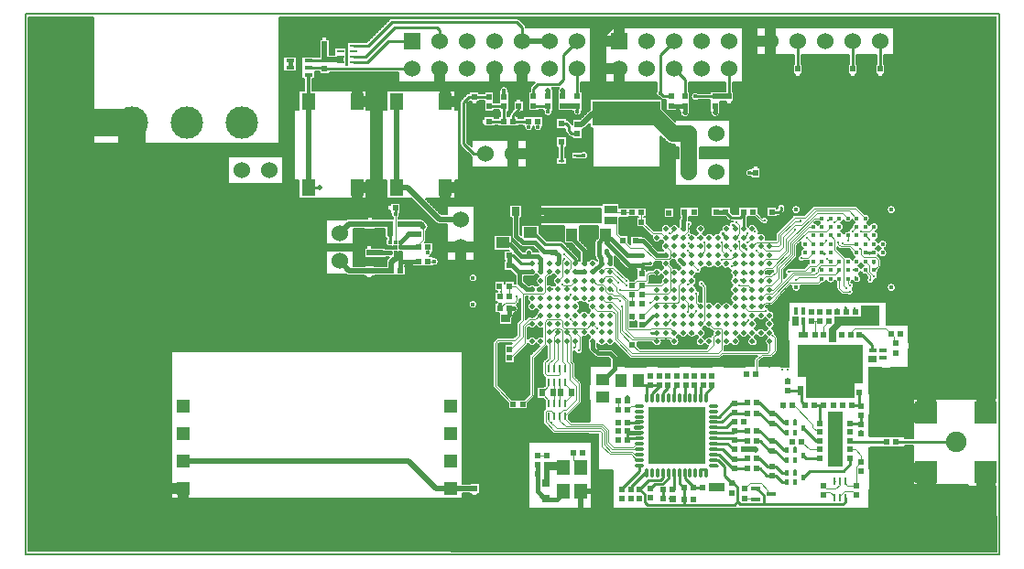
<source format=gbl>
G04 Layer_Physical_Order=8*
G04 Layer_Color=16711680*
%FSLAX25Y25*%
%MOIN*%
G70*
G01*
G75*
%ADD10C,0.00800*%
%ADD16C,0.00787*%
%ADD17C,0.06000*%
%ADD18R,0.06000X0.06000*%
%ADD19C,0.11800*%
%ADD20C,0.21654*%
%ADD21C,0.01200*%
%ADD22C,0.01600*%
%ADD23C,0.02000*%
%ADD24C,0.00400*%
%ADD26C,0.01000*%
%ADD27C,0.02000*%
%ADD29C,0.01500*%
%ADD31C,0.00550*%
%ADD33C,0.06000*%
%ADD34C,0.04000*%
%ADD35C,0.01200*%
%ADD37R,0.08000X0.03200*%
%ADD38R,0.03200X0.08000*%
%ADD39R,0.03200X0.03200*%
%ADD40R,0.04724X0.05512*%
%ADD41R,0.03740X0.02165*%
%ADD42R,0.02165X0.02165*%
%ADD43R,0.02165X0.03740*%
%ADD44R,0.02362X0.02362*%
%ADD45R,0.18189X0.07087*%
%ADD46O,0.01102X0.03543*%
%ADD47O,0.03543X0.01102*%
%ADD48R,0.20669X0.20669*%
%ADD49R,0.01693X0.01929*%
%ADD50R,0.01772X0.02323*%
%ADD51R,0.01713X0.02323*%
%ADD52R,0.02362X0.01969*%
%ADD53R,0.05118X0.02756*%
%ADD54R,0.05118X0.04134*%
%ADD55C,0.01772*%
%ADD56C,0.01929*%
%ADD57R,0.02200X0.02000*%
%ADD58R,0.02000X0.02200*%
%ADD59R,0.01378X0.02559*%
%ADD60R,0.02559X0.01378*%
%ADD61R,0.01102X0.02953*%
%ADD62R,0.03673X0.01800*%
%ADD63R,0.01063X0.02559*%
%ADD64R,0.02760X0.02560*%
%ADD65R,0.04000X0.05000*%
%ADD66R,0.06700X0.07100*%
%ADD67R,0.02000X0.02800*%
%ADD68R,0.03000X0.03200*%
%ADD69R,0.03200X0.03000*%
%ADD70R,0.05000X0.04000*%
%ADD71R,0.04731X0.02962*%
%ADD72R,0.07874X0.03150*%
%ADD73C,0.01496*%
%ADD74R,0.02362X0.00984*%
%ADD75R,0.03150X0.01378*%
%ADD76R,0.05118X0.06102*%
%ADD77C,0.07480*%
%ADD78R,0.07874X0.07874*%
%ADD79R,0.05118X0.05118*%
%ADD80R,0.24803X0.09055*%
%ADD81R,0.02953X0.01102*%
%ADD82C,0.07000*%
%ADD83C,0.00500*%
%ADD84C,0.01100*%
%ADD85C,0.00900*%
%ADD86C,0.10000*%
%ADD87R,0.02936X0.01758*%
%ADD88R,0.11002X1.39306*%
%ADD89R,1.94518X0.13288*%
%ADD90R,0.30038X0.12269*%
%ADD91R,0.16936X0.24430*%
%ADD92R,0.05990X0.11986*%
%ADD93R,0.05920X0.00833*%
G36*
X324368Y121373D02*
X321168D01*
Y127973D01*
X314568D01*
Y131174D01*
X324368D01*
Y121373D01*
D02*
G37*
G36*
X176668Y127973D02*
X170068D01*
Y121373D01*
X166868D01*
Y131174D01*
X176668D01*
Y127973D01*
D02*
G37*
G36*
X284568Y91574D02*
X277968D01*
Y84974D01*
X274768D01*
Y94774D01*
X284568D01*
Y91574D01*
D02*
G37*
G36*
X324368Y87173D02*
X324354D01*
Y83467D01*
X313171D01*
Y94766D01*
X314568D01*
Y94774D01*
X321168D01*
Y101473D01*
X324368D01*
Y87173D01*
D02*
G37*
G36*
X281542Y83432D02*
X279092D01*
Y86571D01*
X281542D01*
Y83432D01*
D02*
G37*
G36*
X310625Y83451D02*
X297106D01*
X295206Y81551D01*
Y77302D01*
X292259D01*
Y82204D01*
X294356Y84301D01*
Y86550D01*
X304206D01*
Y90551D01*
X310625D01*
Y83451D01*
D02*
G37*
G36*
X309821Y69899D02*
X306767D01*
Y72422D01*
X309821D01*
Y69899D01*
D02*
G37*
G36*
X277968Y68173D02*
X268168D01*
Y71373D01*
X274768D01*
Y77974D01*
X277968D01*
Y68173D01*
D02*
G37*
G36*
X324368Y65074D02*
X314568D01*
Y68274D01*
X321168D01*
Y74874D01*
X324368D01*
Y65074D01*
D02*
G37*
G36*
X212168Y68173D02*
X205568D01*
Y61523D01*
X202368D01*
Y71373D01*
X212168D01*
Y68173D01*
D02*
G37*
G36*
X311568Y65074D02*
X309968D01*
Y58373D01*
X306768D01*
Y68274D01*
X311568D01*
Y65074D01*
D02*
G37*
G36*
X304754Y62167D02*
X301604D01*
Y57067D01*
X284154D01*
Y64566D01*
X280954D01*
Y76367D01*
X304754D01*
Y62167D01*
D02*
G37*
G36*
X170068Y43773D02*
X176868D01*
Y40573D01*
X166868D01*
Y50473D01*
X170068D01*
Y43773D01*
D02*
G37*
G36*
X208768Y34073D02*
X205568D01*
Y40573D01*
X198868D01*
Y43773D01*
X208768D01*
Y34073D01*
D02*
G37*
G36*
X189968Y40573D02*
X183268D01*
Y33874D01*
X180068D01*
Y43773D01*
X189968D01*
Y40573D01*
D02*
G37*
G36*
X297254Y32067D02*
X292054D01*
Y52017D01*
X297254D01*
Y32067D01*
D02*
G37*
G36*
X254373Y23033D02*
X248742D01*
Y26145D01*
X254373D01*
Y23033D01*
D02*
G37*
G36*
X236758Y19058D02*
X234258D01*
Y21464D01*
X236758D01*
Y19058D01*
D02*
G37*
G36*
X309968Y13873D02*
X300168D01*
Y17074D01*
X306768D01*
Y23723D01*
X309968D01*
Y13873D01*
D02*
G37*
G36*
X208768Y17074D02*
X215468D01*
Y13873D01*
X198868D01*
Y17074D01*
X205568D01*
Y23774D01*
X208768D01*
Y17074D01*
D02*
G37*
G36*
X183268D02*
X189968D01*
Y13873D01*
X180068D01*
Y23774D01*
X183268D01*
Y17074D01*
D02*
G37*
G54D10*
X169971Y61250D02*
G03*
X170264Y60542I1000J0D01*
G01*
X169971Y61250D02*
G03*
X170264Y60542I1000J0D01*
G01*
Y77745D02*
G03*
X169971Y77038I707J-707D01*
G01*
X170264Y77745D02*
G03*
X169971Y77038I707J-707D01*
G01*
X171871Y78938D02*
G03*
X171164Y78645I0J-1000D01*
G01*
X171871Y78938D02*
G03*
X171164Y78645I0J-1000D01*
G01*
X184961Y57259D02*
G03*
X185254Y57967I-707J707D01*
G01*
X184961Y57259D02*
G03*
X185254Y57967I-707J707D01*
G01*
X182561Y76259D02*
G03*
X182844Y76826I-707J707D01*
G01*
X182561Y76259D02*
G03*
X182844Y76826I-707J707D01*
G01*
X183547Y72574D02*
G03*
X183254Y71867I707J-707D01*
G01*
X185934Y78531D02*
G03*
X182854Y78578I-1553J-838D01*
G01*
X183547Y72574D02*
G03*
X183254Y71867I707J-707D01*
G01*
X164482Y91140D02*
G03*
X164482Y91140I-1600J0D01*
G01*
X150354Y106738D02*
G03*
X148382Y108295I-1600J0D01*
G01*
Y105182D02*
G03*
X150354Y106738I372J1556D01*
G01*
X147149Y108537D02*
G03*
X148054Y109979I-695J1441D01*
G01*
X164482Y100739D02*
G03*
X164482Y100739I-1600J0D01*
G01*
X178964Y84712D02*
G03*
X178671Y84004I707J-707D01*
G01*
X178964Y84712D02*
G03*
X178671Y84004I707J-707D01*
G01*
X177150Y86270D02*
G03*
X177604Y87366I-1096J1096D01*
G01*
X177150Y86270D02*
G03*
X177604Y87366I-1096J1096D01*
G01*
X171596Y92067D02*
G03*
X171216Y91566I1058J-1200D01*
G01*
X177954Y88190D02*
G03*
X179421Y89737I-83J1548D01*
G01*
D02*
G03*
X178771Y90999I-1550J0D01*
G01*
X179578Y91801D02*
G03*
X179871Y92508I-707J707D01*
G01*
X179578Y91801D02*
G03*
X179871Y92508I-707J707D01*
G01*
X183254Y86567D02*
G03*
X182547Y86274I0J-1000D01*
G01*
X183254Y86567D02*
G03*
X182547Y86274I0J-1000D01*
G01*
X182713Y94016D02*
G03*
X183585Y91866I1668J-575D01*
G01*
X178321Y99041D02*
G03*
X178410Y98524I1550J0D01*
G01*
X178321Y99041D02*
G03*
X178410Y98524I1550J0D01*
G01*
X181421Y101308D02*
G03*
X181895Y101467I-250J1530D01*
G01*
X185657Y97810D02*
G03*
X183538Y98141I-1276J-1219D01*
G01*
X179897Y112442D02*
G03*
X180993Y111987I1096J1096D01*
G01*
X179897Y112442D02*
G03*
X180993Y111987I1096J1096D01*
G01*
X184721Y110187D02*
G03*
X181622Y110187I-1549J-50D01*
G01*
X191703Y44330D02*
G03*
X192410Y44038I707J707D01*
G01*
X191703Y44330D02*
G03*
X192410Y44038I707J707D01*
G01*
X188271Y48176D02*
G03*
X188564Y47469I1000J0D01*
G01*
Y52559D02*
G03*
X188271Y51852I707J-707D01*
G01*
X188564Y52559D02*
G03*
X188271Y51852I707J-707D01*
G01*
X188170Y65867D02*
G03*
X188463Y65159I1000J0D01*
G01*
X188170Y65867D02*
G03*
X188463Y65159I1000J0D01*
G01*
Y70589D02*
G03*
X188170Y69882I707J-707D01*
G01*
X188463Y70589D02*
G03*
X188170Y69882I707J-707D01*
G01*
X188271Y48176D02*
G03*
X188564Y47469I1000J0D01*
G01*
X202352Y62169D02*
G03*
X202060Y62876I-1000J0D01*
G01*
Y55058D02*
G03*
X202352Y55765I-707J707D01*
G01*
Y62169D02*
G03*
X202060Y62876I-1000J0D01*
G01*
Y55058D02*
G03*
X202352Y55765I-707J707D01*
G01*
X199954Y69666D02*
G03*
X199661Y70374I-1000J0D01*
G01*
X199954Y69666D02*
G03*
X199661Y70374I-1000J0D01*
G01*
X182844Y76826D02*
G03*
X185956Y76897I1537J867D01*
G01*
X185956D02*
G03*
X186988Y76014I1575J796D01*
G01*
X183091Y82789D02*
G03*
X185956Y83197I1290J1204D01*
G01*
X183585Y91866D02*
G03*
X185956Y89496I796J-1575D01*
G01*
X188104Y79362D02*
G03*
X185978Y78531I-574J-1669D01*
G01*
X186735Y88717D02*
G03*
X185771Y87273I796J-1575D01*
G01*
X185956Y83197D02*
G03*
X188104Y82324I1575J796D01*
G01*
X199554Y73854D02*
G03*
X200023Y73860I217J1383D01*
G01*
X200023D02*
G03*
X202771Y74238I1348J377D01*
G01*
D02*
G03*
X202704Y74665I-1400J0D01*
G01*
X201704Y87938D02*
G03*
X200925Y88717I-1575J-796D01*
G01*
X204854Y87938D02*
G03*
X201704Y87938I-1575J-796D01*
G01*
X202704Y79175D02*
G03*
X204854Y80047I574J1668D01*
G01*
X186671Y98188D02*
G03*
X185657Y97810I0J-1550D01*
G01*
X185956Y89496D02*
G03*
X186735Y88717I1575J796D01*
G01*
X186735Y101315D02*
G03*
X186693Y98188I796J-1575D01*
G01*
X191699Y98032D02*
G03*
X190104Y98259I-1019J-1441D01*
G01*
X192363Y97792D02*
G03*
X191699Y98032I-791J-1155D01*
G01*
X192924Y98226D02*
G03*
X192363Y97792I547J-1289D01*
G01*
X183338Y101467D02*
G03*
X185956Y102094I1043J1424D01*
G01*
X185956D02*
G03*
X186735Y101315I1575J796D01*
G01*
X190317Y101163D02*
G03*
X192255Y102094I363J1727D01*
G01*
X193034Y101315D02*
G03*
X192924Y98226I796J-1575D01*
G01*
X192255Y102094D02*
G03*
X193034Y101315I1575J796D01*
G01*
X200925Y88717D02*
G03*
X201894Y90292I-796J1575D01*
G01*
D02*
G03*
X201128Y91746I-1765J0D01*
G01*
X201554Y107466D02*
G03*
X201174Y108386I-1300J0D01*
G01*
X201554Y107466D02*
G03*
X201174Y108386I-1300J0D01*
G01*
X201128Y91746D02*
G03*
X202017Y92207I-157J1391D01*
G01*
X202017D02*
G03*
X203840Y91768I1261J1234D01*
G01*
D02*
G03*
X204769Y90893I1319J469D01*
G01*
X204878Y75067D02*
G03*
X205332Y73971I1550J0D01*
G01*
X207132Y72171D02*
G03*
X208228Y71716I1096J1096D01*
G01*
X207132Y72171D02*
G03*
X208228Y71716I1096J1096D01*
G01*
X204878Y75067D02*
G03*
X205332Y73971I1550J0D01*
G01*
X205632Y79268D02*
G03*
X204878Y76850I796J-1575D01*
G01*
X204854Y80047D02*
G03*
X205632Y79268I1575J796D01*
G01*
X208003Y76897D02*
G03*
X210188Y76038I1575J796D01*
G01*
D02*
G03*
X211317Y76633I-17J1400D01*
G01*
X215804Y71667D02*
G03*
X215350Y72763I-1550J0D01*
G01*
X215804Y71667D02*
G03*
X215350Y72763I-1550J0D01*
G01*
X213750Y74363D02*
G03*
X212654Y74817I-1096J-1096D01*
G01*
X219747Y71659D02*
G03*
X220454Y71367I707J707D01*
G01*
X219747Y71659D02*
G03*
X220454Y71367I707J707D01*
G01*
X213750Y74363D02*
G03*
X212654Y74817I-1096J-1096D01*
G01*
X211317Y76633D02*
G03*
X214367Y77040I1410J1060D01*
G01*
X204769Y90893D02*
G03*
X205632Y88717I1659J-601D01*
G01*
Y88717D02*
G03*
X204854Y87938I796J-1575D01*
G01*
X208003Y106836D02*
G03*
X204854Y106836I-1575J-796D01*
G01*
X214344Y105332D02*
G03*
X214492Y106040I-1616J708D01*
G01*
D02*
G03*
X214278Y106883I-1765J0D01*
G01*
X204829Y110742D02*
G03*
X204375Y111838I-1550J0D01*
G01*
X204829Y110742D02*
G03*
X204375Y111838I-1550J0D01*
G01*
X207104Y108837D02*
G03*
X207558Y107741I1550J0D01*
G01*
X207104Y108837D02*
G03*
X207558Y107741I1550J0D01*
G01*
X220065Y99766D02*
G03*
X218686Y101038I-1394J-129D01*
G01*
X220104Y84838D02*
G03*
X221980Y84966I867J1099D01*
G01*
X222359Y100562D02*
G03*
X221747Y100274I96J-995D01*
G01*
X222359Y100562D02*
G03*
X221747Y100274I96J-995D01*
G01*
X218558Y104370D02*
G03*
X219654Y103917I1096J1096D01*
G01*
X218558Y104370D02*
G03*
X219654Y103917I1096J1096D01*
G01*
X145524Y113907D02*
G03*
X145817Y114614I-707J707D01*
G01*
X145524Y113907D02*
G03*
X145817Y114614I-707J707D01*
G01*
X145171Y121658D02*
G03*
X143896Y122187I-1275J-1270D01*
G01*
X145169Y121660D02*
G03*
X143896Y122187I-1273J-1273D01*
G01*
X145817Y117970D02*
G03*
X146617Y119466I-1000J1497D01*
G01*
D02*
G03*
X146090Y120739I-1800J0D01*
G01*
X149336Y120785D02*
G03*
X150611Y120255I1275J1270D01*
G01*
X149338Y120782D02*
G03*
X150611Y120255I1273J1273D01*
G01*
X158166Y149515D02*
G03*
X158547Y148596I1300J0D01*
G01*
X158166Y149515D02*
G03*
X158547Y148596I1300J0D01*
G01*
X177104Y115421D02*
G03*
X177453Y114885I1445J561D01*
G01*
X177104Y115421D02*
G03*
X177453Y114885I1445J561D01*
G01*
X177338Y113963D02*
G03*
X177104Y114155I-1096J-1096D01*
G01*
X177338Y113963D02*
G03*
X177104Y114155I-1096J-1096D01*
G01*
X181514Y155918D02*
G03*
X184702Y155718I1587J-200D01*
G01*
X176582Y161048D02*
G03*
X176202Y160129I919J-919D01*
G01*
X176582Y161048D02*
G03*
X176202Y160129I919J-919D01*
G01*
X158547Y165734D02*
G03*
X158166Y164815I919J-919D01*
G01*
X158547Y165734D02*
G03*
X158166Y164815I919J-919D01*
G01*
X161421Y168070D02*
G03*
X160502Y167689I0J-1300D01*
G01*
X161421Y168070D02*
G03*
X160502Y167689I0J-1300D01*
G01*
X180421Y161210D02*
G03*
X180622Y161470I-919J919D01*
G01*
X180421Y161210D02*
G03*
X180622Y161470I-919J919D01*
G01*
X175659Y168670D02*
G03*
X175702Y169039I-1557J369D01*
G01*
D02*
G03*
X172545Y168670I-1600J0D01*
G01*
X183948Y170608D02*
G03*
X183567Y169689I919J-919D01*
G01*
X183948Y170608D02*
G03*
X183567Y169689I919J-919D01*
G01*
X179660Y194958D02*
G03*
X178740Y195339I-919J-919D01*
G01*
X179660Y194958D02*
G03*
X178740Y195339I-919J-919D01*
G01*
X182158Y191921D02*
G03*
X181777Y192841I-1300J0D01*
G01*
X182158Y191921D02*
G03*
X181777Y192841I-1300J0D01*
G01*
X195703Y113857D02*
G03*
X194783Y114237I-919J-919D01*
G01*
X195703Y113857D02*
G03*
X194783Y114237I-919J-919D01*
G01*
X207558Y114734D02*
G03*
X207104Y113637I1096J-1096D01*
G01*
X207558Y114734D02*
G03*
X207104Y113637I1096J-1096D01*
G01*
X202197Y144116D02*
G03*
X204740Y145408I944J1292D01*
G01*
X197867Y152348D02*
G03*
X198786Y151967I919J919D01*
G01*
X204740Y145408D02*
G03*
X202197Y146700I-1600J0D01*
G01*
X184913Y155918D02*
G03*
X188101Y155718I1587J-200D01*
G01*
X188640Y161533D02*
G03*
X191798Y161168I1558J-365D01*
G01*
X196529Y154224D02*
G03*
X196910Y153304I1300J0D01*
G01*
X196529Y154224D02*
G03*
X196910Y153304I1300J0D01*
G01*
X197867Y152348D02*
G03*
X198786Y151967I919J919D01*
G01*
X199059Y156536D02*
G03*
X198748Y157034I-1230J-421D01*
G01*
X199059Y156536D02*
G03*
X198748Y157034I-1230J-421D01*
G01*
X197727Y158055D02*
G03*
X197013Y158420I-919J-919D01*
G01*
X197727Y158055D02*
G03*
X197013Y158420I-919J-919D01*
G01*
X191798Y161168D02*
G03*
X191755Y161533I-1600J0D01*
G01*
X191960Y168733D02*
G03*
X191998Y169098I-1763J365D01*
G01*
D02*
G03*
X191732Y170039I-1800J0D01*
G01*
X199272Y161533D02*
G03*
X202459Y161333I1587J-200D01*
G01*
X194060Y170039D02*
G03*
X193748Y168733I1469J-1041D01*
G01*
X202659Y154878D02*
G03*
X203730Y155396I-204J1788D01*
G01*
X202659Y154878D02*
G03*
X203728Y155394I-204J1788D01*
G01*
X205458Y162141D02*
G03*
X205112Y161870I929J-1542D01*
G01*
X205458Y162141D02*
G03*
X205114Y161872I929J-1542D01*
G01*
X228170Y77166D02*
G03*
X231646Y77594I1712J428D01*
G01*
D02*
G03*
X231554Y78159I-1765J0D01*
G01*
X234446Y77915D02*
G03*
X237946Y77594I1735J-321D01*
G01*
X247205Y76798D02*
G03*
X248522Y75848I1575J796D01*
G01*
X252454Y71367D02*
G03*
X253162Y71659I0J1000D01*
G01*
X252454Y71367D02*
G03*
X253162Y71659I0J1000D01*
G01*
X254430Y74366D02*
G03*
X254504Y74744I-926J378D01*
G01*
X254430Y74366D02*
G03*
X254504Y74744I-926J378D01*
G01*
Y75926D02*
G03*
X256653Y76798I574J1668D01*
G01*
X256654D02*
G03*
X259993Y77594I1575J796D01*
G01*
X265476Y71545D02*
G03*
X265183Y70837I707J-707D01*
G01*
X265476Y71545D02*
G03*
X265183Y70837I707J-707D01*
G01*
X271054Y71566D02*
G03*
X271761Y71859I0J1000D01*
G01*
X271054Y71566D02*
G03*
X271761Y71859I0J1000D01*
G01*
X273361Y73459D02*
G03*
X273654Y74167I-707J707D01*
G01*
X273361Y73459D02*
G03*
X273654Y74167I-707J707D01*
G01*
X265138Y75938D02*
G03*
X266521Y77338I-17J1400D01*
G01*
D02*
G03*
X266150Y78287I-1400J0D01*
G01*
X237946Y77594D02*
G03*
X236977Y79169I-1765J0D01*
G01*
Y79169D02*
G03*
X237756Y79948I-796J1575D01*
G01*
X237756D02*
G03*
X240905Y79948I1575J796D01*
G01*
D02*
G03*
X243370Y79220I1575J796D01*
G01*
X244245Y96492D02*
G03*
X243276Y98067I-1765J0D01*
G01*
X243370Y79220D02*
G03*
X244183Y79734I-296J1368D01*
G01*
D02*
G03*
X244834Y79169I1447J1010D01*
G01*
X226866Y99259D02*
G03*
X227159Y99967I-707J707D01*
G01*
X226866Y99259D02*
G03*
X227159Y99967I-707J707D01*
G01*
X243276Y98067D02*
G03*
X244245Y99641I-796J1575D01*
G01*
X232236Y101216D02*
G03*
X231296Y99320I796J-1575D01*
G01*
X244245Y99641D02*
G03*
X243276Y101216I-1765J0D01*
G01*
X244834Y79169D02*
G03*
X247205Y76798I796J-1575D01*
G01*
Y78390D02*
G03*
X246426Y79169I-1575J-796D01*
G01*
Y79169D02*
G03*
X247394Y80744I-796J1575D01*
G01*
X246426Y82319D02*
G03*
X247205Y83097I-796J1575D01*
G01*
X247394Y80744D02*
G03*
X246426Y82319I-1765J0D01*
G01*
X246204Y91861D02*
G03*
X245309Y91928I-574J-1668D01*
G01*
X249359Y79261D02*
G03*
X247205Y78390I-579J-1667D01*
G01*
Y83097D02*
G03*
X249100Y82158I1575J796D01*
G01*
X245055Y93937D02*
G03*
X245455Y94917I-1000J980D01*
G01*
D02*
G03*
X244235Y96305I-1400J0D01*
G01*
X247371Y98652D02*
G03*
X245957Y97238I-1400J-14D01*
G01*
X226912Y103791D02*
G03*
X226205Y103498I0J-1000D01*
G01*
X226912Y103791D02*
G03*
X226205Y103498I0J-1000D01*
G01*
X228428Y101791D02*
G03*
X231457Y101995I1454J1000D01*
G01*
Y103587D02*
G03*
X228428Y103791I-1575J-796D01*
G01*
X227471Y104552D02*
G03*
X228762Y105695I0J1300D01*
G01*
X227471Y104552D02*
G03*
X228762Y105695I0J1300D01*
G01*
D02*
G03*
X228871Y106237I-1290J543D01*
G01*
X231364Y106517D02*
G03*
X232236Y104366I1668J-576D01*
G01*
X231457Y101995D02*
G03*
X232236Y101216I1575J796D01*
G01*
X243276D02*
G03*
X244203Y102408I-796J1575D01*
G01*
X232236Y104366D02*
G03*
X231457Y103587I796J-1575D01*
G01*
X238535Y104366D02*
G03*
X237756Y103587I796J-1575D01*
G01*
X244203Y102408D02*
G03*
X246107Y103714I504J1306D01*
G01*
D02*
G03*
X246013Y104218I-1400J0D01*
G01*
X235593Y104455D02*
G03*
X235303Y105083I-997J-79D01*
G01*
X235593Y104455D02*
G03*
X235302Y105085I-997J-79D01*
G01*
X234767Y105620D02*
G03*
X234796Y105941I-1735J321D01*
G01*
D02*
G03*
X234626Y106696I-1765J0D01*
G01*
X237756Y103587D02*
G03*
X235593Y104455I-1575J-796D01*
G01*
X247369Y104880D02*
G03*
X249390Y104285I1410J1060D01*
G01*
X237664Y105360D02*
G03*
X238535Y104366I1666J580D01*
G01*
X246240Y104285D02*
G03*
X247369Y104880I-17J1400D01*
G01*
X236356Y107334D02*
G03*
X236861Y106090I1547J-97D01*
G01*
X259993Y77594D02*
G03*
X259024Y79169I-1765J0D01*
G01*
X249647Y79876D02*
G03*
X249359Y79261I707J-707D01*
G01*
X249649Y79878D02*
G03*
X249359Y79261I705J-709D01*
G01*
X259024Y79169D02*
G03*
X259803Y79948I-796J1575D01*
G01*
D02*
G03*
X262953Y79948I1575J796D01*
G01*
X263732Y79169D02*
G03*
X265138Y75938I796J-1575D01*
G01*
X266150Y78287D02*
G03*
X265324Y79169I-1623J-693D01*
G01*
X262953Y79948D02*
G03*
X263732Y79169I1575J796D01*
G01*
X265324D02*
G03*
X266102Y79948I-796J1575D01*
G01*
X250262Y81321D02*
G03*
X250194Y80423I1667J-577D01*
G01*
X249649Y81609D02*
G03*
X250262Y81321I707J707D01*
G01*
X249649Y81609D02*
G03*
X250262Y81321I707J707D01*
G01*
X265324Y85468D02*
G03*
X266102Y86247I-796J1575D01*
G01*
X266292Y83893D02*
G03*
X265324Y85468I-1765J0D01*
G01*
X266102Y81540D02*
G03*
X265324Y82319I-1575J-796D01*
G01*
D02*
G03*
X266292Y83893I-796J1575D01*
G01*
X270031Y79169D02*
G03*
X269827Y76140I796J-1575D01*
G01*
X266102Y79948D02*
G03*
X269252Y79948I1575J796D01*
G01*
Y81540D02*
G03*
X266102Y81540I-1575J-796D01*
G01*
X269252Y79948D02*
G03*
X270031Y79169I1575J796D01*
G01*
X273654Y78916D02*
G03*
X273361Y79623I-1000J0D01*
G01*
X273654Y78916D02*
G03*
X273361Y79623I-1000J0D01*
G01*
X270031Y82319D02*
G03*
X269252Y81540I796J-1575D01*
G01*
X272562Y80423D02*
G03*
X272591Y80744I-1735J321D01*
G01*
D02*
G03*
X271623Y82319I-1765J0D01*
G01*
X270031Y85468D02*
G03*
X270031Y82319I796J-1575D01*
G01*
X266102Y86247D02*
G03*
X269252Y86247I1575J796D01*
G01*
X269252D02*
G03*
X270031Y85468I1575J796D01*
G01*
X271623Y82319D02*
G03*
X272591Y83893I-796J1575D01*
G01*
D02*
G03*
X271623Y85468I-1765J0D01*
G01*
Y85468D02*
G03*
X272591Y87043I-796J1575D01*
G01*
D02*
G03*
X270749Y88806I-1765J0D01*
G01*
X250354Y90989D02*
G03*
X248204Y91861I-1575J-796D01*
G01*
Y97404D02*
G03*
X247912Y98112I-1000J0D01*
G01*
X248204Y97404D02*
G03*
X247912Y98112I-1000J0D01*
G01*
X253504Y90989D02*
G03*
X250354Y90989I-1575J-796D01*
G01*
X256653Y90989D02*
G03*
X253504Y90989I-1575J-796D01*
G01*
X249390Y104285D02*
G03*
X250519Y104880I-17J1400D01*
G01*
D02*
G03*
X253427Y105007I1410J1060D01*
G01*
X255846Y104351D02*
G03*
X256631Y103541I1313J486D01*
G01*
X253427Y105007D02*
G03*
X255437Y104213I1332J430D01*
G01*
D02*
G03*
X255846Y104351I-358J1728D01*
G01*
X269442Y90193D02*
G03*
X269412Y90513I-1765J0D01*
G01*
X257432Y94917D02*
G03*
X257432Y91767I796J-1575D01*
G01*
Y91767D02*
G03*
X256654Y90989I796J-1575D01*
G01*
X270749Y88806D02*
G03*
X269435Y90035I-1390J-168D01*
G01*
X271465Y90767D02*
G03*
X272172Y91060I0J1000D01*
G01*
X271465Y90767D02*
G03*
X272172Y91060I0J1000D01*
G01*
X273631Y92519D02*
G03*
X273924Y93226I-707J707D01*
G01*
X273631Y92519D02*
G03*
X273924Y93226I-707J707D01*
G01*
X257432Y98067D02*
G03*
X257432Y94917I796J-1575D01*
G01*
X257259Y101116D02*
G03*
X257432Y98067I969J-1475D01*
G01*
X269345Y102216D02*
G03*
X269442Y102791I-1668J575D01*
G01*
X256631Y103541D02*
G03*
X257185Y101368I1597J-750D01*
G01*
X269442Y102791D02*
G03*
X269412Y103112I-1765J0D01*
G01*
X271585Y103366D02*
G03*
X272292Y103659I0J1000D01*
G01*
X271585Y103366D02*
G03*
X272292Y103659I0J1000D01*
G01*
X296693Y95030D02*
G03*
X297401Y94737I707J707D01*
G01*
X296693Y95030D02*
G03*
X297401Y94737I707J707D01*
G01*
X299002D02*
G03*
X301382Y95737I980J1000D01*
G01*
X277759Y104237D02*
G03*
X276981Y101674I0J-1400D01*
G01*
X278836Y97838D02*
G03*
X282117Y97293I1596J-544D01*
G01*
D02*
G03*
X282027Y97838I-1686J0D01*
G01*
X278359Y104437D02*
G03*
X277759Y104237I0J-1000D01*
G01*
X278359Y104437D02*
G03*
X277759Y104237I0J-1000D01*
G01*
X282043Y109202D02*
G03*
X283464Y106979I316J-1364D01*
G01*
X295180Y96959D02*
G03*
X295472Y96251I1000J0D01*
G01*
X288275Y97838D02*
G03*
X288984Y98132I0J1000D01*
G01*
X288275Y97838D02*
G03*
X288982Y98130I0J1000D01*
G01*
X295180Y96959D02*
G03*
X295472Y96251I1000J0D01*
G01*
X301382Y95737D02*
G03*
X300989Y96710I-1400J0D01*
G01*
D02*
G03*
X301559Y97838I-830J1127D01*
G01*
X285187Y106066D02*
G03*
X284852Y105845I372J-928D01*
G01*
X289628Y98776D02*
G03*
X291455Y99841I253J1667D01*
G01*
X285187Y106066D02*
G03*
X284852Y105845I372J-928D01*
G01*
X285066Y107010D02*
G03*
X285187Y106066I1664J-268D01*
G01*
X291455Y99841D02*
G03*
X294605Y99841I1575J602D01*
G01*
X301559Y97838D02*
G03*
X300471Y99202I-1400J0D01*
G01*
X300904Y99841D02*
G03*
X304165Y100443I1575J602D01*
G01*
X294605Y99841D02*
G03*
X295180Y99086I1575J602D01*
G01*
X300471Y99202D02*
G03*
X300904Y99841I-1142J1241D01*
G01*
X304165Y100443D02*
G03*
X303210Y101962I-1686J0D01*
G01*
X306471Y100917D02*
G03*
X308871Y99937I1000J-980D01*
G01*
X308868Y100041D02*
G03*
X310171Y101437I-96J1397D01*
G01*
D02*
G03*
X309869Y102307I-1400J0D01*
G01*
X303136Y102040D02*
G03*
X304053Y102991I-657J1553D01*
G01*
X304054D02*
G03*
X305723Y101909I1575J602D01*
G01*
X304053Y104194D02*
G03*
X303080Y105167I-1575J-602D01*
G01*
X305027D02*
G03*
X304054Y104194I602J-1575D01*
G01*
X303080Y105167D02*
G03*
X304053Y106140I-602J1575D01*
G01*
X304054D02*
G03*
X305027Y105167I1575J602D01*
G01*
X309869Y102307D02*
G03*
X310464Y103593I-1091J1285D01*
G01*
X310971Y104371D02*
G03*
X311264Y105078I-707J707D01*
G01*
X310971Y104371D02*
G03*
X311264Y105078I-707J707D01*
G01*
X316763Y97293D02*
G03*
X316763Y97293I-1686J0D01*
G01*
X225750Y115263D02*
G03*
X225002Y115677I-1096J-1096D01*
G01*
X225002D02*
G03*
X223754Y115955I-931J-1240D01*
G01*
X225750Y115263D02*
G03*
X225002Y115677I-1096J-1096D01*
G01*
X230725Y110640D02*
G03*
X230184Y110829I-843J-1550D01*
G01*
X227547Y116259D02*
G03*
X228215Y115967I707J707D01*
G01*
X227547Y116259D02*
G03*
X228215Y115967I707J707D01*
G01*
X232235Y113815D02*
G03*
X232236Y110665I796J-1575D01*
G01*
X228215Y115967D02*
G03*
X231455Y114590I1667J-578D01*
G01*
X235425Y107496D02*
G03*
X236356Y107334I756J1595D01*
G01*
X231457Y114593D02*
G03*
X232235Y113815I1575J797D01*
G01*
X242418Y117153D02*
G03*
X241905Y117527I-1059J-915D01*
G01*
X234606Y119335D02*
G03*
X231362Y117966I-1575J-796D01*
G01*
X237756Y119335D02*
G03*
X234606Y119335I-1575J-796D01*
G01*
X241905Y119092D02*
G03*
X242759Y120381I-547J1289D01*
G01*
D02*
G03*
X241353Y121781I-1400J0D01*
G01*
X238273Y122770D02*
G03*
X237781Y121637I1058J-1133D01*
G01*
X238273Y122770D02*
G03*
X237781Y121637I1058J-1133D01*
G01*
X238273Y122770D02*
G03*
X237781Y121637I1058J-1133D01*
G01*
X243886Y116455D02*
G03*
X242418Y117153I-1406J-1066D01*
G01*
X244487Y116734D02*
G03*
X243886Y116455I272J-1373D01*
G01*
X247394Y118539D02*
G03*
X244834Y116964I-1765J0D01*
G01*
Y116964D02*
G03*
X244487Y116734I796J-1575D01*
G01*
X247205Y116185D02*
G03*
X246426Y116964I-1575J-796D01*
G01*
X250354Y116185D02*
G03*
X247205Y116185I-1575J-796D01*
G01*
X252185Y117135D02*
G03*
X250354Y116185I-256J-1746D01*
G01*
X246426Y116964D02*
G03*
X247394Y118539I-796J1575D01*
G01*
X253328Y118316D02*
G03*
X252185Y117135I243J-1379D01*
G01*
X255959Y120068D02*
G03*
X253328Y118316I-880J-1529D01*
G01*
X255864Y121818D02*
G03*
X256783Y121438I919J919D01*
G01*
X266265Y118846D02*
G03*
X262953Y119335I-1738J-307D01*
G01*
X266738Y116883D02*
G03*
X266959Y117638I-1180J754D01*
G01*
X257359Y121438D02*
G03*
X255959Y120068I0J-1400D01*
G01*
X262953Y119335D02*
G03*
X262678Y119732I-1575J-796D01*
G01*
X255864Y121818D02*
G03*
X256783Y121438I919J919D01*
G01*
X263949Y140602D02*
G03*
X263949Y137503I-400J-1549D01*
G01*
X233003Y150510D02*
G03*
X235690Y149397I2687J2687D01*
G01*
X233003Y150510D02*
G03*
X235690Y149397I2687J2687D01*
G01*
X241733Y161034D02*
G03*
X241662Y161534I-1800J0D01*
G01*
X238204D02*
G03*
X241733Y161034I1729J-500D01*
G01*
X231861Y165582D02*
G03*
X232209Y165534I348J1252D01*
G01*
X231861Y165582D02*
G03*
X232209Y165534I348J1252D01*
G01*
X229663Y169014D02*
G03*
X230704Y166502I1300J-933D01*
G01*
X244697Y168134D02*
G03*
X244697Y165534I-933J-1300D01*
G01*
X252764Y161134D02*
G03*
X252719Y161534I-1800J0D01*
G01*
X249209D02*
G03*
X252764Y161134I1755J-400D01*
G01*
X269442Y115389D02*
G03*
X266738Y116883I-1765J0D01*
G01*
X266959Y117638D02*
G03*
X266265Y118846I-1400J0D01*
G01*
X269345Y114815D02*
G03*
X269442Y115389I-1668J575D01*
G01*
X273247Y117424D02*
G03*
X272954Y116717I707J-707D01*
G01*
X273247Y117424D02*
G03*
X272954Y116717I707J-707D01*
G01*
X267276Y120930D02*
G03*
X267979Y120638I707J707D01*
G01*
X267276Y120930D02*
G03*
X267979Y120638I707J707D01*
G01*
D02*
G03*
X270359Y121637I980J1000D01*
G01*
D02*
G03*
X268213Y122822I-1400J0D01*
G01*
X280561Y108259D02*
G03*
X280854Y108967I-707J707D01*
G01*
X280561Y108259D02*
G03*
X280854Y108967I-707J707D01*
G01*
X282979Y111467D02*
G03*
X282043Y109202I602J-1575D01*
G01*
X282051Y113749D02*
G03*
X282979Y111467I1530J-708D01*
G01*
X274371Y123467D02*
G03*
X275291Y123847I0J1300D01*
G01*
X274371Y123467D02*
G03*
X275291Y123847I0J1300D01*
G01*
X279991Y123754D02*
G03*
X279284Y123461I0J-1000D01*
G01*
X279991Y123754D02*
G03*
X279284Y123461I0J-1000D01*
G01*
X275962Y124518D02*
G03*
X276342Y125437I-919J919D01*
G01*
X275962Y124518D02*
G03*
X276342Y125437I-919J919D01*
G01*
Y125850D02*
G03*
X276471Y126437I-1271J587D01*
G01*
D02*
G03*
X273721Y126067I-1400J0D01*
G01*
X282117Y125640D02*
G03*
X282117Y125640I-1686J0D01*
G01*
X300904Y107344D02*
G03*
X298556Y108240I-1575J-602D01*
G01*
X301877Y108317D02*
G03*
X300904Y107344I602J-1575D01*
G01*
X300812Y110144D02*
G03*
X301877Y108317I1667J-253D01*
G01*
X310139Y108897D02*
G03*
X310353Y109290I-1361J995D01*
G01*
X295952Y111530D02*
G03*
X296659Y111238I707J707D01*
G01*
X295952Y111530D02*
G03*
X296659Y111238I707J707D01*
G01*
X297754Y116793D02*
G03*
X296781Y117766I-1575J-602D01*
G01*
X310350Y110500D02*
G03*
X309380Y111467I-1572J-608D01*
G01*
X310353Y113643D02*
G03*
X309380Y114616I-1575J-602D01*
G01*
X299589Y117857D02*
G03*
X297754Y116793I-259J-1666D01*
G01*
X309380Y111467D02*
G03*
X310353Y112440I-602J1575D01*
G01*
X311264Y107358D02*
G03*
X310971Y108065I-1000J0D01*
G01*
X310353Y109290D02*
G03*
X313613Y109892I1575J602D01*
G01*
X311264Y107358D02*
G03*
X310971Y108065I-1000J0D01*
G01*
X311326Y111467D02*
G03*
X310355Y110500I602J-1575D01*
G01*
X313613Y109892D02*
G03*
X312529Y111467I-1686J0D01*
G01*
X310353Y112440D02*
G03*
X311326Y111467I1575J602D01*
G01*
X313613Y113041D02*
G03*
X310353Y113643I-1686J0D01*
G01*
X310464Y116191D02*
G03*
X309380Y117766I-1686J0D01*
G01*
Y114616D02*
G03*
X310464Y116191I-602J1575D01*
G01*
X312529Y111467D02*
G03*
X313613Y113041I-602J1575D01*
G01*
X296781Y117766D02*
G03*
X297865Y119341I-602J1575D01*
G01*
D02*
G03*
X296781Y120915I-1686J0D01*
G01*
X288305Y119942D02*
G03*
X287037Y120998I-1575J-602D01*
G01*
X289279Y120915D02*
G03*
X288305Y119942I602J-1575D01*
G01*
X300743Y119019D02*
G03*
X299589Y117857I229J-1381D01*
G01*
X287209Y127087D02*
G03*
X286502Y126795I0J-1000D01*
G01*
X287209Y127087D02*
G03*
X286502Y126795I0J-1000D01*
G01*
X288523Y121490D02*
G03*
X289279Y120915I1357J1000D01*
G01*
X296781D02*
G03*
X297754Y121888I-602J1575D01*
G01*
D02*
G03*
X300904Y121888I1575J602D01*
G01*
X301877Y120915D02*
G03*
X300812Y119088I602J-1575D01*
G01*
X307203Y119942D02*
G03*
X306230Y120915I-1575J-602D01*
G01*
X310464Y119341D02*
G03*
X307203Y119942I-1686J0D01*
G01*
X300904Y121888D02*
G03*
X301877Y120915I1575J602D01*
G01*
X306230D02*
G03*
X307314Y122490I-602J1575D01*
G01*
X309380Y117766D02*
G03*
X310464Y119341I-602J1575D01*
G01*
X307314Y122490D02*
G03*
X305376Y124157I-1686J0D01*
G01*
X302738Y126795D02*
G03*
X302031Y127087I-707J-707D01*
G01*
X302738Y126795D02*
G03*
X302031Y127087I-707J-707D01*
G01*
X316763Y125640D02*
G03*
X316763Y125640I-1686J0D01*
G01*
X133516Y111142D02*
G03*
X132690Y111431I-903J-1260D01*
G01*
X153934Y15476D02*
Y20190D01*
X150973D02*
X153503Y16079D01*
X156453Y11957D01*
X154434Y14777D02*
Y20190D01*
X154934Y14079D02*
Y20190D01*
X152434Y17815D02*
Y20190D01*
X151434Y19441D02*
Y20190D01*
X151934Y18628D02*
Y20190D01*
X150973D02*
X159002D01*
X152934Y17002D02*
Y20190D01*
X153434Y16190D02*
Y20190D01*
X158934Y8958D02*
Y20190D01*
X158434Y9562D02*
Y20190D01*
X156453Y11957D02*
X159662Y8078D01*
X162934D02*
Y20575D01*
X163434Y8078D02*
Y20575D01*
X156434Y11984D02*
Y20190D01*
X155434Y13380D02*
Y20190D01*
X155934Y12682D02*
Y20190D01*
X157934Y10167D02*
Y20190D01*
X156934Y11376D02*
Y20190D01*
X157434Y10771D02*
Y20190D01*
X159434Y8354D02*
Y22176D01*
X159002Y20190D02*
Y22176D01*
X160934Y8078D02*
Y22176D01*
X159934Y8078D02*
Y22176D01*
X160434Y8078D02*
Y22176D01*
X159002D02*
X161252D01*
X159002Y25776D02*
Y74016D01*
Y25776D02*
X161252D01*
X159002Y20890D02*
X162503D01*
X159002Y21891D02*
X162503D01*
X159002Y21391D02*
X162503D01*
X161934Y8078D02*
Y22076D01*
X161434Y8078D02*
Y22176D01*
X164434Y8078D02*
Y20575D01*
X162434Y8078D02*
Y22076D01*
X163934Y8078D02*
Y20575D01*
X162503D02*
Y22076D01*
X161252Y25776D02*
X161703D01*
X161252Y22176D02*
X161703D01*
X162503Y20575D02*
X164503D01*
X161703Y22076D02*
X162503D01*
X164503Y20575D02*
Y22076D01*
X153003Y16891D02*
X182934D01*
X152696Y17391D02*
X182934D01*
X159662Y8078D02*
X184660D01*
X158990Y8890D02*
X185472D01*
X159404Y8390D02*
X184972D01*
X151465Y19390D02*
X182934D01*
X151157Y19891D02*
X182934D01*
X159002Y20391D02*
X182934D01*
X152388Y17890D02*
X182934D01*
X151773Y18891D02*
X182934D01*
X152080Y18391D02*
X182934D01*
X164503Y22076D02*
X165303D01*
X164934Y8078D02*
Y22076D01*
X164503Y20890D02*
X182934D01*
X164503Y21891D02*
X182934D01*
X164503Y21391D02*
X182934D01*
X165303Y22390D02*
X182934D01*
X165303Y22076D02*
Y23976D01*
Y22891D02*
X182934D01*
X165303Y23391D02*
X182934D01*
X165303Y24390D02*
X182934D01*
X165303Y23890D02*
X182934D01*
X159002Y27391D02*
X182934D01*
X159002Y27891D02*
X182934D01*
X159002Y25890D02*
X182934D01*
X159002Y26891D02*
X182934D01*
X159002Y26390D02*
X182934D01*
X159002Y29890D02*
X182934D01*
X159002Y32390D02*
X182934D01*
X159002Y31890D02*
X182934D01*
X159002Y28390D02*
X182934D01*
X159002Y29390D02*
X182934D01*
X159002Y28890D02*
X182934D01*
X165303Y23976D02*
Y25876D01*
X170434Y8078D02*
Y60372D01*
X165303Y24891D02*
X182934D01*
X170934Y8078D02*
Y59872D01*
X171434Y8078D02*
Y59372D01*
X165303Y25390D02*
X182934D01*
X159002Y30391D02*
X182934D01*
X161703Y25876D02*
X165303D01*
X159002Y30891D02*
X182934D01*
X159002Y32890D02*
X182934D01*
X159002Y31391D02*
X182934D01*
X159002Y61391D02*
X169971D01*
X159002Y61891D02*
X169971D01*
X159002Y59891D02*
X170916D01*
X159002Y60891D02*
X170038D01*
X159002Y60391D02*
X170416D01*
X159002Y63890D02*
X169971D01*
X159002Y67891D02*
X169971D01*
X159002Y64390D02*
X169971D01*
X159002Y62391D02*
X169971D01*
X159002Y63390D02*
X169971D01*
X159002Y62890D02*
X169971D01*
X159002Y65390D02*
X169971D01*
X159002Y65891D02*
X169971D01*
X159002Y64890D02*
X169971D01*
X159002Y68391D02*
X169971D01*
X159002Y69390D02*
X169971D01*
X159002Y68891D02*
X169971D01*
X159002Y66391D02*
X169971D01*
X159002Y67391D02*
X169971D01*
X159002Y66891D02*
X169971D01*
X159002Y71390D02*
X169971D01*
X141554Y74016D02*
X159002D01*
X141554Y74391D02*
X169971D01*
X141554Y75390D02*
X169971D01*
X141554Y74891D02*
X169971D01*
X141554Y75890D02*
X169971D01*
X141554Y76890D02*
X169971D01*
X141554Y76390D02*
X169971D01*
X141554Y77390D02*
X170036D01*
X141554Y78391D02*
X170910D01*
X141554Y77890D02*
X170410D01*
X159002Y70890D02*
X169971D01*
X159002Y71890D02*
X169971D01*
X159002Y69890D02*
X169971D01*
X159002Y70390D02*
X169971D01*
Y61250D02*
Y77038D01*
X159002Y72391D02*
X169971D01*
X159002Y73391D02*
X169971D01*
X159002Y72891D02*
X169971D01*
X159002Y73891D02*
X169971D01*
X159002Y40391D02*
X182934D01*
X159002Y40890D02*
X182934D01*
X159002Y38890D02*
X182934D01*
X159002Y39891D02*
X182934D01*
X159002Y39391D02*
X182934D01*
X159002Y54391D02*
X175654D01*
X159002Y55391D02*
X175416D01*
X159002Y54891D02*
X175654D01*
X159002Y52890D02*
X175654D01*
X159002Y53891D02*
X175654D01*
X159002Y53391D02*
X175654D01*
X159002Y34890D02*
X182934D01*
X159002Y35390D02*
X182934D01*
X159002Y33391D02*
X182934D01*
X159002Y34391D02*
X182934D01*
X159002Y33891D02*
X182934D01*
X159002Y37391D02*
X182934D01*
X159002Y38390D02*
X182934D01*
X159002Y37890D02*
X182934D01*
X159002Y35890D02*
X182934D01*
X159002Y36891D02*
X182934D01*
X159002Y36391D02*
X182934D01*
X159002Y58890D02*
X171916D01*
X141554Y78891D02*
X171568D01*
X141554Y79391D02*
X178010D01*
X141554Y80391D02*
X178671D01*
X141554Y79891D02*
X178510D01*
X141554Y82390D02*
X178671D01*
X141554Y83390D02*
X178671D01*
X141554Y82890D02*
X178671D01*
X141554Y80891D02*
X178671D01*
X141554Y81890D02*
X178671D01*
X141554Y81391D02*
X178671D01*
X159002Y56890D02*
X173916D01*
X159002Y57890D02*
X172916D01*
X159002Y57390D02*
X173416D01*
X159002Y55891D02*
X174916D01*
X159002Y56391D02*
X174416D01*
X170264Y60542D02*
X175654Y55152D01*
X159002Y59390D02*
X171416D01*
X170264Y77745D02*
X171164Y78645D01*
X159002Y58390D02*
X172416D01*
X171871Y78938D02*
X177557D01*
X174434Y8078D02*
Y56372D01*
X173934Y8078D02*
Y56872D01*
X176934Y8078D02*
Y52867D01*
X174934Y8078D02*
Y55872D01*
X175434Y8078D02*
Y55372D01*
X175934Y8078D02*
Y52867D01*
X173434Y8078D02*
Y57372D01*
X175654Y52867D02*
Y55152D01*
X176434Y8078D02*
Y52867D01*
X175654D02*
X179054D01*
X177169Y56467D02*
X179054D01*
X177934Y8078D02*
Y52867D01*
X177434Y8078D02*
Y52867D01*
X180434Y8078D02*
Y52867D01*
X178434Y8078D02*
Y52867D01*
X178934Y8078D02*
Y52867D01*
X179054D02*
X179454D01*
X179054D02*
X179454D01*
X179434Y8078D02*
Y52867D01*
X179934Y8078D02*
Y52867D01*
X179054Y56467D02*
X179454D01*
X179054D02*
X179454D01*
X172434Y8078D02*
Y58372D01*
X171934Y8078D02*
Y58872D01*
X172934Y8078D02*
Y57872D01*
X171971Y61664D02*
X177169Y56467D01*
X174934Y58701D02*
Y69766D01*
X171971Y61664D02*
Y76623D01*
X172434Y61201D02*
Y76938D01*
X172934Y60701D02*
Y76938D01*
X174434Y59201D02*
Y69766D01*
X173434Y60201D02*
Y76938D01*
X173934Y59701D02*
Y76938D01*
X178434Y56467D02*
Y72132D01*
X178934Y56467D02*
Y72632D01*
X179434Y56467D02*
Y73132D01*
X179934Y56467D02*
Y73632D01*
X180434Y56467D02*
Y74132D01*
X176434Y57201D02*
Y69766D01*
X175434Y58201D02*
Y69766D01*
X175934Y57701D02*
Y69766D01*
X177934Y56467D02*
Y69766D01*
X176934Y56701D02*
Y69766D01*
X177434Y56467D02*
Y69766D01*
X181434Y8078D02*
Y52867D01*
X180934Y8078D02*
Y52867D01*
X182934Y8078D02*
Y16816D01*
X181934Y8078D02*
Y52867D01*
X182434Y8078D02*
Y52867D01*
X179454D02*
X182854D01*
X176745Y56890D02*
X181764D01*
X179454Y56467D02*
X181340D01*
X182934Y16816D02*
Y40916D01*
X182854Y52867D02*
Y55152D01*
X182934Y40916D02*
Y55232D01*
X183934Y8078D02*
Y16816D01*
X183434Y8078D02*
Y16816D01*
X185434Y8852D02*
Y16816D01*
X184434Y8078D02*
Y16816D01*
X184934Y8353D02*
Y16816D01*
X182934D02*
Y40916D01*
X183434D02*
Y55732D01*
X183934Y40916D02*
Y56232D01*
X185934Y9352D02*
Y16816D01*
X184434Y40916D02*
Y56732D01*
X184934Y40916D02*
Y57232D01*
X176245Y57390D02*
X182264D01*
X180934Y56467D02*
Y74632D01*
X175745Y57890D02*
X182764D01*
X175245Y58390D02*
X183254D01*
X181340Y56467D02*
X183254Y58381D01*
X173245Y60391D02*
X183254D01*
X172245Y61391D02*
X183254D01*
X172745Y60891D02*
X183254D01*
X174745Y58890D02*
X183254D01*
X173745Y59891D02*
X183254D01*
X174245Y59390D02*
X183254D01*
X181434Y56561D02*
Y75132D01*
X181934Y57061D02*
Y75632D01*
X182854Y55152D02*
X184961Y57259D01*
X185434Y40916D02*
Y71632D01*
X185934Y40916D02*
Y72132D01*
X183254Y58381D02*
Y71867D01*
X182434Y57561D02*
Y76132D01*
X182934Y58061D02*
Y76683D01*
X185254Y57967D02*
Y71452D01*
X171971Y71390D02*
X174254D01*
X171971Y71890D02*
X174254D01*
X171971Y69890D02*
X174254D01*
X171971Y70890D02*
X174254D01*
X171971Y70390D02*
X174254D01*
X171971Y73891D02*
X174254D01*
X171971Y76390D02*
X174254D01*
X171971Y74391D02*
X174254D01*
X171971Y72391D02*
X174254D01*
X171971Y73391D02*
X174254D01*
X171971Y72891D02*
X174254D01*
Y69766D02*
Y72966D01*
Y73366D01*
Y69766D02*
X178054D01*
Y71752D02*
X182561Y76259D01*
X178054Y69766D02*
Y71752D01*
X174254Y72966D02*
Y73366D01*
X171971Y74891D02*
X174254D01*
Y73366D02*
Y76566D01*
X171971Y75390D02*
X174254D01*
X171971Y75890D02*
X174254D01*
Y76566D02*
X176740D01*
X174434D02*
Y76938D01*
X171971Y76623D02*
X172286Y76938D01*
X172239Y76890D02*
X177064D01*
X172286Y76938D02*
X177111D01*
X174934Y76566D02*
Y76938D01*
X173434Y78938D02*
Y83666D01*
X172434Y78938D02*
Y83666D01*
X172934Y78938D02*
Y83666D01*
X174934Y78938D02*
Y83666D01*
X173934Y78938D02*
Y83666D01*
X174434Y78938D02*
Y83666D01*
X175934Y76566D02*
Y76938D01*
X175434Y76566D02*
Y76938D01*
X176434Y76566D02*
Y76938D01*
X176740Y76566D02*
X177111Y76938D01*
X175434Y78938D02*
Y83666D01*
X176434Y78938D02*
Y83666D01*
X177557Y78938D02*
X178671Y80052D01*
X182854Y78578D02*
Y82552D01*
X182934Y78703D02*
Y82632D01*
X171971Y63390D02*
X183254D01*
X171971Y63890D02*
X183254D01*
X171971Y61891D02*
X183254D01*
X171971Y62890D02*
X183254D01*
X171971Y62391D02*
X183254D01*
X171971Y65891D02*
X183254D01*
X171971Y66891D02*
X183254D01*
X171971Y66391D02*
X183254D01*
X171971Y64390D02*
X183254D01*
X171971Y65390D02*
X183254D01*
X171971Y64890D02*
X183254D01*
X171971Y68891D02*
X183254D01*
X171971Y69390D02*
X183254D01*
X171971Y67391D02*
X183254D01*
X171971Y68391D02*
X183254D01*
X171971Y67891D02*
X183254D01*
X178054Y69890D02*
X183254D01*
X178054Y70890D02*
X183254D01*
X178054Y70390D02*
X183254D01*
X178054Y71390D02*
X183254D01*
X178193Y71890D02*
X183255D01*
X178693Y72391D02*
X183403D01*
X179193Y72891D02*
X183864D01*
X179693Y73391D02*
X184364D01*
X180193Y73891D02*
X184864D01*
X180693Y74391D02*
X185364D01*
X182672Y76390D02*
X183191D01*
X182854Y82552D02*
X183091Y82789D01*
X182854Y82390D02*
X183641D01*
X181193Y74891D02*
X185864D01*
X182854Y79391D02*
X183898D01*
X183434Y72439D02*
Y76204D01*
X183934Y72961D02*
Y75986D01*
X184434Y73461D02*
Y75929D01*
X184934Y73961D02*
Y76018D01*
X185434Y74461D02*
Y76278D01*
X184434Y79457D02*
Y82229D01*
X183434Y79182D02*
Y82503D01*
X183934Y79400D02*
Y82285D01*
X185934Y74961D02*
Y76856D01*
X184934Y79369D02*
Y82317D01*
X185434Y79109D02*
Y82577D01*
X141934Y74016D02*
Y104938D01*
X141553D02*
X141554Y74016D01*
X143434D02*
Y104938D01*
X142434Y74016D02*
Y104938D01*
X142934Y74016D02*
Y104938D01*
X144934Y74016D02*
Y104938D01*
X143934Y74016D02*
Y104938D01*
X144434Y74016D02*
Y104938D01*
X141554Y90891D02*
X161301D01*
X141554Y91391D02*
X161302D01*
X145434Y74016D02*
Y104938D01*
X146934Y74016D02*
Y104938D01*
X145934Y74016D02*
Y104938D01*
X161434Y25776D02*
Y90458D01*
X147434Y74016D02*
Y104938D01*
X147934Y74016D02*
Y104938D01*
X146434Y74016D02*
Y104938D01*
X148434Y74016D02*
Y105171D01*
X148934Y74016D02*
Y105149D01*
X161434Y91821D02*
Y100057D01*
X149434Y74016D02*
Y105290D01*
X149934Y74016D02*
Y105658D01*
X153934Y74016D02*
Y107055D01*
X153434Y74016D02*
Y120255D01*
X155434Y74016D02*
Y107055D01*
X154434Y74016D02*
Y107055D01*
X154934Y74016D02*
Y107055D01*
X151434Y74016D02*
Y120255D01*
X150434Y74016D02*
Y120264D01*
X150934Y74016D02*
Y120255D01*
X152934Y74016D02*
Y120255D01*
X151934Y74016D02*
Y120255D01*
X152434Y74016D02*
Y120255D01*
X159434Y25776D02*
Y107055D01*
X158934Y74016D02*
Y107055D01*
X160934Y25776D02*
Y107055D01*
X159934Y25776D02*
Y107055D01*
X160434Y25776D02*
Y107055D01*
X156934Y74016D02*
Y107055D01*
X155934Y74016D02*
Y107055D01*
X156434Y74016D02*
Y107055D01*
X158434Y74016D02*
Y107055D01*
X157434Y74016D02*
Y107055D01*
X157934Y74016D02*
Y107055D01*
X141554Y86891D02*
X172254D01*
X141554Y87391D02*
X172254D01*
X141554Y85391D02*
X172254D01*
X141554Y86391D02*
X172254D01*
X141554Y85891D02*
X172254D01*
X141554Y89390D02*
X170754D01*
X141554Y90390D02*
X161468D01*
X141554Y89890D02*
X161882D01*
X141554Y87890D02*
X172254D01*
X141554Y88890D02*
X170754D01*
X141554Y88390D02*
X170754D01*
X162434Y25876D02*
Y89603D01*
X161934Y25876D02*
Y89850D01*
X162934Y25876D02*
Y89540D01*
X163434Y25876D02*
Y89638D01*
X164434Y25876D02*
Y90752D01*
X163882Y89890D02*
X170754D01*
X163934Y25876D02*
Y89934D01*
X164296Y90390D02*
X170754D01*
X141554Y83890D02*
X172254D01*
X141554Y84891D02*
X172254D01*
X141554Y84390D02*
X172254D01*
X141554Y91891D02*
X161469D01*
X164434Y91527D02*
Y100352D01*
X164462Y90891D02*
X170754D01*
X164462Y91391D02*
X170754D01*
X141554Y92391D02*
X161884D01*
X161934Y92429D02*
Y99450D01*
X163434Y92641D02*
Y99237D01*
X164295Y91891D02*
X171425D01*
X163879Y92391D02*
X170754D01*
X163934Y92345D02*
Y99534D01*
X168434Y8078D02*
Y140831D01*
X167934Y8078D02*
Y140831D01*
X169934Y8078D02*
Y140831D01*
X168934Y8078D02*
Y140831D01*
X169434Y8078D02*
Y140831D01*
X165934Y8078D02*
Y140831D01*
X164934Y25876D02*
Y140831D01*
X165434Y8078D02*
Y140831D01*
X167434Y8078D02*
Y140831D01*
X166434Y8078D02*
Y140831D01*
X166934Y8078D02*
Y140831D01*
X141553Y100391D02*
X161320D01*
X141553Y100891D02*
X161289D01*
X141553Y99391D02*
X162021D01*
X141553Y101391D02*
X161421D01*
X141553Y99891D02*
X161525D01*
X144582Y104938D02*
X144982D01*
X141553D02*
X144582D01*
X144982D01*
X141553Y101891D02*
X161771D01*
X144982Y104938D02*
X148382D01*
X161934Y102028D02*
Y107055D01*
X161434Y101421D02*
Y107055D01*
X162934Y92739D02*
Y99140D01*
X162434Y92676D02*
Y99203D01*
X163434Y102241D02*
Y107055D01*
X149864Y107890D02*
X153505D01*
X150215Y107390D02*
X153505D01*
Y107055D02*
X163505D01*
X162434Y102275D02*
Y107055D01*
X162934Y102338D02*
Y107055D01*
X147934Y108537D02*
Y109372D01*
X147149Y108537D02*
X148382D01*
X147627Y108890D02*
X153505D01*
X147942Y109390D02*
X153505D01*
X148052Y109890D02*
X153505D01*
X148052Y110051D02*
X148354D01*
Y110390D02*
X153505D01*
X148354Y110890D02*
X153505D01*
X148354Y111890D02*
X153505D01*
X148354Y111390D02*
X153505D01*
X149434Y108187D02*
Y120693D01*
X148434Y108306D02*
Y121686D01*
X153505Y107055D02*
Y120255D01*
X149934Y107819D02*
Y120387D01*
X163505Y107055D02*
Y127055D01*
X148382Y108390D02*
X153505D01*
X148354Y110051D02*
Y113651D01*
X148934Y108328D02*
Y121186D01*
X148354Y112390D02*
X153505D01*
X148354Y113391D02*
X153505D01*
X148354Y112891D02*
X153505D01*
X141553Y96390D02*
X170754D01*
X141553Y96890D02*
X170754D01*
X141554Y94890D02*
X170754D01*
X141553Y95890D02*
X170754D01*
X141554Y95390D02*
X170754D01*
X141553Y97391D02*
X170754D01*
X141553Y98391D02*
X170754D01*
X141553Y97891D02*
X170754D01*
X141553Y98891D02*
X170754D01*
X141553Y102891D02*
X177126D01*
X141553Y102391D02*
X177626D01*
X141554Y94390D02*
X170754D01*
X141554Y92891D02*
X170754D01*
X141554Y93891D02*
X170754D01*
X141554Y93391D02*
X170754D01*
X163743Y99391D02*
X170754D01*
X163993Y101891D02*
X178126D01*
X164238Y99891D02*
X178321D01*
X164444Y100391D02*
X178321D01*
X164343Y101391D02*
X178321D01*
X164475Y100891D02*
X178321D01*
X141553Y104891D02*
X174154D01*
X149616Y105391D02*
X174154D01*
X141553Y103391D02*
X176626D01*
X141553Y104391D02*
X174154D01*
X141553Y103891D02*
X174154D01*
X163505Y107390D02*
X174154D01*
X163505Y108390D02*
X174154D01*
X163505Y107890D02*
X174154D01*
X150111Y105891D02*
X174154D01*
X150316Y106391D02*
X174154D01*
X150347Y106890D02*
X174154D01*
X163505Y108890D02*
X174154D01*
X163934Y101944D02*
Y140831D01*
X164434Y101126D02*
Y140831D01*
X163505Y109390D02*
X174154D01*
X163505Y110390D02*
X174154D01*
X163505Y109890D02*
X174154D01*
X163505Y112390D02*
X170504D01*
X163505Y113391D02*
X170504D01*
X163505Y112891D02*
X170504D01*
X163505Y110890D02*
X170504D01*
X163505Y111890D02*
X170504D01*
X163505Y111390D02*
X170504D01*
X171434Y78837D02*
Y87967D01*
X170934Y78415D02*
Y87967D01*
X176934Y78938D02*
Y83666D01*
X171934Y78938D02*
Y87967D01*
X175934Y78938D02*
Y83666D01*
X172254D02*
X177054D01*
X170754Y87967D02*
X172254D01*
Y83666D02*
Y87967D01*
X177054Y83890D02*
X178671D01*
X177054Y85391D02*
X179643D01*
X177054Y84891D02*
X179143D01*
X177054Y83666D02*
Y86174D01*
X177434Y78938D02*
Y86661D01*
X178671Y80052D02*
Y84004D01*
X177604Y87366D02*
Y87967D01*
X177054Y84390D02*
X178749D01*
X177259Y86391D02*
X180004D01*
X178964Y84712D02*
X180004Y85752D01*
X170754Y87967D02*
Y91566D01*
X170434Y77915D02*
Y140831D01*
X177604Y87967D02*
X177954D01*
X170754Y91566D02*
X171216D01*
X170934D02*
Y92067D01*
X170754Y95867D02*
Y99667D01*
Y92067D02*
Y95666D01*
Y92067D02*
X171596D01*
X170754Y95867D02*
X171677D01*
X170754Y95666D02*
X171673D01*
X177934Y79315D02*
Y87967D01*
X178434Y79815D02*
Y88293D01*
X178934Y84680D02*
Y88609D01*
X179434Y85182D02*
Y91657D01*
X179934Y85682D02*
Y93226D01*
X178837Y91059D02*
X179578Y91801D01*
X179871Y92508D02*
Y93158D01*
X177054Y85891D02*
X180004D01*
X177529Y86891D02*
X180004D01*
X182004Y85731D02*
X182547Y86274D01*
X182004Y86891D02*
X185389D01*
X182004Y86391D02*
X182688D01*
X177604Y87391D02*
X180004D01*
X177604Y87890D02*
X180004D01*
X179169Y88890D02*
X180004D01*
X182004Y87391D02*
X185784D01*
X178638Y88390D02*
X180004D01*
X182004Y87890D02*
X185933D01*
X182934Y86514D02*
Y89281D01*
X183254Y86567D02*
X185064D01*
X183434D02*
Y88803D01*
X184434Y86567D02*
Y88528D01*
X182004Y88890D02*
X183309D01*
X183934Y86567D02*
Y88585D01*
X185064Y86567D02*
X185771Y87273D01*
X184934Y86567D02*
Y88616D01*
X185434Y86936D02*
Y88876D01*
X179382Y89390D02*
X180004D01*
Y85752D02*
Y93315D01*
X182004Y89390D02*
X182864D01*
X179277Y90390D02*
X180004D01*
X179414Y89890D02*
X180004D01*
X178907Y90891D02*
X180004D01*
X179168Y91391D02*
X180004D01*
X179658Y91891D02*
X180004D01*
X182004Y90390D02*
X182619D01*
X182004Y94016D02*
X182713D01*
X182004Y90891D02*
X182721D01*
X182004Y89890D02*
X182663D01*
X182004Y85731D02*
Y94016D01*
X182434Y86161D02*
Y94016D01*
X185934Y87894D02*
Y89454D01*
X182004Y91391D02*
X183000D01*
X182934Y91302D02*
Y92431D01*
X182004Y92891D02*
X182705D01*
X182004Y93891D02*
X182675D01*
X182004Y93391D02*
X182617D01*
X182004Y91891D02*
X183539D01*
X182004Y92391D02*
X182964D01*
X174354Y98766D02*
Y99667D01*
Y98766D02*
Y99667D01*
X170754D02*
X174354D01*
X177954D01*
X174434D02*
Y103466D01*
X175434Y99667D02*
Y103466D01*
X174154Y107067D02*
X174504D01*
X174934Y99667D02*
Y103466D01*
X174154D02*
X176550D01*
X175934Y99667D02*
Y103466D01*
X176434Y99667D02*
Y103466D01*
X177954Y98891D02*
X178329D01*
X177954Y98524D02*
Y99667D01*
Y98524D02*
X178410D01*
X177934Y99667D02*
Y102083D01*
X176934Y99667D02*
Y103083D01*
X177434Y99667D02*
Y102583D01*
X177954Y99391D02*
X178321D01*
X176550Y103466D02*
X178225Y101792D01*
X178321Y99041D02*
Y101696D01*
X171434Y99667D02*
Y110766D01*
X170934Y99667D02*
Y110766D01*
X172934Y99667D02*
Y110766D01*
X171934Y99667D02*
Y110766D01*
X172434Y99667D02*
Y110766D01*
X173934Y99667D02*
Y110766D01*
X170504D02*
Y116367D01*
X173434Y99667D02*
Y110766D01*
X174154Y103466D02*
Y107067D01*
X170504Y110766D02*
X174154D01*
Y107167D02*
X174504D01*
X174154Y110766D02*
X176150D01*
X174154Y107167D02*
Y110766D01*
X176150D01*
X179434Y111867D02*
Y112905D01*
X179934Y111367D02*
Y112406D01*
X178934Y112367D02*
Y113405D01*
X177934Y113367D02*
Y114404D01*
X178434Y112867D02*
Y113905D01*
X178410Y112891D02*
X179448D01*
X177453Y114885D02*
X179897Y112442D01*
X177910Y113391D02*
X178948D01*
X181421Y99683D02*
Y101308D01*
X181434Y99670D02*
Y101310D01*
X181714Y99391D02*
X185801D01*
X181421Y99683D02*
X182963Y98141D01*
X181934Y99170D02*
Y101467D01*
X181895D02*
X183338D01*
X181113Y110187D02*
X181622D01*
X181421Y99891D02*
X185773D01*
X181421Y100391D02*
X185890D01*
X181727Y101391D02*
X183451D01*
X182963Y98141D02*
X183538D01*
X183434D02*
Y101401D01*
X185434Y98007D02*
Y101474D01*
X185934Y98001D02*
Y98989D01*
X183934Y98298D02*
Y101183D01*
X182434Y98670D02*
Y101467D01*
X182934Y98170D02*
Y101467D01*
X184434Y98355D02*
Y101126D01*
X184934Y98267D02*
Y101215D01*
X185934Y100492D02*
Y102053D01*
X180934Y110367D02*
Y111989D01*
X180434Y110867D02*
Y112092D01*
X180910Y110390D02*
X181642D01*
X177338Y113963D02*
X181113Y110187D01*
X180410Y110890D02*
X181816D01*
X178910Y112390D02*
X179951D01*
X179910Y111390D02*
X182259D01*
X179410Y111890D02*
X184926D01*
X180993Y111987D02*
X184829D01*
X181434Y110187D02*
Y111987D01*
X184434Y111036D02*
Y111987D01*
X184526Y110890D02*
X185926D01*
X184934Y110187D02*
Y111882D01*
X185434Y110187D02*
Y111382D01*
X182934Y111669D02*
Y111987D01*
X181934Y111072D02*
Y111987D01*
X182434Y111501D02*
Y111987D01*
X184084Y111390D02*
X185426D01*
X183434Y111665D02*
Y111987D01*
X183934Y111487D02*
Y111987D01*
X158577Y9391D02*
X185972D01*
X186434Y9853D02*
Y16816D01*
X158163Y9890D02*
X186472D01*
X184660Y8078D02*
X189660Y13079D01*
X186934Y10352D02*
Y16816D01*
X157749Y10390D02*
X186972D01*
X156922Y11390D02*
X187972D01*
X157336Y10891D02*
X187472D01*
X156508Y11891D02*
X188472D01*
X155785Y12890D02*
X189472D01*
X156143Y12391D02*
X188972D01*
X187934Y11353D02*
Y16816D01*
X187434Y10853D02*
Y16816D01*
X189434Y12853D02*
Y16816D01*
X188434Y11852D02*
Y16816D01*
X188934Y12353D02*
Y16816D01*
X190934Y13079D02*
Y16816D01*
X189934Y13079D02*
Y16816D01*
X190434Y13079D02*
Y16816D01*
X192434Y13079D02*
Y16816D01*
X191434Y13079D02*
Y16816D01*
X191934Y13079D02*
Y16816D01*
X186934Y40916D02*
Y56666D01*
X186434Y40916D02*
Y56666D01*
X188434Y40916D02*
Y47629D01*
X187434Y40916D02*
Y56666D01*
X187934Y40916D02*
Y56666D01*
X159002Y45390D02*
X190643D01*
X159002Y46391D02*
X189643D01*
X159002Y45891D02*
X190143D01*
X159002Y44390D02*
X191643D01*
X159002Y44890D02*
X191143D01*
X188564Y47469D02*
X191703Y44330D01*
X189434Y40916D02*
Y46599D01*
X188934Y40916D02*
Y47099D01*
X190934Y40916D02*
Y45099D01*
X189934Y40916D02*
Y46099D01*
X190434Y40916D02*
Y45599D01*
X191934Y40916D02*
Y44158D01*
X191434Y40916D02*
Y44599D01*
X192934Y40916D02*
Y44038D01*
X192434Y40916D02*
Y44038D01*
X193434Y13079D02*
Y16816D01*
X192934Y13079D02*
Y16816D01*
X189660Y13079D02*
X304660D01*
X155069Y13891D02*
X336881D01*
X155427Y13390D02*
X336566D01*
X154711Y14390D02*
X337196D01*
X154353Y14890D02*
X337511D01*
X182934Y16816D02*
X206000D01*
X153995Y15391D02*
X337826D01*
X153311Y16390D02*
X338456D01*
X153637Y15890D02*
X338141D01*
X197434Y13079D02*
Y16816D01*
X196934Y13079D02*
Y16816D01*
X199434Y13079D02*
Y16816D01*
X197934Y13079D02*
Y16816D01*
X198434Y13079D02*
Y16816D01*
X194934Y13079D02*
Y16816D01*
X193934Y13079D02*
Y16816D01*
X194434Y13079D02*
Y16816D01*
X196434Y13079D02*
Y16816D01*
X195434Y13079D02*
Y16816D01*
X195934Y13079D02*
Y16816D01*
X193934Y40916D02*
Y44038D01*
X193434Y40916D02*
Y44038D01*
X182934Y40916D02*
X206000D01*
X159002Y41390D02*
X208280D01*
X194434Y40916D02*
Y44038D01*
X159002Y43391D02*
X208280D01*
X159002Y43891D02*
X205080D01*
X192410Y44038D02*
X205080D01*
X159002Y41890D02*
X208280D01*
X159002Y42891D02*
X208280D01*
X159002Y42390D02*
X208280D01*
X195934Y40916D02*
Y44038D01*
X195434Y40916D02*
Y44038D01*
X198934Y13079D02*
Y16816D01*
X196434Y40916D02*
Y44038D01*
X196934Y40916D02*
Y44038D01*
X197934Y40916D02*
Y44038D01*
X194934Y40916D02*
Y44038D01*
X197434Y40916D02*
Y44038D01*
X199434Y40916D02*
Y44038D01*
X198434Y40916D02*
Y44038D01*
X198934Y40916D02*
Y44038D01*
X159002Y49391D02*
X188271D01*
X159002Y49891D02*
X188271D01*
X159002Y47890D02*
X188313D01*
X159002Y48891D02*
X188271D01*
X159002Y48390D02*
X188271D01*
X159002Y50890D02*
X188271D01*
X159002Y51390D02*
X188271D01*
X184593Y56890D02*
X186185D01*
X159002Y50390D02*
X188271D01*
X159002Y52390D02*
X188429D01*
X159002Y51890D02*
X188272D01*
X188271Y48176D02*
Y51852D01*
X188434Y52399D02*
Y56651D01*
X185254Y58390D02*
X186185D01*
X185254Y59390D02*
X186185D01*
X185254Y58890D02*
X186185D01*
Y56666D02*
X188418D01*
X185072Y57390D02*
X186185D01*
X185251Y57890D02*
X186185D01*
X185254Y59891D02*
X186185D01*
X185254Y60391D02*
X186185D01*
X185254Y60891D02*
X186185D01*
X185254Y65891D02*
X188170D01*
X185254Y65390D02*
X188291D01*
X185254Y66391D02*
X188170D01*
X185254Y67391D02*
X188170D01*
X185254Y66891D02*
X188170D01*
X185254Y67891D02*
X188170D01*
X185254Y70390D02*
X188309D01*
X185254Y69890D02*
X188170D01*
X186185Y56666D02*
Y61067D01*
X188434D02*
Y65189D01*
X186185Y61067D02*
X188540D01*
X185254Y68391D02*
X188170D01*
X185254Y68891D02*
X188170D01*
Y65867D02*
Y69882D01*
X185254Y69390D02*
X188170D01*
X159002Y47390D02*
X188643D01*
X159002Y46891D02*
X189143D01*
X197758Y49344D02*
Y50756D01*
Y49344D02*
X198664Y48438D01*
X182854Y52890D02*
X188896D01*
X182854Y53391D02*
X189150D01*
X188564Y52559D02*
X189050Y53045D01*
X197758Y49891D02*
X205080D01*
X182854Y53891D02*
X189150D01*
X197758Y50390D02*
X205080D01*
X198434Y48668D02*
Y51432D01*
X198934Y48438D02*
Y51932D01*
X198664Y48438D02*
X205080D01*
X198212Y48891D02*
X205080D01*
X199434Y48438D02*
Y52432D01*
X197758Y49391D02*
X205080D01*
X197893Y50890D02*
X205080D01*
X197934Y49168D02*
Y50932D01*
X198393Y51390D02*
X205080D01*
X198893Y51890D02*
X205080D01*
X199393Y52390D02*
X205080D01*
X183593Y55891D02*
X189150D01*
X184093Y56391D02*
X188694D01*
X182854Y54391D02*
X189150D01*
X182854Y54891D02*
X189150D01*
X183093Y55391D02*
X189150D01*
X185254Y61391D02*
X188864D01*
X185254Y70890D02*
X188764D01*
X185254Y64890D02*
X188732D01*
X185254Y61891D02*
X189150D01*
X185254Y62890D02*
X189150D01*
X185254Y62391D02*
X189150D01*
Y53132D02*
Y55935D01*
X188934Y61461D02*
Y64688D01*
Y52929D02*
Y56151D01*
X197758Y50756D02*
X202060Y55058D01*
X188418Y56666D02*
X189150Y55935D01*
X188540Y61067D02*
X189150Y61677D01*
X185254Y63390D02*
X189150D01*
X188463Y65159D02*
X188947Y64675D01*
X189150Y61677D02*
Y64519D01*
X185254Y63890D02*
X189150D01*
X185254Y64390D02*
X189150D01*
X199554Y70890D02*
X212704D01*
X203434Y13079D02*
Y16816D01*
X202934Y13079D02*
Y16816D01*
X204934Y13079D02*
Y16816D01*
X203934Y13079D02*
Y16816D01*
X204434Y13079D02*
Y16816D01*
X200934Y13079D02*
Y16816D01*
X199934Y13079D02*
Y16816D01*
X200434Y13079D02*
Y16816D01*
X202434Y13079D02*
Y16816D01*
X201434Y13079D02*
Y16816D01*
X201934Y13079D02*
Y16816D01*
X205934Y13079D02*
Y16816D01*
X205434Y13079D02*
Y16816D01*
X213434Y13079D02*
Y30577D01*
X210934Y13079D02*
Y30577D01*
X211434Y13079D02*
Y30577D01*
X213878Y16651D02*
Y30577D01*
X211934Y13079D02*
Y30577D01*
X212434Y13079D02*
Y30577D01*
X206000Y24891D02*
X213878D01*
X206000Y25890D02*
X213878D01*
X206000Y25390D02*
X213878D01*
X206000Y30891D02*
X208280D01*
X206000Y16816D02*
Y40916D01*
Y31391D02*
X208280D01*
X206000Y32390D02*
X208280D01*
X206000Y31890D02*
X208280D01*
X206000Y34391D02*
X208280D01*
X206000Y35390D02*
X208280D01*
X206000Y34890D02*
X208280D01*
X206000Y32890D02*
X208280D01*
X206000Y33891D02*
X208280D01*
X206000Y33391D02*
X208280D01*
X206934Y13079D02*
Y43751D01*
X206434Y13079D02*
Y43751D01*
X208434Y13079D02*
Y30577D01*
X207434Y13079D02*
Y43751D01*
X207934Y13079D02*
Y43751D01*
X209434Y13079D02*
Y30577D01*
X208280D02*
Y43751D01*
X208934Y13079D02*
Y30577D01*
X212934Y13079D02*
Y30577D01*
X209934Y13079D02*
Y30577D01*
X210434Y13079D02*
Y30577D01*
X214434Y13079D02*
Y16651D01*
X213934Y13079D02*
Y16651D01*
X216434Y13079D02*
Y16651D01*
X214934Y13079D02*
Y16651D01*
X215934Y13079D02*
Y16651D01*
X206000Y16891D02*
X213878D01*
X206000Y18391D02*
X213878D01*
X206000Y17391D02*
X213878D01*
Y16651D02*
X307230D01*
X206000Y17890D02*
X213878D01*
X215434Y13079D02*
Y16651D01*
X220434Y13079D02*
Y16651D01*
X219934Y13079D02*
Y16651D01*
X221934Y13079D02*
Y16651D01*
X220934Y13079D02*
Y16651D01*
X221434Y13079D02*
Y16651D01*
X217934Y13079D02*
Y16651D01*
X216934Y13079D02*
Y16651D01*
X217434Y13079D02*
Y16651D01*
X219434Y13079D02*
Y16651D01*
X218434Y13079D02*
Y16651D01*
X218934Y13079D02*
Y16651D01*
X206000Y20391D02*
X213878D01*
X206000Y20890D02*
X213878D01*
X206000Y18891D02*
X213878D01*
X206000Y19891D02*
X213878D01*
X206000Y19390D02*
X213878D01*
X206000Y22891D02*
X213878D01*
X206000Y23890D02*
X213878D01*
X206000Y23391D02*
X213878D01*
X206000Y21391D02*
X213878D01*
X206000Y22390D02*
X213878D01*
X206000Y21891D02*
X213878D01*
X206000Y27391D02*
X213878D01*
X206000Y27891D02*
X213878D01*
X206000Y24390D02*
X213878D01*
X206000Y26891D02*
X213878D01*
X206000Y26390D02*
X213878D01*
X206000Y29890D02*
X213878D01*
X206000Y30391D02*
X213878D01*
X208280Y30577D02*
X213878D01*
X206000Y28390D02*
X213878D01*
X206000Y29390D02*
X213878D01*
X206000Y28890D02*
X213878D01*
X200434Y40916D02*
Y44038D01*
X199934Y40916D02*
Y44038D01*
X201434Y40916D02*
Y44038D01*
X200434Y48438D02*
Y53432D01*
X200934Y40916D02*
Y44038D01*
X199893Y52890D02*
X205080D01*
X199934Y48438D02*
Y52932D01*
X200934Y48438D02*
Y53932D01*
X200393Y53391D02*
X205080D01*
X200893Y53891D02*
X205080D01*
X201393Y54391D02*
X205080D01*
X202434Y40916D02*
Y44038D01*
X201934Y40916D02*
Y44038D01*
X204934Y40916D02*
Y44038D01*
X202934Y40916D02*
Y44038D01*
X203434Y40916D02*
Y44038D01*
X203934Y40916D02*
Y44038D01*
X201434Y48438D02*
Y54432D01*
X201934Y48438D02*
Y54932D01*
X204434Y40916D02*
Y44038D01*
X201893Y54891D02*
X205080D01*
X202280Y55391D02*
X205080D01*
X199954Y64981D02*
X202060Y62876D01*
X199954Y64981D02*
Y69666D01*
X200045Y64890D02*
X205080D01*
X199954Y66391D02*
X205080D01*
X199954Y65891D02*
X205080D01*
X202352Y55765D02*
Y62169D01*
X205080Y48438D02*
Y68619D01*
X202352Y55891D02*
X205080D01*
X202352Y56890D02*
X205080D01*
X202352Y56391D02*
X205080D01*
X202352Y58890D02*
X205080D01*
X202352Y59891D02*
X205080D01*
X202352Y59390D02*
X205080D01*
X202352Y57390D02*
X205080D01*
X202352Y58390D02*
X205080D01*
X202352Y57890D02*
X205080D01*
X202352Y60391D02*
X205080D01*
X202352Y60891D02*
X205080D01*
Y43751D02*
X208280D01*
X205434Y40916D02*
Y43751D01*
X205934Y40916D02*
Y43751D01*
X202045Y62890D02*
X205080D01*
X201045Y63890D02*
X205080D01*
X201545Y63390D02*
X205080D01*
X202352Y61391D02*
X205080D01*
X202327Y62391D02*
X205080D01*
X202352Y61891D02*
X205080D01*
X206000Y37391D02*
X208280D01*
X206000Y37890D02*
X208280D01*
X206000Y35890D02*
X208280D01*
X206000Y36891D02*
X208280D01*
X206000Y36391D02*
X208280D01*
X206000Y39891D02*
X208280D01*
X206000Y40890D02*
X208280D01*
X206000Y40391D02*
X208280D01*
X206000Y38390D02*
X208280D01*
X206000Y39391D02*
X208280D01*
X206000Y38890D02*
X208280D01*
X199954Y67391D02*
X205080D01*
X199954Y67891D02*
X205080D01*
X200545Y64390D02*
X205080D01*
X199954Y66891D02*
X205080D01*
X199954Y65390D02*
X205080D01*
X199954Y68391D02*
X205080D01*
X199954Y68891D02*
X212704D01*
X205080Y68619D02*
X212704D01*
X199954Y69390D02*
X212704D01*
X199645Y70390D02*
X212704D01*
X199929Y69890D02*
X212704D01*
Y68619D02*
Y71025D01*
X212434Y68619D02*
Y71294D01*
X220934Y68619D02*
Y71367D01*
X215804Y68619D02*
X265183D01*
X221434D02*
Y71367D01*
X221934Y68619D02*
Y71367D01*
X215804Y68891D02*
X265183D01*
X215804Y69390D02*
X265183D01*
X220454Y71367D02*
X252454D01*
X215804Y69890D02*
X265183D01*
X215804Y70890D02*
X265185D01*
X215804Y70390D02*
X265183D01*
X185254Y71390D02*
X189264D01*
X186434Y61067D02*
Y72632D01*
X185693Y71890D02*
X189670D01*
X185254Y71452D02*
X189670Y75868D01*
X186193Y72391D02*
X189670D01*
X181693Y75390D02*
X186364D01*
X185571Y76390D02*
X186341D01*
X182193Y75890D02*
X186864D01*
X183547Y72574D02*
X186988Y76014D01*
X186934Y61067D02*
Y73132D01*
X187434Y61067D02*
Y73632D01*
X187934Y61067D02*
Y74132D01*
X188434Y70560D02*
Y74632D01*
X188934Y71061D02*
Y75132D01*
X186693Y72891D02*
X189670D01*
X186434Y75461D02*
Y76311D01*
X189434Y71561D02*
Y75632D01*
X187193Y73391D02*
X189670D01*
X187693Y73891D02*
X189670D01*
X188193Y74391D02*
X189670D01*
X185677Y78891D02*
X186234D01*
X184864Y79391D02*
X187048D01*
X182854Y79891D02*
X188104D01*
X182854Y80891D02*
X188104D01*
X182854Y80391D02*
X188104D01*
X182004Y88390D02*
X186284D01*
X182854Y81391D02*
X188104D01*
X182854Y81890D02*
X188104D01*
X185121Y82390D02*
X186791D01*
X186434Y79076D02*
Y82610D01*
X185934Y78531D02*
Y83155D01*
X186934Y79354D02*
Y82332D01*
X188104Y79362D02*
Y82324D01*
X185759Y82890D02*
X186153D01*
X186434Y88525D02*
Y88909D01*
X187434Y79455D02*
Y82231D01*
X187934Y79411D02*
Y82275D01*
X188463Y70589D02*
X189670Y71797D01*
X199554Y70481D02*
Y73854D01*
Y71390D02*
X212338D01*
X199554Y71890D02*
X207515D01*
X199934Y69866D02*
Y73847D01*
X199554Y73391D02*
X200257D01*
X188693Y74891D02*
X189670D01*
X199554Y72391D02*
X206912D01*
X199554Y72891D02*
X200990D01*
X200934Y64001D02*
Y72908D01*
X200434Y64501D02*
Y73197D01*
X201434Y63501D02*
Y72839D01*
X201934Y63001D02*
Y72956D01*
X202434Y48438D02*
Y73326D01*
X202763Y74391D02*
X205033D01*
X202704Y74891D02*
X204888D01*
X201753Y72891D02*
X206412D01*
X202486Y73391D02*
X205912D01*
X202728Y73891D02*
X205412D01*
X189193Y75390D02*
X189670D01*
Y71797D02*
Y75868D01*
X202704Y76390D02*
X204878D01*
X202704Y78391D02*
X204807D01*
X202704Y77890D02*
X204675D01*
X201434Y88330D02*
Y89104D01*
X201934Y88285D02*
Y92121D01*
X201376Y88390D02*
X202032D01*
X202434Y88692D02*
Y91892D01*
X202934Y48438D02*
Y79112D01*
X202704Y74665D02*
Y79175D01*
Y75390D02*
X204878D01*
X203434Y48438D02*
Y79085D01*
X203934Y48438D02*
Y79205D01*
X202704Y76890D02*
X204857D01*
X202704Y77390D02*
X204690D01*
X202704Y75890D02*
X204878D01*
X202704Y78891D02*
X205132D01*
X204281Y79391D02*
X205426D01*
X185454Y88890D02*
X186458D01*
X182714Y98391D02*
X186394D01*
X181421Y100891D02*
X186192D01*
X182214Y98891D02*
X185984D01*
X190104Y98391D02*
X192694D01*
X190104Y99391D02*
X192100D01*
X190104Y98891D02*
X192284D01*
X190104Y98259D02*
Y100950D01*
X191434Y98186D02*
Y101295D01*
X192434Y97878D02*
Y98661D01*
X190434Y98338D02*
Y101143D01*
X190104Y100950D02*
X190317Y101163D01*
X190934Y98337D02*
Y101144D01*
X190104Y99891D02*
X192072D01*
X190104Y100891D02*
X192492D01*
X190104Y100391D02*
X192189D01*
X186434Y101123D02*
Y101507D01*
X191934Y97990D02*
Y101649D01*
X184721Y110187D02*
X186483D01*
X184701Y110390D02*
X186426D01*
X185934Y110187D02*
Y110882D01*
X185311Y101391D02*
X186601D01*
X184829Y111987D02*
X186637Y110180D01*
X191610Y101391D02*
X192900D01*
X192434Y100820D02*
Y101810D01*
X198434Y111125D02*
Y113166D01*
X198934Y110625D02*
Y112894D01*
X196934Y112625D02*
Y113166D01*
X195703Y113857D02*
X196054Y113505D01*
X196393Y113166D01*
X198662D01*
X197434Y112125D02*
Y113166D01*
X197934Y111625D02*
Y113166D01*
X201434Y91479D02*
Y91816D01*
X201202Y88890D02*
X203041D01*
X201510Y91391D02*
X204044D01*
X201554Y107080D02*
Y107466D01*
X200669Y108890D02*
X201729D01*
X201169Y108390D02*
X201729D01*
X203434Y88900D02*
Y91684D01*
X202934Y88873D02*
Y91711D01*
X203517Y88890D02*
X205356D01*
X201646Y89390D02*
X204911D01*
X203934Y88780D02*
Y91559D01*
X201891Y90390D02*
X204667D01*
X201608Y91891D02*
X202437D01*
X201848Y89890D02*
X204710D01*
X201789Y90891D02*
X204768D01*
X199934Y109625D02*
Y111895D01*
X199434Y110125D02*
Y112394D01*
X199669Y109890D02*
X201729D01*
X196393Y113166D02*
X201174Y108386D01*
X198662Y113166D02*
X201729Y110100D01*
X197669Y111890D02*
X199938D01*
X196669Y112891D02*
X198938D01*
X197169Y112390D02*
X199438D01*
X199169Y110390D02*
X201438D01*
X198169Y111390D02*
X200438D01*
X198669Y110890D02*
X200938D01*
X201434Y108012D02*
Y110395D01*
X200434Y109125D02*
Y111395D01*
X200934Y108625D02*
Y110895D01*
X200169Y109390D02*
X201729D01*
X201654Y114559D02*
X204375Y111838D01*
X201729Y106883D02*
Y110100D01*
X203934Y112279D02*
Y119659D01*
X202934Y113279D02*
Y119659D01*
X203434Y112779D02*
Y119659D01*
X203822Y112390D02*
X207104D01*
X202822Y113391D02*
X207104D01*
X203322Y112891D02*
X207104D01*
X205434Y68619D02*
Y73869D01*
X204934Y48438D02*
Y74654D01*
X206934Y68619D02*
Y72369D01*
X205934Y68619D02*
Y73369D01*
X206434Y68619D02*
Y72869D01*
X207434Y68619D02*
Y71935D01*
X205332Y73971D02*
X207132Y72171D01*
X207934Y68619D02*
Y71745D01*
X208934Y68619D02*
Y71716D01*
X208434Y68619D02*
Y71716D01*
X210434Y68619D02*
Y71716D01*
X209434Y68619D02*
Y71716D01*
X209934Y68619D02*
Y71716D01*
X211934Y68619D02*
Y71716D01*
X210934Y68619D02*
Y71716D01*
X211434Y68619D02*
Y71716D01*
X208228D02*
X212012D01*
X208870Y74817D02*
X212654D01*
X212012Y71716D02*
X212704Y71025D01*
X204878Y75067D02*
Y76850D01*
X204434Y48438D02*
Y79509D01*
X207978Y75709D02*
X208870Y74817D01*
X208434Y75253D02*
Y76350D01*
X204934Y78632D02*
Y79904D01*
X207978Y76390D02*
X208388D01*
X207978Y75709D02*
Y76850D01*
X209434Y74817D02*
Y75935D01*
X208934Y74817D02*
Y76050D01*
X212934Y74791D02*
Y75941D01*
X209934Y74817D02*
Y75965D01*
X210434Y74817D02*
Y76063D01*
X210934Y74817D02*
Y76264D01*
X211434Y74817D02*
Y76493D01*
X212434Y74817D02*
Y75953D01*
X211101Y76390D02*
X211537D01*
X211934Y74817D02*
Y76117D01*
X215804Y68619D02*
Y71667D01*
X215788Y71890D02*
X219516D01*
X215625Y72391D02*
X219016D01*
X213750Y74363D02*
X215350Y72763D01*
X213722Y74391D02*
X217016D01*
X215222Y72891D02*
X218516D01*
X214222Y73891D02*
X217516D01*
X214722Y73391D02*
X218016D01*
X217434Y68619D02*
Y73972D01*
X216934Y68619D02*
Y74472D01*
X218934Y68619D02*
Y72472D01*
X217934Y68619D02*
Y73472D01*
X218434Y68619D02*
Y72972D01*
X215804Y71390D02*
X220237D01*
X219434Y68619D02*
Y71972D01*
X219934Y68619D02*
Y71512D01*
X220434Y68619D02*
Y71367D01*
X213934Y74179D02*
Y76406D01*
X214934Y73179D02*
Y76472D01*
X214367Y77040D02*
X219747Y71659D01*
X214434Y73679D02*
Y76972D01*
X213434Y74606D02*
Y76077D01*
X213918Y76390D02*
X215016D01*
X208796Y74891D02*
X216516D01*
X207978Y75890D02*
X215516D01*
X208296Y75390D02*
X216016D01*
X216434Y68619D02*
Y74972D01*
X215434Y72672D02*
Y75972D01*
X215934Y68619D02*
Y75472D01*
X220104Y82967D02*
X222354D01*
X220104D02*
Y84838D01*
X221434Y82967D02*
Y84616D01*
X220934Y82967D02*
Y84538D01*
X220434Y82967D02*
Y84645D01*
X221934Y82967D02*
Y84921D01*
X220104Y83390D02*
X222354D01*
X220104Y83890D02*
X222354D01*
Y82967D02*
Y84966D01*
X204934Y88081D02*
Y89353D01*
X204434Y88476D02*
Y91040D01*
X204526Y88390D02*
X205181D01*
X204829Y107390D02*
X205293D01*
X204829Y107890D02*
X207427D01*
X207434Y107490D02*
Y107881D01*
X207564Y107390D02*
X207909D01*
X207558Y107741D02*
X208004Y107296D01*
X214434Y105272D02*
Y105592D01*
X215934Y103789D02*
Y106994D01*
X214934Y104789D02*
Y107994D01*
X215434Y104289D02*
Y107494D01*
X207934Y106959D02*
Y107366D01*
X208004Y106838D02*
Y107296D01*
X214278Y106890D02*
X216038D01*
X214278Y107890D02*
X215038D01*
X214278Y107390D02*
X215538D01*
X204829Y108890D02*
X207104D01*
X204829Y106883D02*
Y110742D01*
Y108390D02*
X207170D01*
X204829Y110390D02*
X207104D01*
X204829Y109890D02*
X207104D01*
X204434Y111775D02*
Y119659D01*
X204822Y110890D02*
X207104D01*
X204322Y111890D02*
X207104D01*
X204687Y111390D02*
X207104D01*
X205434Y107498D02*
Y119659D01*
X204934Y106979D02*
Y119659D01*
X214278Y106883D02*
Y108493D01*
X206934Y107730D02*
Y119659D01*
X214434Y106488D02*
Y108494D01*
X204829Y109390D02*
X207104D01*
X205934Y107734D02*
Y119659D01*
X206434Y107804D02*
Y119659D01*
X207104Y108837D02*
Y113637D01*
X219934Y100242D02*
Y103917D01*
X219852Y100391D02*
X221888D01*
X218333Y101391D02*
X222359D01*
X219296Y100891D02*
X222359D01*
X216333Y103391D02*
X222359D01*
X215832Y103891D02*
X222359D01*
X219654Y103917D02*
X222359D01*
X217832Y101891D02*
X222359D01*
X216832Y102891D02*
X222359D01*
X217333Y102391D02*
X222359D01*
X220434Y99766D02*
Y103917D01*
X220104Y84390D02*
X222354D01*
X221901Y84891D02*
X222354D01*
X221980Y84966D02*
X222354D01*
X220065Y99766D02*
X221240D01*
X220048Y99891D02*
X221364D01*
X220934Y99766D02*
Y103917D01*
X221240Y99766D02*
X221747Y100274D01*
X216934Y102789D02*
Y105994D01*
X216434Y103289D02*
Y106494D01*
X217934Y101789D02*
Y104994D01*
X214549Y105174D02*
X218686Y101038D01*
X217434Y102289D02*
Y105494D01*
X214368Y105391D02*
X217538D01*
X214457Y106391D02*
X216538D01*
X214486Y105891D02*
X217038D01*
X215333Y104391D02*
X218538D01*
X214269Y108660D02*
X218558Y104370D01*
X214832Y104891D02*
X218038D01*
X219434Y100811D02*
Y103932D01*
X218434Y101289D02*
Y104495D01*
X218934Y101013D02*
Y104094D01*
X222359Y100562D02*
Y103917D01*
X221434Y99961D02*
Y103917D01*
X221934Y100421D02*
Y103917D01*
X219934Y113301D02*
Y122866D01*
X219845Y113391D02*
X220154D01*
X219254Y113981D02*
X220154Y113081D01*
Y116067D01*
X145268Y113651D02*
X145524Y113907D01*
X145268Y113651D02*
X148354D01*
X145171Y121658D02*
X146090Y120739D01*
X141553Y122187D02*
X143896D01*
X145439Y121390D02*
X148730D01*
X141553Y122390D02*
X147730D01*
X144886Y121890D02*
X148230D01*
X145934Y113651D02*
Y115820D01*
X145817Y114614D02*
Y115820D01*
X146434Y113651D02*
Y115820D01*
X147434Y113651D02*
Y122686D01*
X147934Y113651D02*
Y122186D01*
X145817Y115820D02*
X146518D01*
X146434Y117820D02*
Y118676D01*
X146518Y115820D02*
Y117820D01*
X145817D02*
X146518D01*
X141934Y122187D02*
Y128186D01*
X141552Y128568D02*
X141553Y122187D01*
X141553Y122890D02*
X147230D01*
X141553Y123890D02*
X146230D01*
X141553Y123390D02*
X146730D01*
X141553Y125891D02*
X144230D01*
X141552Y126891D02*
X143230D01*
X141553Y126391D02*
X143730D01*
X141553Y124390D02*
X145730D01*
X141553Y125391D02*
X144730D01*
X141553Y124890D02*
X145230D01*
X145434Y121395D02*
Y124686D01*
X144934Y121858D02*
Y125186D01*
X146934Y113651D02*
Y123186D01*
X145934Y120895D02*
Y124186D01*
X146434Y120257D02*
Y123686D01*
X143434Y122187D02*
Y126686D01*
X142434Y122187D02*
Y127686D01*
X142934Y122187D02*
Y127186D01*
X144434Y122105D02*
Y125686D01*
X143934Y122187D02*
Y126186D01*
X148434Y126777D02*
Y129572D01*
X145817Y115391D02*
X153505D01*
X146518Y116391D02*
X153505D01*
X145508Y113891D02*
X153505D01*
X145792Y114391D02*
X153505D01*
X145817Y114891D02*
X153505D01*
X146260Y118391D02*
X153505D01*
X145939Y120890D02*
X149230D01*
X146362Y120390D02*
X149926D01*
X146518Y116891D02*
X153505D01*
X145817Y117891D02*
X153505D01*
X146518Y117391D02*
X153505D01*
X146566Y119890D02*
X153505D01*
X146518Y115891D02*
X153505D01*
X146522Y118891D02*
X153505D01*
X146615Y119390D02*
X153505D01*
X150611Y120255D02*
X153505D01*
X151357Y123855D02*
X153505D01*
X151321Y123890D02*
X153505D01*
X150321Y124890D02*
X153505D01*
X150821Y124390D02*
X153505D01*
X141552Y128568D02*
X149336Y120785D01*
X149934Y125277D02*
Y129572D01*
X145639D02*
X151357Y123855D01*
X150434Y124777D02*
Y129572D01*
X150934Y124277D02*
Y129572D01*
X149821Y125391D02*
X153505D01*
X148934Y126277D02*
Y129572D01*
X149434Y125777D02*
Y129572D01*
X149321Y125891D02*
X153505D01*
X148321Y126891D02*
X153505D01*
X148821Y126391D02*
X153505D01*
X151934Y123855D02*
Y129572D01*
X151434Y123855D02*
Y129572D01*
X153434Y123855D02*
Y129572D01*
X152434Y123855D02*
Y129572D01*
X152934Y123855D02*
Y129572D01*
X153505Y123855D02*
Y127055D01*
X154934D02*
Y129572D01*
X155434Y127055D02*
Y129572D01*
X155934Y127055D02*
Y129572D01*
X156434Y127055D02*
Y136462D01*
X159434Y127055D02*
Y147708D01*
X141552Y127391D02*
X142730D01*
X147434Y127777D02*
Y129572D01*
X154434Y127055D02*
Y129572D01*
X147934Y127277D02*
Y129572D01*
X153934Y127055D02*
Y129572D01*
X141552Y127891D02*
X142230D01*
X146434Y128777D02*
Y129572D01*
X146934Y128277D02*
Y129572D01*
X145639D02*
X156244D01*
Y136462D02*
X157819D01*
X156244Y129572D02*
Y136462D01*
X157434Y127055D02*
Y136462D01*
X156934Y127055D02*
Y136462D01*
X158934Y127055D02*
Y148208D01*
X157819Y148390D02*
X158752D01*
X158434Y127055D02*
Y148724D01*
X157819Y149390D02*
X158172D01*
X157819Y150391D02*
X158166D01*
X157819Y149890D02*
X158166D01*
X157819Y148890D02*
X158326D01*
X157819Y157890D02*
X158166D01*
X157819Y158390D02*
X158166D01*
X157819Y156391D02*
X158166D01*
X157819Y157390D02*
X158166D01*
X157819Y156890D02*
X158166D01*
X157819Y160390D02*
X158166D01*
X157819Y161390D02*
X158166D01*
X157819Y160890D02*
X158166D01*
X157819Y158890D02*
X158166D01*
X157819Y159890D02*
X158166D01*
X157819Y159390D02*
X158166D01*
X157819Y152391D02*
X158166D01*
X157819Y152891D02*
X158166D01*
X157819Y150891D02*
X158166D01*
X157819Y151891D02*
X158166D01*
X157819Y151391D02*
X158166D01*
X157819Y154891D02*
X158166D01*
X157819Y155891D02*
X158166D01*
X157819Y155391D02*
X158166D01*
X157819Y153391D02*
X158166D01*
X157819Y154391D02*
X158166D01*
X157819Y153891D02*
X158166D01*
X157819Y140891D02*
X162304D01*
X157819Y141391D02*
X162304D01*
X153505Y127055D02*
X163505D01*
X147821Y127391D02*
X176049D01*
X157819Y141891D02*
X162304D01*
X157819Y143891D02*
X162304D01*
X157819Y144890D02*
X162252D01*
X157819Y144390D02*
X162304D01*
X157819Y142391D02*
X162304D01*
X157819Y143391D02*
X162304D01*
X157819Y142891D02*
X162304D01*
X160434Y127055D02*
Y146708D01*
X159934Y127055D02*
Y147208D01*
X161934Y127055D02*
Y145208D01*
X160934Y127055D02*
Y146208D01*
X161434Y127055D02*
Y145708D01*
X157819Y146390D02*
X160752D01*
X157819Y147390D02*
X159752D01*
X157819Y146890D02*
X160252D01*
X162304Y140831D02*
X182304D01*
X157819Y145890D02*
X161252D01*
X157819Y145390D02*
X161752D01*
X157819Y147890D02*
X159252D01*
X158547Y148596D02*
X162231Y144911D01*
X160766Y150053D02*
X162304Y148516D01*
X160766Y154391D02*
X182209D01*
X160766Y150391D02*
X162304D01*
X160766Y156391D02*
X166802D01*
X160766Y160390D02*
X172802D01*
X160766Y156890D02*
X165301D01*
X160766Y154891D02*
X181732D01*
X160766Y155891D02*
X181511D01*
X160766Y155391D02*
X181535D01*
X161929Y148890D02*
X162304D01*
X161429Y149390D02*
X162304D01*
Y148516D02*
Y150831D01*
X160929Y149890D02*
X162304D01*
X160766Y157890D02*
X165301D01*
X160766Y157390D02*
X165301D01*
X160766Y158390D02*
X165301D01*
X160766Y159390D02*
X166802D01*
X160766Y158890D02*
X166802D01*
X160766Y159890D02*
X172802D01*
X160766Y161390D02*
X172802D01*
X160766Y160890D02*
X172802D01*
X163505Y115391D02*
X170504D01*
X163505Y115891D02*
X170504D01*
X163505Y113891D02*
X170504D01*
X163505Y114891D02*
X170504D01*
X163505Y114391D02*
X170504D01*
X163505Y118391D02*
X176999D01*
X163505Y119390D02*
X176999D01*
X163505Y118891D02*
X176999D01*
X163505Y116391D02*
X176999D01*
X163505Y117891D02*
X176999D01*
X163505Y117391D02*
X176999D01*
X176434Y116367D02*
Y122653D01*
X163505Y122890D02*
X176049D01*
X163505Y119890D02*
X176999D01*
X163505Y121390D02*
X176999D01*
X176934Y116367D02*
Y122653D01*
X163505Y124890D02*
X176049D01*
X163505Y125891D02*
X176049D01*
X163505Y125391D02*
X176049D01*
X163505Y123390D02*
X176049D01*
X163505Y124390D02*
X176049D01*
X163505Y123890D02*
X176049D01*
X171434Y116367D02*
Y140831D01*
X170934Y116367D02*
Y140831D01*
X163505Y126391D02*
X176049D01*
X163505Y126891D02*
X176049D01*
X171934Y116367D02*
Y140831D01*
X162934Y127055D02*
Y140831D01*
X162304D02*
Y144844D01*
X162434Y127055D02*
Y140831D01*
X163434Y127055D02*
Y140831D01*
X169434Y150831D02*
Y155918D01*
X170434Y150831D02*
Y155918D01*
X172934Y116367D02*
Y140831D01*
X172434Y116367D02*
Y140831D01*
X174434Y116367D02*
Y140831D01*
X173434Y116367D02*
Y140831D01*
X173934Y116367D02*
Y140831D01*
X175934Y116367D02*
Y140831D01*
X174934Y116367D02*
Y140831D01*
X175434Y116367D02*
Y140831D01*
X176049Y122653D02*
Y127453D01*
X176434D02*
Y140831D01*
X176934Y127453D02*
Y140831D01*
X170504Y116367D02*
X176999D01*
Y115981D02*
Y116367D01*
X177104Y114155D02*
Y115421D01*
X163505Y120890D02*
X176999D01*
X163505Y122390D02*
X176999D01*
X163505Y121890D02*
X176999D01*
X163505Y116891D02*
X176999D01*
X163505Y120390D02*
X176999D01*
Y116367D02*
Y122653D01*
X177410Y113891D02*
X178448D01*
X177104Y114391D02*
X177948D01*
X177434Y113867D02*
Y114905D01*
X177104Y114891D02*
X177448D01*
X180099Y116624D02*
Y122653D01*
X180349Y116374D02*
Y120153D01*
X180099Y116624D02*
X180349Y116374D01*
X180099Y122653D02*
X180649D01*
X180434Y120153D02*
Y122653D01*
X176049D02*
X176999D01*
X177434Y127453D02*
Y140831D01*
X180649Y122653D02*
Y127453D01*
X177934D02*
Y140831D01*
X180934Y120153D02*
Y140831D01*
X179434Y127453D02*
Y140831D01*
X178434Y127453D02*
Y140831D01*
X178934Y127453D02*
Y140831D01*
X176049Y127453D02*
X180649D01*
X179934D02*
Y140831D01*
X180434Y127453D02*
Y140831D01*
X181934Y120153D02*
Y140831D01*
X181434Y120153D02*
Y140831D01*
X182934Y120153D02*
Y154127D01*
X182434Y120153D02*
Y154264D01*
X183434Y120153D02*
Y154153D01*
X182304Y140831D02*
Y150831D01*
X183934Y120153D02*
Y154352D01*
X184434Y120153D02*
Y154833D01*
X185934Y120153D02*
Y154222D01*
X184934Y120153D02*
Y155391D01*
X185434Y120153D02*
Y154525D01*
X167434Y150831D02*
Y155918D01*
X166934Y150831D02*
Y155918D01*
X168934Y150831D02*
Y155918D01*
X167934Y150831D02*
Y155918D01*
X168434Y150831D02*
Y155918D01*
X169934Y150831D02*
Y155918D01*
X166802D02*
X170602D01*
Y156418D01*
Y156391D02*
X172202D01*
X170934Y150831D02*
Y156418D01*
X171434Y150831D02*
Y156418D01*
X172434Y150831D02*
Y155918D01*
X171934Y150831D02*
Y156418D01*
X173934Y150831D02*
Y155918D01*
X172934Y150831D02*
Y155918D01*
X173434Y150831D02*
Y155918D01*
X174934Y150831D02*
Y155918D01*
X172202D02*
Y156418D01*
X174434Y150831D02*
Y155918D01*
X175934Y150831D02*
Y155918D01*
X172202D02*
X175602D01*
X175434Y150831D02*
Y155918D01*
X165434Y150831D02*
Y156718D01*
X165301D02*
Y158718D01*
X166802Y155918D02*
Y156718D01*
X165934Y150831D02*
Y156718D01*
X166434Y150831D02*
Y156718D01*
X165301D02*
X166802D01*
X165301Y158718D02*
X166802D01*
Y159518D01*
X170602D01*
X166934D02*
Y161470D01*
X167434Y159518D02*
Y161470D01*
X170602Y159018D02*
Y159518D01*
X172202Y159018D02*
Y159518D01*
X170602Y156418D02*
X172202D01*
X170602Y159390D02*
X172202D01*
X170602Y159018D02*
X172202D01*
Y159518D02*
X172802D01*
X167934Y159518D02*
Y161470D01*
X172434Y159518D02*
Y161470D01*
X175434Y159518D02*
Y161470D01*
X172302D02*
X172802D01*
X175402Y159518D02*
Y161470D01*
X176934Y150831D02*
Y155918D01*
X176434Y150831D02*
Y155918D01*
X162304Y150831D02*
X182304D01*
X177434D02*
Y155918D01*
X178934Y150831D02*
Y155918D01*
X177934Y150831D02*
Y155918D01*
X175602D02*
X176002D01*
X175602D02*
X176002D01*
X178434Y150831D02*
Y155918D01*
X176002D02*
X179402D01*
Y156391D02*
X181202D01*
X179934Y150831D02*
Y156418D01*
X179434Y150831D02*
Y156418D01*
X181434Y150831D02*
Y155918D01*
X180434Y150831D02*
Y156418D01*
X180934Y150831D02*
Y156418D01*
X181934Y150831D02*
Y154624D01*
X179402Y155918D02*
Y156418D01*
X181202Y155918D02*
X181514D01*
X183995Y154391D02*
X185608D01*
X184471Y154891D02*
X185131D01*
X175602Y159518D02*
X176002D01*
X175602D02*
X176002D01*
X178802D02*
X179402D01*
X176202D02*
Y160129D01*
X178802Y159591D02*
X180421Y161210D01*
X175402Y159890D02*
X176202D01*
X175402Y160890D02*
X176448D01*
X175402Y160390D02*
X176228D01*
X175402Y161390D02*
X176924D01*
X179402Y159018D02*
Y159518D01*
X179434Y159018D02*
Y160223D01*
X179934Y159018D02*
Y160723D01*
X181202Y155918D02*
Y156418D01*
X179402Y159018D02*
X181202D01*
X179402Y156418D02*
X181202D01*
X179402Y159390D02*
X181202D01*
X180434Y159018D02*
Y161224D01*
X181202Y159018D02*
Y159518D01*
X184602D02*
X185002D01*
X181202D02*
X184602D01*
X185002D01*
X156244Y162053D02*
X157819D01*
X156244Y162390D02*
X158166D01*
X156244Y162891D02*
X158166D01*
X156244Y163891D02*
X158166D01*
X156244Y163391D02*
X158166D01*
X156244Y164391D02*
X158166D01*
X156244Y165391D02*
X158300D01*
X156244Y164891D02*
X158168D01*
X156244Y165891D02*
X158703D01*
X156244Y167391D02*
X160203D01*
X156244Y166391D02*
X159203D01*
X157819Y136462D02*
Y162053D01*
X158166Y149515D02*
Y164815D01*
X160766Y150053D02*
Y164276D01*
X160934Y149885D02*
Y164445D01*
X161434Y149385D02*
Y164945D01*
X157819Y161890D02*
X158166D01*
X156244Y166891D02*
X159703D01*
X156244Y167891D02*
X160762D01*
X158547Y165734D02*
X160502Y167689D01*
X156244Y162053D02*
Y168942D01*
X156434Y162053D02*
Y171921D01*
X156244Y168391D02*
X161502D01*
X156934Y162053D02*
Y171921D01*
X157434Y162053D02*
Y171921D01*
X147934Y168942D02*
Y171921D01*
X139913Y168942D02*
Y171921D01*
X139934Y168942D02*
Y171921D01*
X139913Y168942D02*
X156244D01*
X148434D02*
Y171921D01*
X148934Y168942D02*
Y171921D01*
X158434Y165606D02*
Y171921D01*
X157934Y127055D02*
Y171921D01*
X159934Y167122D02*
Y171921D01*
X158934Y166122D02*
Y171921D01*
X159434Y166622D02*
Y171921D01*
X160434Y167622D02*
Y171921D01*
X160934Y167975D02*
Y171921D01*
X161434Y168070D02*
Y171921D01*
X161502Y168070D02*
Y168670D01*
X162434Y150831D02*
Y163369D01*
X161934Y148885D02*
Y164870D01*
X160766Y161890D02*
X166902D01*
X160766Y162891D02*
X166902D01*
X160766Y162390D02*
X166902D01*
X160766Y163891D02*
X162302D01*
X160880Y164391D02*
X162302D01*
X161502Y164870D02*
X162302D01*
Y163369D02*
X164302D01*
X160766Y163391D02*
X162302D01*
Y163369D02*
Y164870D01*
X163434Y150831D02*
Y163369D01*
X162934Y150831D02*
Y163369D01*
X163934Y150831D02*
Y163369D01*
X164434Y150831D02*
Y164870D01*
X164934Y150831D02*
Y164870D01*
X164302Y163391D02*
X166902D01*
X164302Y163369D02*
Y164870D01*
X165102D01*
X164302Y163891D02*
X166902D01*
X164302Y164391D02*
X166902D01*
X165102Y164891D02*
X166902D01*
X160766Y164276D02*
X161502Y165012D01*
X161934Y168670D02*
Y171921D01*
X165102Y164870D02*
Y165470D01*
X161502Y168670D02*
X165102D01*
X162434D02*
Y171921D01*
X163934Y168670D02*
Y171921D01*
X162934Y168670D02*
Y171921D01*
X163434Y168670D02*
Y171921D01*
X156244Y168891D02*
X172509D01*
X164434Y168670D02*
Y171921D01*
X164934Y168670D02*
Y171921D01*
X165934Y158718D02*
Y165470D01*
X165434Y158718D02*
Y165470D01*
X165102Y165391D02*
X166902D01*
X165102Y165470D02*
X166902D01*
X166434Y158718D02*
Y165470D01*
X165102Y168070D02*
Y168670D01*
X165434Y168070D02*
Y171921D01*
X165934Y168070D02*
Y171921D01*
X165102Y168070D02*
X166902D01*
X165102Y168391D02*
X166902D01*
X166434Y168070D02*
Y171921D01*
X143934Y168942D02*
Y171921D01*
X143434Y168942D02*
Y171921D01*
X145434Y168942D02*
Y171921D01*
X144434Y168942D02*
Y171921D01*
X144934Y168942D02*
Y171921D01*
X141434Y168942D02*
Y171921D01*
X140434Y168942D02*
Y171921D01*
X140934Y168942D02*
Y171921D01*
X142934Y168942D02*
Y171921D01*
X141934Y168942D02*
Y171921D01*
X142434Y168942D02*
Y171921D01*
X146434Y168942D02*
Y171921D01*
X145934Y168942D02*
Y171921D01*
X149434Y168942D02*
Y171921D01*
X146934Y168942D02*
Y171921D01*
X147434Y168942D02*
Y171921D01*
X149934Y168942D02*
Y171921D01*
X150434Y195339D02*
Y195657D01*
Y168942D02*
Y171921D01*
X151934Y168942D02*
Y171921D01*
X150934Y168942D02*
Y171921D01*
X151434Y168942D02*
Y171921D01*
X144434Y195339D02*
Y195657D01*
X143934Y195339D02*
Y195657D01*
X145934Y195339D02*
Y195657D01*
X144934Y195339D02*
Y195657D01*
X145434Y195339D02*
Y195657D01*
X141934Y195339D02*
Y195657D01*
X141413Y195339D02*
Y195657D01*
X141434Y195339D02*
Y195657D01*
X143434Y195339D02*
Y195657D01*
X142434Y195339D02*
Y195657D01*
X142934Y195339D02*
Y195657D01*
X149934Y195339D02*
Y195657D01*
X149434Y195339D02*
Y195657D01*
X151934Y195339D02*
Y195657D01*
X150934Y195339D02*
Y195657D01*
X151434Y195339D02*
Y195657D01*
X147434Y195339D02*
Y195657D01*
X146434Y195339D02*
Y195657D01*
X146934Y195339D02*
Y195657D01*
X148934Y195339D02*
Y195657D01*
X147934Y195339D02*
Y195657D01*
X148434Y195339D02*
Y195657D01*
X152934Y168942D02*
Y171921D01*
X152434Y168942D02*
Y171921D01*
X139913Y169390D02*
X172541D01*
X139913Y170390D02*
X173245D01*
X139913Y169890D02*
X172747D01*
X139913Y170890D02*
X184230D01*
X141413Y195339D02*
X178740D01*
X152934D02*
Y195657D01*
X139913Y171390D02*
X184730D01*
X139913Y171921D02*
X185261D01*
X139913Y171890D02*
X185230D01*
X153934Y168942D02*
Y171921D01*
X153434Y168942D02*
Y171921D01*
X155434Y168942D02*
Y171921D01*
X154434Y168942D02*
Y171921D01*
X154934Y168942D02*
Y171921D01*
X155934Y168942D02*
Y171921D01*
X153434Y195339D02*
Y195657D01*
X155434Y195339D02*
Y195657D01*
X156934Y195339D02*
Y195657D01*
X155934Y195339D02*
Y195657D01*
X156434Y195339D02*
Y195657D01*
X158934Y195339D02*
Y195657D01*
X158434Y195339D02*
Y195657D01*
X160434Y195339D02*
Y195657D01*
X159434Y195339D02*
Y195657D01*
X159934Y195339D02*
Y195657D01*
X154434Y195339D02*
Y195657D01*
X152434Y195339D02*
Y195657D01*
X153934Y195339D02*
Y195657D01*
X157934Y195339D02*
Y195657D01*
X154934Y195339D02*
Y195657D01*
X157434Y195339D02*
Y195657D01*
X164934Y195339D02*
Y195657D01*
X163934Y195339D02*
Y195657D01*
X164434Y195339D02*
Y195657D01*
X166434Y195339D02*
Y195657D01*
X165434Y195339D02*
Y195657D01*
X165934Y195339D02*
Y195657D01*
X161934Y195339D02*
Y195657D01*
X160934Y195339D02*
Y195657D01*
X161434Y195339D02*
Y195657D01*
X163434Y195339D02*
Y195657D01*
X162434Y195339D02*
Y195657D01*
X162934Y195339D02*
Y195657D01*
X168934Y159518D02*
Y161470D01*
X168434Y159518D02*
Y161470D01*
X170434Y159518D02*
Y161470D01*
X169434Y159518D02*
Y161470D01*
X169934Y159518D02*
Y161470D01*
X166902D02*
X170502D01*
X166902D02*
Y164870D01*
X170502Y161470D02*
Y162070D01*
Y161890D02*
X172302D01*
X170502Y164891D02*
X172302D01*
X170502Y164670D02*
X172302D01*
X171434Y159018D02*
Y162070D01*
X170934Y159018D02*
Y162070D01*
X172802Y159518D02*
Y161470D01*
X171934Y159018D02*
Y162070D01*
X176582Y161048D02*
X177702Y162168D01*
X175402Y161470D02*
X175902D01*
X170502Y162070D02*
X172302D01*
Y161470D02*
Y162070D01*
X175902Y161890D02*
X177424D01*
X175902Y161470D02*
Y164870D01*
Y162390D02*
X177702D01*
X166902Y164870D02*
Y165270D01*
Y164870D02*
Y165270D01*
X171934Y164670D02*
Y171921D01*
X170934Y164670D02*
Y171921D01*
X171434Y164670D02*
Y171921D01*
X170502Y164870D02*
Y165270D01*
Y168670D01*
Y164870D02*
Y165270D01*
Y165391D02*
X172302D01*
X170502Y166391D02*
X172302D01*
X170502Y165891D02*
X172302D01*
X176434Y160872D02*
Y171921D01*
X175934Y159518D02*
Y171921D01*
X177702Y162168D02*
Y165270D01*
X176934Y161400D02*
Y171921D01*
X177434Y161900D02*
Y171921D01*
X172302Y164870D02*
Y165270D01*
Y168670D01*
Y164870D02*
Y165270D01*
X175902Y164870D02*
Y165270D01*
Y168670D01*
Y164870D02*
Y165270D01*
X180934Y159018D02*
Y161470D01*
X180622D02*
X181302D01*
Y161890D02*
X183067D01*
X175902Y162891D02*
X177702D01*
X175902Y163891D02*
X177702D01*
X175902Y163391D02*
X177702D01*
X181302Y162390D02*
X183067D01*
X175902Y164391D02*
X177702D01*
X181302D02*
X183067D01*
X183934Y159518D02*
Y161533D01*
X183434Y159518D02*
Y161533D01*
X186434Y159518D02*
Y161533D01*
X184434Y159518D02*
Y161533D01*
X184934Y159518D02*
Y161533D01*
X181302Y163391D02*
X183067D01*
X181302Y164891D02*
X183067D01*
X181302Y163891D02*
X183067D01*
X185934Y159518D02*
Y161533D01*
X181302Y162891D02*
X183067D01*
X185434Y159518D02*
Y161533D01*
X175902Y164891D02*
X177702D01*
X177934Y165270D02*
Y171921D01*
X180502Y165270D02*
X181302D01*
X177702D02*
X178502D01*
X178434D02*
Y171921D01*
X175902Y165391D02*
X178502D01*
X175902Y165891D02*
X178502D01*
Y165270D02*
Y166769D01*
X180502Y165391D02*
X183067D01*
X175902Y166391D02*
X178502D01*
X180502Y165891D02*
X183067D01*
X181302Y161470D02*
Y165270D01*
X181434Y159518D02*
Y171921D01*
X181934Y159518D02*
Y171921D01*
X183067Y161533D02*
Y164933D01*
X182434Y159518D02*
Y171921D01*
X182934Y159518D02*
Y171921D01*
X183067Y164933D02*
Y165333D01*
X180502Y165270D02*
Y166769D01*
X180934Y165270D02*
Y171921D01*
X183067Y164933D02*
Y165333D01*
X180502Y166391D02*
X183067D01*
Y165333D02*
Y168733D01*
X166902Y168070D02*
Y168670D01*
X166934D02*
Y171921D01*
X170502Y167891D02*
X172302D01*
X167934Y168670D02*
Y171921D01*
X170502Y168391D02*
X172302D01*
X169434Y168670D02*
Y171921D01*
X168434Y168670D02*
Y171921D01*
X168934Y168670D02*
Y171921D01*
X166902Y168670D02*
X170502D01*
X169934D02*
Y171921D01*
X170434Y168670D02*
Y171921D01*
X170502Y166891D02*
X172302D01*
X170502Y167391D02*
X172302D01*
X172434Y168670D02*
Y171921D01*
X173934Y170630D02*
Y171921D01*
X172934Y170133D02*
Y171921D01*
X173434Y170493D02*
Y171921D01*
X175434Y169924D02*
Y171921D01*
X174434Y170604D02*
Y171921D01*
X174934Y170405D02*
Y171921D01*
X167434Y168670D02*
Y171921D01*
X166934Y195339D02*
Y195657D01*
X168434Y195339D02*
Y195657D01*
X167434Y195339D02*
Y195657D01*
X167934Y195339D02*
Y195657D01*
X169934Y195339D02*
Y195657D01*
X168934Y195339D02*
Y195657D01*
X169434Y195339D02*
Y195657D01*
X171434Y195339D02*
Y195657D01*
X170434Y195339D02*
Y195657D01*
X170934Y195339D02*
Y195657D01*
X175434Y195339D02*
Y195657D01*
X174934Y195339D02*
Y195657D01*
X176934Y195339D02*
Y195657D01*
X175934Y195339D02*
Y195657D01*
X176434Y195339D02*
Y195657D01*
X172934Y195339D02*
Y195657D01*
X171934Y195339D02*
Y195657D01*
X172434Y195339D02*
Y195657D01*
X174434Y195339D02*
Y195657D01*
X173434Y195339D02*
Y195657D01*
X173934Y195339D02*
Y195657D01*
X179434Y166769D02*
Y171921D01*
X178934Y166769D02*
Y171921D01*
X178502Y166769D02*
X180502D01*
X175902Y167391D02*
X183067D01*
X175902Y166891D02*
X183067D01*
X175902Y167891D02*
X183067D01*
X175695Y168891D02*
X183567D01*
X175902Y168391D02*
X183067D01*
X175663Y169390D02*
X183567D01*
X174958Y170390D02*
X183773D01*
X175456Y169890D02*
X183583D01*
X180434Y166769D02*
Y171921D01*
X179934Y166769D02*
Y171921D01*
X183067Y168733D02*
X183567D01*
X183434D02*
Y171921D01*
X183567Y168733D02*
X183567Y169689D01*
X183934Y170595D02*
Y171921D01*
X183948Y170608D02*
X185261Y171921D01*
X184434Y171095D02*
Y171921D01*
X184934Y171595D02*
Y171921D01*
X179934Y194683D02*
Y195657D01*
X179660Y194958D02*
X181777Y192841D01*
X180434Y194183D02*
Y195657D01*
X180934Y193683D02*
Y195657D01*
X178434Y195339D02*
Y195657D01*
X177434Y195339D02*
Y195657D01*
X177934Y195339D02*
Y195657D01*
X178934Y195324D02*
Y195657D01*
X179434Y195138D02*
Y195657D01*
X182434Y191921D02*
Y195657D01*
X185934Y191921D02*
Y195657D01*
X182934Y191921D02*
Y195657D01*
X183434Y191921D02*
Y195657D01*
X183934Y191921D02*
Y195657D01*
X181434Y193183D02*
Y195657D01*
X181934Y192650D02*
Y195657D01*
X185434Y191921D02*
Y195657D01*
X184434Y191921D02*
Y195657D01*
X184934Y191921D02*
Y195657D01*
X187434Y116542D02*
Y119659D01*
X186949Y117027D02*
Y120153D01*
Y117027D02*
X189739Y114237D01*
X187291Y119659D02*
X188934D01*
X187934Y116042D02*
Y119659D01*
X186949Y119890D02*
X187291D01*
X180099Y120390D02*
X187291D01*
X180349Y120153D02*
X186949D01*
X180099Y120890D02*
X187291D01*
X180099Y121890D02*
X187291D01*
X180099Y121390D02*
X187291D01*
X191934Y114237D02*
Y119659D01*
X191434Y114237D02*
Y119659D01*
X193434Y114237D02*
Y119659D01*
X192434Y114237D02*
Y119659D01*
X192934Y114237D02*
Y119659D01*
X189434Y114542D02*
Y119659D01*
X188434Y115542D02*
Y119659D01*
X188934Y115042D02*
Y119659D01*
X190934Y114237D02*
Y119659D01*
X189934Y114237D02*
Y119659D01*
X190434Y114237D02*
Y119659D01*
X180649Y123390D02*
X187291D01*
X180649Y123890D02*
X187291D01*
X180099Y122390D02*
X187291D01*
X180649Y122890D02*
X187291D01*
Y119659D02*
Y127304D01*
X180649Y125891D02*
X187291D01*
X180649Y126891D02*
X187291D01*
X180649Y126391D02*
X187291D01*
X180649Y124390D02*
X187291D01*
X180649Y125391D02*
X187291D01*
X180649Y124890D02*
X187291D01*
X188934Y120882D02*
Y126081D01*
X188914Y120882D02*
Y126081D01*
X190434Y120882D02*
Y126081D01*
X189434Y120882D02*
Y126081D01*
X189934Y120882D02*
Y126081D01*
X191934Y120882D02*
Y126081D01*
X190934Y120882D02*
Y126081D01*
X191434Y120882D02*
Y126081D01*
X193434Y120882D02*
Y126081D01*
X192434Y120882D02*
Y126081D01*
X192934Y120882D02*
Y126081D01*
X187086Y116891D02*
X196054D01*
X186949Y117391D02*
X196054D01*
X188586Y115391D02*
X196054D01*
X187586Y116391D02*
X196054D01*
X188086Y115891D02*
X196054D01*
X186949Y119390D02*
X196054D01*
X188934Y119659D02*
X196054D01*
X188934D02*
X196054D01*
X186949Y117891D02*
X196054D01*
X186949Y118891D02*
X196054D01*
X186949Y118391D02*
X196054D01*
X195668Y113891D02*
X196054D01*
X195934Y113625D02*
Y119659D01*
X196054Y113505D02*
Y119659D01*
X189739Y114237D02*
X194783D01*
X194434D02*
Y119659D01*
X194934Y114229D02*
Y119659D01*
X189586Y114391D02*
X196054D01*
X189086Y114891D02*
X196054D01*
X195434Y114063D02*
Y119659D01*
X188914Y122390D02*
X209315D01*
X188914Y122890D02*
X209315D01*
X188914Y120890D02*
X209315D01*
X188914Y121890D02*
X209315D01*
X188914Y121390D02*
X209315D01*
X188914Y123390D02*
X209315D01*
X188914Y124390D02*
X209315D01*
X188914Y123890D02*
X209315D01*
X188914Y124890D02*
X209315D01*
X187291Y127304D02*
X209793Y127304D01*
X188914Y125391D02*
X209315D01*
X193934Y114237D02*
Y119659D01*
Y120882D02*
Y126081D01*
X188914Y120882D02*
X209315D01*
X194434D02*
Y126081D01*
X194934Y120882D02*
Y126081D01*
X196434Y120882D02*
Y126081D01*
X195434Y120882D02*
Y126081D01*
X195934Y120882D02*
Y126081D01*
X188914Y125891D02*
X209315D01*
X188914Y126081D02*
X209315D01*
X196934Y120882D02*
Y126081D01*
X182304Y142391D02*
X193051D01*
Y142147D02*
Y144731D01*
Y142147D02*
X194889D01*
X182304Y142891D02*
X193051D01*
X193434Y127304D02*
Y142147D01*
X182304Y143391D02*
X193051D01*
X182304Y144390D02*
X193051D01*
X182304Y143891D02*
X193051D01*
Y144731D02*
X193732D01*
X182304Y145390D02*
X193732D01*
X182304Y144890D02*
X193732D01*
X194434Y127304D02*
Y142147D01*
X193934Y127304D02*
Y142147D01*
X194934Y127304D02*
Y142143D01*
X195434Y127304D02*
Y142147D01*
X195934Y127304D02*
Y142147D01*
X196434Y127304D02*
Y142147D01*
X196934Y127304D02*
Y142147D01*
X197013D02*
Y144731D01*
X195175Y142147D02*
X197013D01*
X196332Y145390D02*
X198563D01*
X196332Y144731D02*
X197013D01*
X182304Y147390D02*
X193732D01*
X182304Y147890D02*
X193732D01*
X182304Y145890D02*
X193732D01*
X182304Y146890D02*
X193732D01*
X182304Y146390D02*
X193732D01*
X160766Y150891D02*
X193051D01*
X160766Y151891D02*
X193051D01*
X160766Y151391D02*
X193051D01*
X182304Y148390D02*
X193732D01*
X182304Y149890D02*
X193051D01*
X182304Y148890D02*
X193051D01*
X193732Y144731D02*
Y148462D01*
X193434Y144731D02*
Y148462D01*
X196934Y144731D02*
Y148462D01*
X196332Y144731D02*
Y148462D01*
X196434Y144731D02*
Y148462D01*
X193051D02*
X193732D01*
X182304Y150391D02*
X193051D01*
X182304Y149390D02*
X193051D01*
X196332Y145890D02*
X198563D01*
X196332Y148462D02*
X197013D01*
X196332Y146390D02*
X198563D01*
X147321Y127891D02*
X209793D01*
X146821Y128391D02*
X353135D01*
X146321Y128891D02*
X353135D01*
X145821Y129391D02*
X353135D01*
X156244Y129891D02*
X353135D01*
X156244Y131890D02*
X353135D01*
X156244Y132890D02*
X353135D01*
X156244Y132390D02*
X353135D01*
X156244Y130391D02*
X353135D01*
X156244Y131391D02*
X353135D01*
X156244Y130891D02*
X353135D01*
X180649Y127391D02*
X209793D01*
X156244Y134890D02*
X236531D01*
X156244Y133390D02*
X353135D01*
X156244Y134390D02*
X353135D01*
X156244Y133890D02*
X353135D01*
X157819Y136890D02*
X236531D01*
X157819Y137891D02*
X206258D01*
X157819Y137390D02*
X206258D01*
X156244Y135390D02*
X236531D01*
X156244Y136390D02*
X236531D01*
X156244Y135890D02*
X236531D01*
X157819Y139891D02*
X206258D01*
X157819Y140391D02*
X206258D01*
X157819Y138391D02*
X206258D01*
X157819Y139391D02*
X206258D01*
X157819Y138891D02*
X206258D01*
X182304Y141391D02*
X206258D01*
X196332Y146890D02*
X202539D01*
X196332Y144890D02*
X198563D01*
X182304Y140891D02*
X206258D01*
X182304Y141891D02*
X206258D01*
X196332Y148390D02*
X206258D01*
X197013Y142391D02*
X206258D01*
X197013Y143891D02*
X202632D01*
X197013Y142891D02*
X206258D01*
X197013Y143391D02*
X206258D01*
X196332Y147890D02*
X206258D01*
X196332Y147390D02*
X206258D01*
X197013Y150391D02*
X206258D01*
X197013Y151391D02*
X199059D01*
X197013Y150891D02*
X206258D01*
X197013Y148890D02*
X206258D01*
X197013Y149890D02*
X206258D01*
X197013Y149390D02*
X206258D01*
X201654Y114891D02*
X207715D01*
X201654Y114559D02*
Y119659D01*
Y115391D02*
X208215D01*
X201654Y116391D02*
X208254D01*
X201654Y115891D02*
X208254D01*
X201654Y118391D02*
X208254D01*
X201654Y119659D02*
X208254D01*
X201654Y118891D02*
X208254D01*
X201654Y116891D02*
X208254D01*
X201654Y117891D02*
X208254D01*
X201654Y117391D02*
X208254D01*
X202434Y113779D02*
Y119659D01*
X201934Y114279D02*
Y119659D01*
X202322Y113891D02*
X207125D01*
X201822Y114391D02*
X207299D01*
X207434Y114594D02*
Y119659D01*
X207934Y115110D02*
Y119659D01*
X207558Y114734D02*
X208254Y115430D01*
X201654Y119390D02*
X208254D01*
Y115430D02*
Y119659D01*
X200934Y120882D02*
Y126081D01*
X200434Y120882D02*
Y126081D01*
X202434Y120882D02*
Y126081D01*
X201434Y120882D02*
Y126081D01*
X201934Y120882D02*
Y126081D01*
X198434Y120882D02*
Y126081D01*
X197434Y120882D02*
Y126081D01*
X197934Y120882D02*
Y126081D01*
X199934Y120882D02*
Y126081D01*
X198934Y120882D02*
Y126081D01*
X199434Y120882D02*
Y126081D01*
X206434Y120882D02*
Y126081D01*
X205934Y120882D02*
Y126081D01*
X207934Y120882D02*
Y126081D01*
X206934Y120882D02*
Y126081D01*
X207434Y120882D02*
Y126081D01*
X203934Y120882D02*
Y126081D01*
X202934Y120882D02*
Y126081D01*
X203434Y120882D02*
Y126081D01*
X205434Y120882D02*
Y126081D01*
X204434Y120882D02*
Y126081D01*
X204934Y120882D02*
Y126081D01*
X216159Y117076D02*
X216969Y116267D01*
X216159Y118391D02*
X225416D01*
X216345Y116891D02*
X226916D01*
X216159Y117891D02*
X225916D01*
X216159Y117391D02*
X226416D01*
X216159Y119390D02*
X222254D01*
X201654Y119659D02*
X208254D01*
X216159Y119890D02*
X222254D01*
X216159Y118891D02*
X224916D01*
X216159Y120890D02*
X222254D01*
X216159Y120390D02*
X222254D01*
X219345Y113891D02*
X220154D01*
X219254Y113981D02*
Y116267D01*
Y114391D02*
X220154D01*
X219254Y115391D02*
X220154D01*
X219254Y114891D02*
X220154D01*
X219254Y115891D02*
X220154D01*
X216969Y116267D02*
X219254D01*
X222434Y116067D02*
Y119266D01*
X220154Y116067D02*
X223754D01*
X216845Y116391D02*
X227416D01*
X222254Y119266D02*
X224540D01*
X208934Y120882D02*
Y126081D01*
X208434Y120882D02*
Y126081D01*
X216159Y117076D02*
Y121606D01*
X216434Y116801D02*
Y122667D01*
X216934Y116301D02*
Y122667D01*
X216124D02*
X219454D01*
X209315Y120882D02*
Y126081D01*
X216124Y121866D02*
Y122667D01*
X216159Y121390D02*
X222254D01*
X216124Y122390D02*
X222254D01*
X216124Y121890D02*
X222254D01*
X218934Y116267D02*
Y122667D01*
X219434Y113801D02*
Y122667D01*
X220434Y116067D02*
Y122866D01*
X221934Y116067D02*
Y122866D01*
X220934Y116067D02*
Y122866D01*
X221434Y116067D02*
Y122866D01*
X218434Y116267D02*
Y122667D01*
X217434Y116267D02*
Y122667D01*
X217934Y116267D02*
Y122667D01*
X222254Y122866D02*
X222654D01*
X219454D02*
X222254D01*
Y119266D02*
Y122866D01*
X199434Y127304D02*
Y144116D01*
X198934Y127304D02*
Y144116D01*
X200934Y127304D02*
Y144116D01*
X199934Y127304D02*
Y144116D01*
X200434Y127304D02*
Y144116D01*
X201934Y127304D02*
Y144116D01*
X197013Y144390D02*
X198563D01*
X201434Y127304D02*
Y144116D01*
X202434Y127304D02*
Y143972D01*
X198563Y144116D02*
X202197D01*
X202934Y127304D02*
Y143821D01*
X203434Y127304D02*
Y143835D01*
X206434Y127304D02*
Y136977D01*
X203934Y127304D02*
Y144019D01*
X204434Y127304D02*
Y144467D01*
X203648Y143891D02*
X206258D01*
X204375Y144390D02*
X206258D01*
X204740Y145390D02*
X206258D01*
X207434Y127304D02*
Y136977D01*
X204654Y144890D02*
X206258D01*
X206934Y127304D02*
Y136977D01*
X198434Y127304D02*
Y152015D01*
X197934Y127304D02*
Y152285D01*
X198563Y144116D02*
Y146700D01*
X202197D01*
X198934D02*
Y151967D01*
X197013Y151891D02*
X199059D01*
Y151367D02*
Y151967D01*
Y151367D02*
X202659D01*
X199434Y146700D02*
Y151367D01*
X199934Y146700D02*
Y151367D01*
X201934Y146700D02*
Y151367D01*
X201434Y146700D02*
Y151367D01*
X204666Y145890D02*
X206258D01*
X204403Y146390D02*
X206258D01*
X202434Y146844D02*
Y151367D01*
X200434Y146700D02*
Y151367D01*
X200934Y146700D02*
Y151367D01*
X203742Y146890D02*
X206258D01*
X202659Y151891D02*
X206258D01*
X202659Y151391D02*
X206258D01*
X209793Y127304D02*
Y127951D01*
X208934Y127304D02*
Y136977D01*
X216124Y126891D02*
X273747D01*
X211934Y127951D02*
Y136977D01*
X212434Y127951D02*
Y136977D01*
X213934Y127951D02*
Y136977D01*
X212934Y127951D02*
Y136977D01*
X213434Y127951D02*
Y136977D01*
X209793Y127951D02*
X216124D01*
X214434D02*
Y136977D01*
X214934Y127951D02*
Y136977D01*
X216124Y126467D02*
X218854D01*
X216124D02*
Y127951D01*
X222254Y122866D02*
X222654D01*
X218854Y126467D02*
X219454D01*
X222254Y122866D02*
X222654D01*
X222254Y126467D02*
X222654D01*
X218854D02*
X219454D01*
X222254D01*
X222654D01*
X216124Y127891D02*
X353135D01*
X216124Y127391D02*
X274046D01*
X208434Y127304D02*
Y136977D01*
X207934Y127304D02*
Y136977D01*
X216434Y126467D02*
Y136977D01*
X209434Y127304D02*
Y136977D01*
X209934Y127951D02*
Y136977D01*
X211434Y127951D02*
Y136977D01*
X210434Y127951D02*
Y136977D01*
X210934Y127951D02*
Y136977D01*
X206258D02*
X231061D01*
X215434Y127951D02*
Y136977D01*
X215934Y127951D02*
Y136977D01*
X220934Y126467D02*
Y136977D01*
X219934Y126467D02*
Y136977D01*
X220434Y126467D02*
Y136977D01*
X222434Y126467D02*
Y136977D01*
X221434Y126467D02*
Y136977D01*
X221934Y126467D02*
Y136977D01*
X217934Y126467D02*
Y136977D01*
X216934Y126467D02*
Y136977D01*
X217434Y126467D02*
Y136977D01*
X219434Y126467D02*
Y136977D01*
X218434Y126467D02*
Y136977D01*
X218934Y126467D02*
Y136977D01*
X186434Y120153D02*
Y154119D01*
X186934Y120153D02*
Y154178D01*
X160766Y152391D02*
X193051D01*
X187434Y127304D02*
Y154419D01*
X187934Y127304D02*
Y155008D01*
X188067Y155391D02*
X193051D01*
X188088Y155918D02*
X188402D01*
X188091Y155891D02*
X193051D01*
X188402Y158890D02*
X193051D01*
X188402Y157390D02*
X193051D01*
Y148462D02*
Y152424D01*
X193434D02*
Y155155D01*
X195434Y152424D02*
Y155155D01*
X193934Y152424D02*
Y155155D01*
X194934Y152424D02*
Y155155D01*
X188402Y156890D02*
X193051D01*
X188402Y158390D02*
X193051D01*
X188402Y157890D02*
X193051D01*
X194434Y152424D02*
Y155155D01*
X188402Y156391D02*
X193051D01*
Y155155D02*
Y159117D01*
X188934Y127304D02*
Y160186D01*
X188434Y127304D02*
Y161533D01*
X190434Y127304D02*
Y159585D01*
X189434Y127304D02*
Y159761D01*
X189934Y127304D02*
Y159589D01*
X187934Y159518D02*
Y162133D01*
X186934Y159518D02*
Y162133D01*
X187434Y159518D02*
Y162133D01*
X188402Y155918D02*
Y159518D01*
X185002D02*
X188402D01*
X190934Y127304D02*
Y159747D01*
X191434Y127304D02*
Y160152D01*
X191934Y127304D02*
Y161533D01*
X192434Y127304D02*
Y170039D01*
X192934Y127304D02*
Y170039D01*
X194434Y159117D02*
Y161533D01*
X193434Y159117D02*
Y170039D01*
X193934Y159117D02*
Y161533D01*
X195934Y159117D02*
Y161533D01*
X194934Y159117D02*
Y161533D01*
X195434Y159117D02*
Y161533D01*
X196434Y152424D02*
Y155155D01*
X195934Y152424D02*
Y155155D01*
X193051Y152424D02*
X197013D01*
X160766Y152891D02*
X197324D01*
X187394Y154391D02*
X196529D01*
X187870Y154891D02*
X196529D01*
X193051Y155155D02*
X196529D01*
X160766Y153391D02*
X196831D01*
X160766Y153891D02*
X196572D01*
X197013Y148462D02*
Y152424D01*
X197434Y127304D02*
Y152780D01*
X196910Y153304D02*
X197867Y152348D01*
X197013Y152391D02*
X197824D01*
X196934Y152424D02*
Y153280D01*
X196529Y154224D02*
Y155155D01*
X197892Y157890D02*
X199059D01*
X198392Y157390D02*
X199059D01*
X197434Y158275D02*
Y161633D01*
X197727Y158055D02*
X198748Y157034D01*
X197149Y158390D02*
X199059D01*
X197013Y158420D02*
Y159117D01*
X196434D02*
Y161533D01*
X196934Y159117D02*
Y161533D01*
X197013Y158890D02*
X202133D01*
X188402Y159390D02*
X202633D01*
X193051Y159117D02*
X197013D01*
X198434Y157348D02*
Y161633D01*
X197934Y157848D02*
Y161633D01*
X199059Y158567D02*
X201809D01*
X198934Y156799D02*
Y161633D01*
X199059Y156667D02*
Y158567D01*
X200434D02*
Y159790D01*
X199434Y158567D02*
Y160605D01*
X199934Y158567D02*
Y160027D01*
X200934Y158567D02*
Y159735D01*
X201434Y158567D02*
Y159840D01*
X201809Y158567D02*
X205112Y161870D01*
X180101Y160890D02*
X188622D01*
X180571Y161390D02*
X188613D01*
X179101Y159890D02*
X189234D01*
X179601Y160390D02*
X188799D01*
X183067Y161533D02*
X186667D01*
Y162133D01*
X188398Y161533D02*
Y162133D01*
X191998Y161890D02*
X193728D01*
X186667Y162133D02*
X188398D01*
X186667Y161890D02*
X188398D01*
X191998Y161533D02*
Y164933D01*
Y165333D01*
Y162390D02*
X193728D01*
X191998Y162891D02*
X193728D01*
Y161533D02*
Y163433D01*
Y164933D02*
Y165333D01*
X191998Y164933D02*
Y165333D01*
X193728Y164933D02*
Y165333D01*
X191998Y165391D02*
X193728D01*
X191998Y166391D02*
X193728D01*
X191998Y165891D02*
X193728D01*
X189934Y191921D02*
Y195657D01*
X189434Y191921D02*
Y195657D01*
X191434Y191921D02*
Y195657D01*
X190434Y191921D02*
Y195657D01*
X190934Y191921D02*
Y195657D01*
X187434Y191921D02*
Y195657D01*
X186434Y191921D02*
Y195657D01*
X186934Y191921D02*
Y195657D01*
X188934Y191921D02*
Y195657D01*
X187934Y191921D02*
Y195657D01*
X188434Y191921D02*
Y195657D01*
X191998Y165333D02*
Y168733D01*
Y166891D02*
X193728D01*
X191998Y167391D02*
X193728D01*
Y165333D02*
Y168733D01*
X191934Y191921D02*
Y195657D01*
Y169571D02*
Y170039D01*
X193434Y191921D02*
Y195657D01*
X192434Y191921D02*
Y195657D01*
X192934Y191921D02*
Y195657D01*
X191782Y161390D02*
X199260D01*
X191998Y163891D02*
X193728D01*
X191161Y159890D02*
X200167D01*
X191596Y160390D02*
X199566D01*
X191773Y160890D02*
X199321D01*
X191985Y168891D02*
X193731D01*
X191814Y169890D02*
X193965D01*
X191974Y169390D02*
X193772D01*
X191732Y170039D02*
X194060D01*
X182070Y192391D02*
X349660D01*
X182158Y191921D02*
X205858D01*
X193728Y161533D02*
X197328D01*
X191998Y163391D02*
X193728D01*
X201551Y159890D02*
X203133D01*
X197328Y161633D02*
X199059D01*
X191998Y164391D02*
X193728D01*
X191998Y164891D02*
X193728D01*
Y163433D02*
Y164933D01*
X191998Y167891D02*
X193728D01*
X191998Y168391D02*
X193728D01*
X194434Y191921D02*
Y195657D01*
X193934Y191921D02*
Y195657D01*
X181727Y192891D02*
X349660D01*
X194934Y191921D02*
Y195657D01*
X195434Y191921D02*
Y195657D01*
X179727Y194890D02*
X349660D01*
X141413Y195657D02*
X349660D01*
X141413Y195390D02*
X349660D01*
X181227Y193391D02*
X349660D01*
X180227Y194390D02*
X349660D01*
X180727Y193891D02*
X349660D01*
X199934Y191921D02*
Y195657D01*
X198934Y191921D02*
Y195657D01*
X199434Y191921D02*
Y195657D01*
X201434Y191921D02*
Y195657D01*
X200434Y191921D02*
Y195657D01*
X200934Y191921D02*
Y195657D01*
X196934Y191921D02*
Y195657D01*
X195934Y191921D02*
Y195657D01*
X196434Y191921D02*
Y195657D01*
X198434Y191921D02*
Y195657D01*
X197434Y191921D02*
Y195657D01*
X197934Y191921D02*
Y195657D01*
X202659Y151367D02*
Y154767D01*
X202934Y146995D02*
Y154932D01*
X203434Y146981D02*
Y155157D01*
X201934Y158692D02*
Y160148D01*
X202152Y160390D02*
X203633D01*
X202434Y159192D02*
Y161053D01*
X202397Y160890D02*
X204133D01*
X202458Y161390D02*
X204633D01*
X202659Y161890D02*
X205133D01*
X203934Y146797D02*
Y155601D01*
X204434Y146349D02*
Y156101D01*
X205934Y127304D02*
Y155272D01*
X204934Y127304D02*
Y156601D01*
X205434Y127304D02*
Y157101D01*
X204224Y155891D02*
X205458D01*
X204724Y156391D02*
X205458D01*
X203724Y155391D02*
X205458D01*
X203730Y155396D02*
X205458Y157125D01*
Y155272D02*
Y157125D01*
X202659Y161533D02*
Y163433D01*
Y164933D01*
Y162390D02*
X205458D01*
X202659Y163391D02*
X205458D01*
X202659Y162891D02*
X205458D01*
X202659Y164391D02*
X205458D01*
X202659Y164933D02*
Y165333D01*
Y164933D02*
Y165333D01*
Y163891D02*
X205458D01*
X202659Y165391D02*
X205458D01*
X202659Y164891D02*
X205458D01*
X203434Y160192D02*
Y171921D01*
X202934Y159692D02*
Y171921D01*
X204934Y161692D02*
Y171921D01*
X203934Y160692D02*
Y171921D01*
X204434Y161192D02*
Y171921D01*
X202659Y165333D02*
Y168733D01*
X205434Y162126D02*
Y171921D01*
X202659Y165891D02*
X205458D01*
Y162141D02*
Y165927D01*
X205934D02*
Y195657D01*
X202659Y153891D02*
X206258D01*
X202659Y154391D02*
X206258D01*
X202659Y152391D02*
X206258D01*
X202659Y153391D02*
X206258D01*
X202659Y152891D02*
X206258D01*
X202746Y154891D02*
X206258D01*
X202659Y167391D02*
X229520D01*
X205458Y155272D02*
X206258D01*
X205458Y165927D02*
X231279D01*
X202659Y166891D02*
X229894D01*
X202659Y166391D02*
X230815D01*
X206258Y136977D02*
Y155272D01*
X211434Y165927D02*
Y171921D01*
X212934Y165927D02*
Y171921D01*
X211934Y165927D02*
Y171921D01*
X212434Y165927D02*
Y171921D01*
X214434Y165927D02*
Y171921D01*
X213434Y165927D02*
Y171921D01*
X213934Y165927D02*
Y171921D01*
X221434Y165927D02*
Y171921D01*
X214934Y165927D02*
Y171921D01*
X220934Y165927D02*
Y171921D01*
X209934Y165927D02*
Y195657D01*
X209434Y165927D02*
Y195657D01*
X215434Y165927D02*
Y171921D01*
X210434Y165927D02*
Y195657D01*
X210934Y165927D02*
Y195657D01*
X207434Y165927D02*
Y195657D01*
X206434Y165927D02*
Y195657D01*
X206934Y165927D02*
Y195657D01*
X208934Y165927D02*
Y195657D01*
X207934Y165927D02*
Y195657D01*
X208434Y165927D02*
Y195657D01*
X219934Y165927D02*
Y171921D01*
X218934Y165927D02*
Y171921D01*
X219434Y165927D02*
Y171921D01*
X222434Y165927D02*
Y171921D01*
X220434Y165927D02*
Y171921D01*
X221934Y165927D02*
Y171921D01*
X216934Y165927D02*
Y171921D01*
X215934Y165927D02*
Y171921D01*
X216434Y165927D02*
Y171921D01*
X218434Y165927D02*
Y171921D01*
X217434Y165927D02*
Y171921D01*
X217934Y165927D02*
Y171921D01*
X202434Y168733D02*
Y171921D01*
X202159Y168733D02*
X202159Y171921D01*
X202159Y168733D02*
X202659D01*
X202159Y171921D02*
X205858D01*
Y172390D02*
X210995D01*
X205858Y174390D02*
X210995D01*
X205858Y175391D02*
X210995D01*
X205858Y174890D02*
X210995D01*
X205858Y172890D02*
X210995D01*
X205858Y173890D02*
X210995D01*
X205858Y173390D02*
X210995D01*
X205858Y177391D02*
X210995D01*
X205858Y177891D02*
X210995D01*
X205858Y175891D02*
X210995D01*
X205858Y176891D02*
X210995D01*
X205858Y176391D02*
X210995D01*
X205858Y179891D02*
X210995D01*
X205858Y180891D02*
X210995D01*
X205858Y180391D02*
X210995D01*
X205858Y178391D02*
X210995D01*
X205858Y179391D02*
X210995D01*
X205858Y178891D02*
X210995D01*
X203434Y191921D02*
Y195657D01*
X202934Y191921D02*
Y195657D01*
X205858Y183390D02*
X210995D01*
X205858Y184390D02*
X210995D01*
X205858Y183890D02*
X210995D01*
X203934Y191921D02*
Y195657D01*
X201934Y191921D02*
Y195657D01*
X202434Y191921D02*
Y195657D01*
X205434Y191921D02*
Y195657D01*
X204434Y191921D02*
Y195657D01*
X204934Y191921D02*
Y195657D01*
X210995Y171921D02*
Y188921D01*
X205858Y171921D02*
Y191921D01*
Y181391D02*
X210995D01*
X205858Y182390D02*
X210995D01*
X205858Y181890D02*
X210995D01*
X205858Y185890D02*
X210995D01*
X205858Y186890D02*
X210995D01*
X205858Y186390D02*
X210995D01*
X205858Y182890D02*
X210995D01*
X205858Y185390D02*
X210995D01*
X205858Y184890D02*
X210995D01*
X202659Y167891D02*
X229375D01*
X202659Y168391D02*
X229394D01*
X202159Y168891D02*
X229584D01*
X202159Y169390D02*
X229663D01*
X202159Y169890D02*
X229663D01*
X202159Y170390D02*
X229664D01*
X205858Y187891D02*
X210995D01*
X205858Y187390D02*
X210995D01*
X202159Y170890D02*
X229664D01*
X202159Y171390D02*
X229664D01*
X202159Y171890D02*
X229664D01*
X205858Y188391D02*
X210995D01*
X205858Y188891D02*
X210995D01*
Y171921D02*
X229664D01*
X205858Y189391D02*
X211464D01*
X210995Y188921D02*
X213995Y191921D01*
X205858Y189891D02*
X211964D01*
X205858Y190891D02*
X212964D01*
X205858Y190391D02*
X212464D01*
X205858Y191391D02*
X213464D01*
X205858Y191891D02*
X213964D01*
X213995Y191921D02*
X260995D01*
X211934Y189861D02*
Y195657D01*
X211434Y189361D02*
Y195657D01*
X213434Y191361D02*
Y195657D01*
X212434Y190361D02*
Y195657D01*
X212934Y190861D02*
Y195657D01*
X214934Y191921D02*
Y195657D01*
X213934Y191861D02*
Y195657D01*
X214434Y191921D02*
Y195657D01*
X216434Y191921D02*
Y195657D01*
X215434Y191921D02*
Y195657D01*
X215934Y191921D02*
Y195657D01*
X220934Y191921D02*
Y195657D01*
X219934Y191921D02*
Y195657D01*
X220434Y191921D02*
Y195657D01*
X222434Y191921D02*
Y195657D01*
X221434Y191921D02*
Y195657D01*
X221934Y191921D02*
Y195657D01*
X217934Y191921D02*
Y195657D01*
X216934Y191921D02*
Y195657D01*
X217434Y191921D02*
Y195657D01*
X219434Y191921D02*
Y195657D01*
X218434Y191921D02*
Y195657D01*
X218934Y191921D02*
Y195657D01*
X225934Y13079D02*
Y16651D01*
X225434Y13079D02*
Y16651D01*
X227434Y13079D02*
Y16651D01*
X226434Y13079D02*
Y16651D01*
X226934Y13079D02*
Y16651D01*
X223434Y13079D02*
Y16651D01*
X222434Y13079D02*
Y16651D01*
X222934Y13079D02*
Y16651D01*
X224934Y13079D02*
Y16651D01*
X223934Y13079D02*
Y16651D01*
X224434Y13079D02*
Y16651D01*
X231934Y13079D02*
Y16651D01*
X231434Y13079D02*
Y16651D01*
X233434Y13079D02*
Y16651D01*
X232434Y13079D02*
Y16651D01*
X232934Y13079D02*
Y16651D01*
X228934Y13079D02*
Y16651D01*
X227934Y13079D02*
Y16651D01*
X228434Y13079D02*
Y16651D01*
X230934Y13079D02*
Y16651D01*
X229434Y13079D02*
Y16651D01*
X230434Y13079D02*
Y16651D01*
X226934Y68619D02*
Y71367D01*
X226434Y68619D02*
Y71367D01*
X228434Y68619D02*
Y71367D01*
X227434Y68619D02*
Y71367D01*
X227934Y68619D02*
Y71367D01*
X224434Y68619D02*
Y71367D01*
X222934Y68619D02*
Y71367D01*
X223934Y68619D02*
Y71367D01*
X225934Y68619D02*
Y71367D01*
X224934Y68619D02*
Y71367D01*
X225434Y68619D02*
Y71367D01*
X229434Y68619D02*
Y71367D01*
X228934Y68619D02*
Y71367D01*
X229934Y13079D02*
Y16651D01*
Y68619D02*
Y71367D01*
X230434Y68619D02*
Y71367D01*
X231934Y68619D02*
Y71367D01*
X230934Y68619D02*
Y71367D01*
X231434Y68619D02*
Y71367D01*
X233434Y68619D02*
Y71367D01*
X232434Y68619D02*
Y71367D01*
X232934Y68619D02*
Y71367D01*
X237934Y13079D02*
Y16651D01*
X237434Y13079D02*
Y16651D01*
X239434Y13079D02*
Y16651D01*
X238434Y13079D02*
Y16651D01*
X238934Y13079D02*
Y16651D01*
X235434Y13079D02*
Y16651D01*
X233934Y13079D02*
Y16651D01*
X234934Y13079D02*
Y16651D01*
X236934Y13079D02*
Y16651D01*
X235934Y13079D02*
Y16651D01*
X236434Y13079D02*
Y16651D01*
X245434Y13079D02*
Y16651D01*
X244934Y13079D02*
Y16651D01*
X247434Y13079D02*
Y16651D01*
X245934Y13079D02*
Y16651D01*
X246934Y13079D02*
Y16651D01*
X240934Y13079D02*
Y16651D01*
X239934Y13079D02*
Y16651D01*
X240434Y13079D02*
Y16651D01*
X242434Y13079D02*
Y16651D01*
X241434Y13079D02*
Y16651D01*
X241934Y13079D02*
Y16651D01*
X234434Y13079D02*
Y16651D01*
X233934Y68619D02*
Y71367D01*
X235434Y68619D02*
Y71367D01*
X234434Y68619D02*
Y71367D01*
X234934Y68619D02*
Y71367D01*
X238934Y68619D02*
Y71367D01*
X235934Y68619D02*
Y71367D01*
X238434Y68619D02*
Y71367D01*
X240434Y68619D02*
Y71367D01*
X239434Y68619D02*
Y71367D01*
X239934Y68619D02*
Y71367D01*
X243434Y13079D02*
Y16651D01*
X242934Y13079D02*
Y16651D01*
X246434Y13079D02*
Y16651D01*
X243934Y13079D02*
Y16651D01*
X244434Y13079D02*
Y16651D01*
X243434Y68619D02*
Y71367D01*
X240934Y68619D02*
Y71367D01*
X242934Y68619D02*
Y71367D01*
X246434Y68619D02*
Y71367D01*
X243934Y68619D02*
Y71367D01*
X245934Y68619D02*
Y71367D01*
X223434Y68619D02*
Y71367D01*
X222434Y68619D02*
Y71367D01*
X222754Y75881D02*
X223669Y74967D01*
X228434D02*
Y76585D01*
X228934Y74967D02*
Y76105D01*
X226934Y74967D02*
Y77166D01*
X225934Y74967D02*
Y77166D01*
X226434Y74967D02*
Y77166D01*
X222754Y75890D02*
X229422D01*
X222754Y76890D02*
X228264D01*
X222754Y76390D02*
X228591D01*
X229934Y74967D02*
Y75830D01*
X230434Y74967D02*
Y75918D01*
X235434Y74967D02*
Y75995D01*
X230934Y74967D02*
Y76178D01*
X231434Y74967D02*
Y76755D01*
X229434Y74967D02*
Y75887D01*
X231172Y76390D02*
X234891D01*
X231500Y76890D02*
X234563D01*
X235934Y74967D02*
Y75847D01*
X230342Y75890D02*
X235721D01*
X234934Y74967D02*
Y76345D01*
X224434Y74967D02*
Y77166D01*
X223934Y74967D02*
Y77166D01*
X227934Y74967D02*
Y77166D01*
X224934Y74967D02*
Y77166D01*
X225434Y74967D02*
Y77166D01*
X223434Y75201D02*
Y77166D01*
X222754Y75881D02*
Y77166D01*
X222934Y75701D02*
Y77166D01*
X227434Y74967D02*
Y77166D01*
X222754D02*
X228170D01*
X232434Y74967D02*
Y78159D01*
X231934Y74967D02*
Y78159D01*
X234434Y74967D02*
Y77344D01*
X232934Y74967D02*
Y78159D01*
X233434Y74967D02*
Y78159D01*
X231554D02*
X234202D01*
X233934Y74967D02*
Y78159D01*
X231635Y77390D02*
X234428D01*
X231621Y77890D02*
X234442D01*
X234202Y78159D02*
X234446Y77915D01*
X236934Y68619D02*
Y71367D01*
X236434Y68619D02*
Y71367D01*
X242434Y68619D02*
Y71367D01*
X237434Y68619D02*
Y71367D01*
X237934Y68619D02*
Y71367D01*
X241934Y68619D02*
Y71367D01*
X236434Y74967D02*
Y75848D01*
X241434Y68619D02*
Y71367D01*
X223669Y74967D02*
X247640D01*
X223245Y75390D02*
X248064D01*
X236641Y75890D02*
X245170D01*
X244934Y68619D02*
Y71367D01*
X244434Y68619D02*
Y71367D01*
X247934Y68619D02*
Y71367D01*
X245434Y68619D02*
Y71367D01*
X246934Y68619D02*
Y71367D01*
X245434Y74967D02*
Y75840D01*
X244934Y74967D02*
Y75972D01*
X245934Y74967D02*
Y75856D01*
X247434Y68619D02*
Y71367D01*
X246090Y75890D02*
X248320D01*
X247640Y74967D02*
X248522Y75848D01*
X236934Y74967D02*
Y75998D01*
X237434Y74967D02*
Y76352D01*
X237934Y74967D02*
Y77394D01*
X238934Y74967D02*
Y79024D01*
X237799Y76890D02*
X244012D01*
X237921Y77890D02*
X243890D01*
X237934Y77390D02*
X243877D01*
X237472Y76390D02*
X244339D01*
X237378Y78891D02*
X244433D01*
X237756Y78391D02*
X244055D01*
X242434Y74967D02*
Y78980D01*
X239434Y74967D02*
Y78982D01*
X241934Y74967D02*
Y79066D01*
X244434Y74967D02*
Y76296D01*
X242934Y74967D02*
Y79039D01*
X243934Y74967D02*
Y77106D01*
X246434Y74967D02*
Y76024D01*
X246934Y74967D02*
Y76406D01*
X247434Y74967D02*
Y76452D01*
X246920Y76390D02*
X247489D01*
X246827Y78891D02*
X247583D01*
X251434Y13079D02*
Y16651D01*
X250934Y13079D02*
Y16651D01*
X252934Y13079D02*
Y16651D01*
X251934Y13079D02*
Y16651D01*
X252434Y13079D02*
Y16651D01*
X248934Y13079D02*
Y16651D01*
X247934Y13079D02*
Y16651D01*
X248434Y13079D02*
Y16651D01*
X250434Y13079D02*
Y16651D01*
X249434Y13079D02*
Y16651D01*
X249934Y13079D02*
Y16651D01*
X257434Y13079D02*
Y16651D01*
X256934Y13079D02*
Y16651D01*
X259434Y13079D02*
Y16651D01*
X257934Y13079D02*
Y16651D01*
X258934Y13079D02*
Y16651D01*
X254434Y13079D02*
Y16651D01*
X253434Y13079D02*
Y16651D01*
X253934Y13079D02*
Y16651D01*
X255934Y13079D02*
Y16651D01*
X254934Y13079D02*
Y16651D01*
X255434Y13079D02*
Y16651D01*
X254934Y68619D02*
Y72366D01*
X254434Y68619D02*
Y72366D01*
X256434Y13079D02*
Y16651D01*
X255434Y68619D02*
Y72366D01*
X255934Y68619D02*
Y72366D01*
X250934Y68619D02*
Y71367D01*
X249934Y68619D02*
Y71367D01*
X250434Y68619D02*
Y71367D01*
X251434Y68619D02*
Y71367D01*
X251934Y68619D02*
Y71367D01*
X253934Y68619D02*
Y72366D01*
X258434Y13079D02*
Y16651D01*
X256434Y68619D02*
Y72366D01*
X260434Y13079D02*
Y16651D01*
X258434Y68619D02*
Y72366D01*
X259934Y13079D02*
Y16651D01*
X258934Y68619D02*
Y72366D01*
X257434Y68619D02*
Y72366D01*
X257934Y68619D02*
Y72366D01*
X260434Y68619D02*
Y72366D01*
X259434Y68619D02*
Y72366D01*
X259934Y68619D02*
Y72366D01*
X264434Y13079D02*
Y16651D01*
X263934Y13079D02*
Y16651D01*
X265934Y13079D02*
Y16651D01*
X264934Y13079D02*
Y16651D01*
X265434Y13079D02*
Y16651D01*
X261934Y13079D02*
Y16651D01*
X260934Y13079D02*
Y16651D01*
X261434Y13079D02*
Y16651D01*
X263434Y13079D02*
Y16651D01*
X262434Y13079D02*
Y16651D01*
X262934Y13079D02*
Y16651D01*
X270934Y13079D02*
Y16651D01*
X269434Y13079D02*
Y16651D01*
X272934Y13079D02*
Y16651D01*
X271934Y13079D02*
Y16651D01*
X272434Y13079D02*
Y16651D01*
X267434Y13079D02*
Y16651D01*
X266434Y13079D02*
Y16651D01*
X266934Y13079D02*
Y16651D01*
X268934Y13079D02*
Y16651D01*
X267934Y13079D02*
Y16651D01*
X268434Y13079D02*
Y16651D01*
X261934Y68619D02*
Y72366D01*
X260934Y68619D02*
Y72366D01*
X269934Y13079D02*
Y16651D01*
X264934Y68619D02*
Y72366D01*
X265183Y68619D02*
Y70837D01*
X267434Y68619D02*
Y70674D01*
X261434Y68619D02*
Y72366D01*
X267934Y68619D02*
Y71174D01*
X270434Y68619D02*
Y71566D01*
X269434Y68619D02*
Y71566D01*
X269934Y68619D02*
Y71566D01*
X271434Y13079D02*
Y16651D01*
X270434Y13079D02*
Y16651D01*
X274434Y13079D02*
Y16651D01*
X273434Y13079D02*
Y16651D01*
X273934Y13079D02*
Y16651D01*
X270934Y68619D02*
Y71566D01*
X271434Y68619D02*
Y71641D01*
X271934Y68619D02*
Y72032D01*
X272434Y68619D02*
Y72532D01*
X272934Y68619D02*
Y73032D01*
X273434Y68619D02*
Y73541D01*
X248934Y68619D02*
Y71367D01*
X248434Y68619D02*
Y71367D01*
X249434Y68619D02*
Y71367D01*
X252434Y68619D02*
Y71367D01*
X252934Y68619D02*
Y71489D01*
X253434Y68619D02*
Y71932D01*
X253162Y71659D02*
X253869Y72366D01*
X262434Y68619D02*
Y72366D01*
X256934Y68619D02*
Y72366D01*
X263934Y68619D02*
Y72366D01*
X262934Y68619D02*
Y72366D01*
X263434Y68619D02*
Y72366D01*
X254934Y74366D02*
Y75836D01*
X254504Y74744D02*
Y75926D01*
X255434Y74366D02*
Y75866D01*
X258434Y74366D02*
Y75842D01*
X255539Y75890D02*
X257768D01*
X257934Y74366D02*
Y75854D01*
X255934Y74366D02*
Y76051D01*
X256434Y74366D02*
Y76464D01*
X257434Y74366D02*
Y76018D01*
X256934Y74366D02*
Y76394D01*
X259434Y74366D02*
Y76306D01*
X247934Y75261D02*
Y76045D01*
X256369Y76390D02*
X256938D01*
X258934Y74366D02*
Y75977D01*
X259425Y78891D02*
X263331D01*
X259934Y74366D02*
Y77143D01*
X260934Y74366D02*
Y79036D01*
X263434Y74366D02*
Y76209D01*
X261434Y74366D02*
Y78980D01*
X262934Y74366D02*
Y76836D01*
X259981Y77390D02*
X262775D01*
X259968Y77890D02*
X262788D01*
X261934Y74366D02*
Y79069D01*
X259519Y76390D02*
X263237D01*
X259803Y78391D02*
X262953D01*
X259847Y76890D02*
X262909D01*
X252672Y71390D02*
X265350D01*
X264434Y68619D02*
Y72366D01*
X265434Y71500D02*
Y72366D01*
X253393Y71890D02*
X265822D01*
X265476Y71545D02*
X266298Y72366D01*
X265934Y72003D02*
Y72366D01*
X253869D02*
X266298D01*
X254430Y74366D02*
X269613D01*
X254440Y74391D02*
X269637D01*
X267183Y68619D02*
Y70423D01*
X268327Y71566D01*
X271054D01*
X268434Y68619D02*
Y71566D01*
X268934Y68619D02*
Y71566D01*
X269613Y74366D02*
X269827Y74581D01*
X271761Y71859D02*
X273361Y73459D01*
X264434Y74366D02*
Y75832D01*
X263934Y74366D02*
Y75932D01*
X264934Y74366D02*
Y75877D01*
X265434Y74366D02*
Y75974D01*
X265934Y74366D02*
Y76199D01*
X258688Y75890D02*
X264068D01*
X265725Y78891D02*
X269630D01*
X254504Y74891D02*
X269827D01*
X254504Y75390D02*
X269827D01*
X264988Y75890D02*
X269827D01*
X266434Y74366D02*
Y76854D01*
X267434Y74366D02*
Y78996D01*
X267934Y74366D02*
Y78998D01*
X269827Y74581D02*
Y76140D01*
X269434Y74366D02*
Y76510D01*
X273654Y74167D02*
Y78916D01*
X266520Y77390D02*
X269074D01*
X266407Y77890D02*
X269087D01*
X266151Y76390D02*
X269536D01*
X266102Y78391D02*
X269252D01*
X266447Y76890D02*
X269209D01*
X237934Y77794D02*
Y79665D01*
X239934Y74967D02*
Y79086D01*
X238434Y74967D02*
Y79224D01*
X240434Y74967D02*
Y79367D01*
X237314Y79391D02*
X238198D01*
X237434Y78836D02*
Y79501D01*
X240463Y79391D02*
X241348D01*
X241434Y74967D02*
Y79323D01*
X240934Y74967D02*
Y79893D01*
X243434Y74967D02*
Y79235D01*
X243934Y78083D02*
Y79484D01*
X244434Y78892D02*
Y79446D01*
X243799Y79391D02*
X244497D01*
X243556Y97891D02*
X244787D01*
X244934Y96006D02*
Y97697D01*
X227934Y99067D02*
Y101791D01*
X227434Y99067D02*
Y101791D01*
X226673Y99067D02*
X231043D01*
X228434D02*
Y101782D01*
X229934Y99067D02*
Y101027D01*
X228934Y99067D02*
Y101302D01*
X226976Y99391D02*
X231285D01*
X229434Y99067D02*
Y101084D01*
X230434Y99067D02*
Y101115D01*
X243934Y97492D02*
Y98642D01*
X243725Y98391D02*
X244593D01*
X244077Y98891D02*
X244594D01*
X244434Y96265D02*
Y102341D01*
X231043Y99067D02*
X231296Y99320D01*
X230934Y99067D02*
Y101375D01*
X244227Y99391D02*
X244791D01*
X244934Y99578D02*
Y102333D01*
X245055Y92391D02*
X246204D01*
X245055Y92182D02*
X245309Y91928D01*
X246555Y82390D02*
X247855D01*
X245055Y93391D02*
X246204D01*
X245055Y92891D02*
X246204D01*
X246934Y78782D02*
Y79555D01*
X247434Y78736D02*
Y82751D01*
X246762Y79391D02*
X249379D01*
X247175Y79891D02*
X249662D01*
X246971Y81890D02*
X249368D01*
X246934Y81932D02*
Y82705D01*
X247359Y80391D02*
X250162D01*
X247272Y81391D02*
X249979D01*
X247388Y80891D02*
X250171D01*
X245055Y92182D02*
Y93937D01*
Y93891D02*
X246204D01*
X245352Y94390D02*
X246204D01*
X245373Y95390D02*
X246204D01*
X243999Y97391D02*
X245335D01*
X245061Y95890D02*
X246204D01*
X244242Y96390D02*
X246204D01*
X244199Y96890D02*
X246204D01*
X245434Y91946D02*
Y94677D01*
Y95157D02*
Y97345D01*
X245455Y94890D02*
X246204D01*
X245934Y91931D02*
Y97238D01*
X246204Y91861D02*
Y96990D01*
X245957Y97238D02*
X246204Y96990D01*
X246934Y99654D02*
Y104479D01*
X247371Y98652D02*
X247912Y98112D01*
X247348Y98891D02*
X256631D01*
X246596Y99891D02*
X256482D01*
X247152Y99391D02*
X256482D01*
X226159Y103452D02*
Y104037D01*
X227156Y99891D02*
X231285D01*
X227159Y101391D02*
X228808D01*
X225554Y104037D02*
X226159D01*
X225554Y104552D02*
X227471D01*
X225934Y104037D02*
Y104552D01*
X226912Y103791D02*
X228428D01*
X225554Y104391D02*
X229137D01*
X226159Y103891D02*
X228502D01*
X227159Y100391D02*
X231434D01*
X227159Y99967D02*
Y101623D01*
Y100891D02*
X231785D01*
X231434Y100391D02*
Y101952D01*
X231934Y101023D02*
Y101409D01*
X227326Y101791D02*
X228428D01*
X227434Y103791D02*
Y104552D01*
X230956Y101391D02*
X231958D01*
X230627Y104391D02*
X232188D01*
X231262Y103891D02*
X231651D01*
X226934Y103791D02*
Y104552D01*
X226434Y103669D02*
Y104552D01*
X227934Y103791D02*
Y104637D01*
X228434Y103800D02*
Y104979D01*
X225554Y104037D02*
Y104552D01*
X228346Y104891D02*
X231613D01*
X228687Y105391D02*
X231355D01*
X230934Y104207D02*
Y106517D01*
X228934Y104279D02*
Y106517D01*
X231934Y104173D02*
Y104559D01*
X231434Y103630D02*
Y105190D01*
X230434Y104467D02*
Y106517D01*
X229434Y104498D02*
Y106517D01*
X229934Y104555D02*
Y106517D01*
X228828Y105891D02*
X231268D01*
X228863Y106391D02*
X231325D01*
X228950Y106517D02*
X231364D01*
X243934Y100641D02*
Y101791D01*
X244078Y100391D02*
X256631D01*
X243727Y100891D02*
X256982D01*
X237561Y103891D02*
X237951D01*
X236926Y104391D02*
X238487D01*
X243554Y101391D02*
X257155D01*
X243998Y101891D02*
X256711D01*
X244227Y99891D02*
X245347D01*
X245434Y99930D02*
Y102518D01*
X245934Y100037D02*
Y103041D01*
X246434Y99959D02*
Y104301D01*
X246096Y103891D02*
X256128D01*
X246757Y104391D02*
X247936D01*
X245164Y102391D02*
X256510D01*
X245839Y102891D02*
X256467D01*
X246069Y103391D02*
X256569D01*
X234767Y105620D02*
X235302Y105085D01*
X235434Y104921D02*
Y107491D01*
X234996Y105391D02*
X237631D01*
X234934Y105452D02*
Y106982D01*
X234795Y105891D02*
X237080D01*
X234738Y106391D02*
X236605D01*
X234762Y106809D02*
X235312Y107359D01*
X237434Y104033D02*
Y105569D01*
X237934Y103870D02*
Y104862D01*
X236434Y104537D02*
Y106741D01*
X235934Y104538D02*
Y107343D01*
X235454Y104891D02*
X237913D01*
X236861Y106090D02*
X237664Y105360D01*
X236934Y104387D02*
Y106023D01*
X259434Y78882D02*
Y79456D01*
X259934Y78045D02*
Y79729D01*
X260434Y74366D02*
Y79253D01*
X262434Y74366D02*
Y79330D01*
X249649Y79878D02*
X250194Y80423D01*
X259361Y79391D02*
X260245D01*
X262934Y78353D02*
Y79912D01*
X266934Y74366D02*
Y79143D01*
X266434Y77823D02*
Y79491D01*
X263434Y78979D02*
Y79359D01*
X262510Y79391D02*
X263395D01*
X265660D02*
X266545D01*
X265934Y78659D02*
Y79678D01*
X248434Y79325D02*
Y82163D01*
X247934Y79143D02*
Y82344D01*
X249934Y80163D02*
Y81410D01*
X248934Y79352D02*
Y82135D01*
X249434Y79561D02*
Y81824D01*
X249100Y82158D02*
X249649Y81609D01*
X265934Y81809D02*
Y82828D01*
X265869Y81890D02*
X266336D01*
X266434Y81996D02*
Y85790D01*
X266934Y82344D02*
Y85442D01*
X265864Y85891D02*
X266341D01*
X265934Y84959D02*
Y85978D01*
X265452Y82390D02*
X267043D01*
X265461Y85391D02*
X267058D01*
X267434Y82491D02*
Y85295D01*
X268434Y74366D02*
Y79150D01*
X268934Y74366D02*
Y79505D01*
X268810Y79391D02*
X269694D01*
X266219Y83390D02*
X269135D01*
X266292Y83890D02*
X269062D01*
X269018Y81890D02*
X269486D01*
X265980Y82890D02*
X269375D01*
X268311Y82390D02*
X269902D01*
X269434Y78678D02*
Y79660D01*
X272562Y80423D02*
X273361Y79623D01*
X269434Y81828D02*
Y82809D01*
X271934Y82117D02*
Y82520D01*
X272434Y81471D02*
Y83166D01*
X267934Y82489D02*
Y85297D01*
X268434Y82338D02*
Y85449D01*
X266221Y84390D02*
X269134D01*
X268934Y81982D02*
Y85805D01*
X265983Y84891D02*
X269371D01*
X269434Y84977D02*
Y85959D01*
X268296Y85391D02*
X269893D01*
X269014Y85891D02*
X269491D01*
X272434Y84621D02*
Y86315D01*
X272934Y80050D02*
Y91823D01*
X273434Y79542D02*
Y92323D01*
X273934Y68619D02*
Y93399D01*
X271934Y85267D02*
Y85669D01*
X271434Y88700D02*
Y90767D01*
X271934Y88417D02*
Y90885D01*
X272434Y87771D02*
Y91323D01*
X248204Y91861D02*
Y97404D01*
Y92391D02*
X256742D01*
X248204Y93391D02*
X256464D01*
X248204Y92891D02*
X256523D01*
X248204Y96390D02*
X256467D01*
X248204Y93891D02*
X256551D01*
X248204Y97391D02*
X256710D01*
X248204Y95890D02*
X256569D01*
X250075Y91391D02*
X250634D01*
X253225D02*
X253783D01*
X256434Y91322D02*
Y103639D01*
X249260Y91891D02*
X251449D01*
X252409D02*
X254599D01*
X254434Y91835D02*
Y104076D01*
X248204Y96890D02*
X256509D01*
X254934Y91951D02*
Y104049D01*
X255934Y91736D02*
Y104159D01*
X248434Y91923D02*
Y104210D01*
X249434Y91831D02*
Y104286D01*
X249934Y91527D02*
Y104402D01*
X250434Y91130D02*
Y104772D01*
X250934Y91650D02*
Y104483D01*
X248934Y91950D02*
Y104183D01*
X247434Y98589D02*
Y104799D01*
X247934Y98088D02*
Y104392D01*
X249907Y104391D02*
X251086D01*
X251434Y91886D02*
Y104247D01*
X252434Y91883D02*
Y104250D01*
X253934Y91536D02*
Y104306D01*
X252934Y91643D02*
Y104490D01*
X253434Y91114D02*
Y104984D01*
X251934Y91957D02*
Y104176D01*
X252772Y104391D02*
X253829D01*
X255434Y91921D02*
Y104211D01*
X256374Y91391D02*
X256933D01*
X256934Y91392D02*
Y92142D01*
X248204Y94390D02*
X256809D01*
X248204Y95390D02*
X256850D01*
X256934Y94542D02*
Y95292D01*
X255559Y91891D02*
X257225D01*
X248078Y97891D02*
X257153D01*
X248204Y94890D02*
X257382D01*
X269934Y89914D02*
Y90767D01*
X269412Y90513D02*
X269666Y90767D01*
X270434Y89534D02*
Y90767D01*
X270934Y88804D02*
Y90767D01*
X269666D02*
X271465D01*
X272172Y91060D02*
X273631Y92519D01*
X256934Y97691D02*
Y98442D01*
Y100841D02*
Y101591D01*
X247633Y98391D02*
X256984D01*
X269345Y102216D02*
X271050D01*
X269396Y102391D02*
X271225D01*
X269412Y103112D02*
X269666Y103366D01*
X269434Y102216D02*
Y102629D01*
X269934Y102216D02*
Y103366D01*
X270434Y102216D02*
Y103366D01*
X270934Y102216D02*
Y103366D01*
X271050Y102216D02*
X272359Y103524D01*
X271434Y102600D02*
Y103366D01*
X269439Y102891D02*
X271725D01*
X269666Y103366D02*
X271585D01*
X271934Y103100D02*
Y103429D01*
X271806Y103391D02*
X272225D01*
X289434Y13079D02*
Y16651D01*
X288934Y13079D02*
Y16651D01*
X290934Y13079D02*
Y16651D01*
X289934Y13079D02*
Y16651D01*
X290434Y13079D02*
Y16651D01*
X286934Y13079D02*
Y16651D01*
X285934Y13079D02*
Y16651D01*
X286434Y13079D02*
Y16651D01*
X288434Y13079D02*
Y16651D01*
X287434Y13079D02*
Y16651D01*
X287934Y13079D02*
Y16651D01*
X294934Y13079D02*
Y16651D01*
X294434Y13079D02*
Y16651D01*
X296434Y13079D02*
Y16651D01*
X295434Y13079D02*
Y16651D01*
X295934Y13079D02*
Y16651D01*
X292434Y13079D02*
Y16651D01*
X291434Y13079D02*
Y16651D01*
X291934Y13079D02*
Y16651D01*
X293934Y13079D02*
Y16651D01*
X292934Y13079D02*
Y16651D01*
X293434Y13079D02*
Y16651D01*
X278434Y13079D02*
Y16651D01*
X277934Y13079D02*
Y16651D01*
X279934Y13079D02*
Y16651D01*
X278934Y13079D02*
Y16651D01*
X279434Y13079D02*
Y16651D01*
X275934Y13079D02*
Y16651D01*
X274934Y13079D02*
Y16651D01*
X275434Y13079D02*
Y16651D01*
X277434Y13079D02*
Y16651D01*
X276434Y13079D02*
Y16651D01*
X276934Y13079D02*
Y16651D01*
X283934Y13079D02*
Y16651D01*
X283434Y13079D02*
Y16651D01*
X285434Y13079D02*
Y16651D01*
X284434Y13079D02*
Y16651D01*
X284934Y13079D02*
Y16651D01*
X281434Y13079D02*
Y16651D01*
X280434Y13079D02*
Y16651D01*
X280934Y13079D02*
Y16651D01*
X282934Y13079D02*
Y16651D01*
X281934Y13079D02*
Y16651D01*
X282434Y13079D02*
Y16651D01*
X302434Y13079D02*
Y16651D01*
X301934Y13079D02*
Y16651D01*
X303934Y13079D02*
Y16651D01*
X302934Y13079D02*
Y16651D01*
X303434Y13079D02*
Y16651D01*
X298434Y13079D02*
Y16651D01*
X297434Y13079D02*
Y16651D01*
X297934Y13079D02*
Y16651D01*
X299934Y13079D02*
Y16651D01*
X298934Y13079D02*
Y16651D01*
X299434Y13079D02*
Y16651D01*
X304660Y13079D02*
X307160Y10578D01*
X305934Y11805D02*
Y16651D01*
X307160Y10578D02*
X334881Y10714D01*
X306348Y11390D02*
X335307D01*
X306848Y10891D02*
X334992D01*
X305434Y12305D02*
Y16651D01*
X304434Y13079D02*
Y16651D01*
X304934Y12805D02*
Y16651D01*
X305848Y11891D02*
X335622D01*
X304848Y12890D02*
X336251D01*
X305348Y12391D02*
X335936D01*
X300934Y13079D02*
Y16651D01*
X296934Y13079D02*
Y16651D01*
X306934Y10805D02*
Y16651D01*
X301434Y13079D02*
Y16651D01*
X306434Y11305D02*
Y16651D01*
X300434Y13079D02*
Y16651D01*
X307230Y17391D02*
X339047D01*
X307230Y16891D02*
X338770D01*
X307230Y17890D02*
X339315D01*
X307230Y18891D02*
X339851D01*
X307230Y18391D02*
X339583D01*
X307230Y19390D02*
X340119D01*
X307230Y16651D02*
Y39138D01*
Y19891D02*
X340387D01*
X307230Y20890D02*
X340923D01*
X307230Y20391D02*
X340655D01*
X307230Y21391D02*
X341191D01*
X307230Y22390D02*
X341728D01*
X307230Y21891D02*
X341459D01*
X307230Y22891D02*
X341996D01*
X307230Y23890D02*
X342498D01*
X307230Y23391D02*
X342264D01*
X267183Y69890D02*
X277480D01*
X267183Y70390D02*
X277480D01*
X267183Y68619D02*
X277480D01*
X267183Y69390D02*
X277480D01*
X267183Y68891D02*
X277480D01*
X272293Y72391D02*
X277480D01*
X272793Y72891D02*
X277480D01*
X273293Y73391D02*
X277480D01*
X267651Y70890D02*
X277480D01*
X268151Y71390D02*
X277480D01*
X271793Y71890D02*
X277480D01*
X307230Y36891D02*
X322924D01*
X307230Y37391D02*
X322924D01*
X307230Y35390D02*
X322924D01*
X307230Y36391D02*
X322924D01*
X307230Y35890D02*
X322924D01*
X307230Y39138D02*
X320071D01*
X307230Y43038D02*
Y67819D01*
Y43038D02*
X320071D01*
X307230Y38390D02*
X322924D01*
X307230Y67819D02*
X321580D01*
X307230Y38890D02*
X322924D01*
X272585Y80891D02*
X277480D01*
X272468Y81391D02*
X277480D01*
X273535Y79391D02*
X277480D01*
X272594Y80391D02*
X277480D01*
X273094Y79891D02*
X277480D01*
X272518Y83390D02*
X277480D01*
X272520Y84390D02*
X277480D01*
X272591Y83890D02*
X277480D01*
X272168Y81890D02*
X277480D01*
X271752Y82390D02*
X277480D01*
X272279Y82890D02*
X277480D01*
X273654Y75390D02*
X277480D01*
X273654Y75890D02*
X277480D01*
X273616Y73891D02*
X277480D01*
X273654Y74891D02*
X277480D01*
X273654Y74391D02*
X277480D01*
X273654Y77890D02*
X277480D01*
X273654Y78891D02*
X277480D01*
X273654Y78391D02*
X277480D01*
X273654Y76390D02*
X277480D01*
X273654Y77390D02*
X277480D01*
X273654Y76890D02*
X277480D01*
X307230Y31391D02*
X322924D01*
X307230Y31890D02*
X322924D01*
X307230Y29890D02*
X322924D01*
X307230Y30891D02*
X322924D01*
X307230Y30391D02*
X322924D01*
X307230Y33891D02*
X322924D01*
X307230Y34890D02*
X322924D01*
X307230Y34391D02*
X322924D01*
X307230Y32390D02*
X322924D01*
X307230Y33391D02*
X322924D01*
X307230Y32890D02*
X322924D01*
X307230Y25390D02*
X322924D01*
X307230Y25890D02*
X322924D01*
X307230Y24390D02*
X342723D01*
X307230Y26390D02*
X322924D01*
X307230Y24891D02*
X342948D01*
X307230Y28390D02*
X322924D01*
X307230Y29390D02*
X322924D01*
X307230Y28890D02*
X322924D01*
X307230Y26891D02*
X322924D01*
X307230Y27891D02*
X322924D01*
X307230Y27391D02*
X322924D01*
X307230Y58390D02*
X349959D01*
X307230Y58890D02*
X349959D01*
X307230Y56890D02*
X349959D01*
X307230Y57890D02*
X349959D01*
X307230Y57390D02*
X349959D01*
X307230Y65390D02*
X349959D01*
X307230Y66391D02*
X349959D01*
X307230Y65891D02*
X349959D01*
X307230Y59390D02*
X349959D01*
X307230Y64890D02*
X349959D01*
X307230Y59891D02*
X349959D01*
X307230Y52390D02*
X322924D01*
X307230Y53391D02*
X322924D01*
X307230Y52890D02*
X322924D01*
X307230Y37890D02*
X322924D01*
X307230Y51890D02*
X322924D01*
X307230Y51390D02*
X322924D01*
X307230Y55391D02*
X322924D01*
X307230Y56391D02*
X322924D01*
X307230Y55891D02*
X322924D01*
X307230Y53891D02*
X322924D01*
X307230Y54891D02*
X322924D01*
X307230Y54391D02*
X322924D01*
X307934Y10582D02*
Y39138D01*
X307434Y10580D02*
Y39138D01*
X309434Y10590D02*
Y39138D01*
X308434Y10585D02*
Y39138D01*
X308934Y10587D02*
Y39138D01*
X310934Y10597D02*
Y39138D01*
X309934Y10592D02*
Y39138D01*
X310434Y10594D02*
Y39138D01*
X312434Y10604D02*
Y39138D01*
X311434Y10599D02*
Y39138D01*
X311934Y10602D02*
Y39138D01*
X313434Y10609D02*
Y39138D01*
X312934Y10607D02*
Y39138D01*
X314934Y10616D02*
Y39138D01*
X313934Y10612D02*
Y39138D01*
X314434Y10614D02*
Y39138D01*
X316434Y10624D02*
Y39138D01*
X315434Y10619D02*
Y39138D01*
X315934Y10621D02*
Y39138D01*
X317934Y10631D02*
Y39138D01*
X316934Y10626D02*
Y39138D01*
X317434Y10629D02*
Y39138D01*
X318934Y10636D02*
Y39138D01*
X318434Y10634D02*
Y39138D01*
X319434Y10639D02*
Y39138D01*
X319934Y10641D02*
Y39138D01*
X320071D02*
Y39638D01*
X322924D01*
X313934Y43038D02*
Y67819D01*
X320071Y42338D02*
Y43038D01*
Y39391D02*
X322924D01*
X320071Y42390D02*
X322924D01*
X320071Y42338D02*
X322924D01*
X320934Y10646D02*
Y39638D01*
X320434Y10643D02*
Y39638D01*
X322434Y10653D02*
Y39638D01*
X321434Y10648D02*
Y39638D01*
X321934Y10651D02*
Y39638D01*
X321434Y42338D02*
Y67819D01*
X320434Y42338D02*
Y67819D01*
X320934Y42338D02*
Y67819D01*
X322924Y25240D02*
Y39638D01*
X320071Y42891D02*
X322924D01*
Y42338D02*
Y56736D01*
X323434Y10658D02*
Y25240D01*
X322934Y10656D02*
Y25240D01*
X324934Y10665D02*
Y25240D01*
X323934Y10661D02*
Y25240D01*
X324434Y10663D02*
Y25240D01*
X326934Y10675D02*
Y25240D01*
X325434Y10668D02*
Y25240D01*
X325934Y10670D02*
Y25240D01*
X328434Y10683D02*
Y25240D01*
X327434Y10678D02*
Y25240D01*
X327934Y10680D02*
Y25240D01*
X329434Y10687D02*
Y25240D01*
X328934Y10685D02*
Y25240D01*
X330934Y10695D02*
Y25240D01*
X329934Y10690D02*
Y25240D01*
X330434Y10692D02*
Y25240D01*
X332434Y10702D02*
Y25240D01*
X331434Y10697D02*
Y25240D01*
X331934Y10700D02*
Y25240D01*
X334881Y10714D02*
X338826Y16978D01*
X332934Y10705D02*
Y25240D01*
X338826Y16978D02*
X342324Y23503D01*
X333434Y10707D02*
Y25240D01*
X326434Y10673D02*
Y25240D01*
X334934Y10799D02*
Y25240D01*
X333934Y10709D02*
Y25240D01*
X334434Y10712D02*
Y25240D01*
X336434Y13181D02*
Y25240D01*
X335434Y11593D02*
Y25240D01*
X335934Y12387D02*
Y25240D01*
X322924D02*
X343105D01*
X336934Y13975D02*
Y25240D01*
X337434Y14769D02*
Y25240D01*
X338934Y17181D02*
Y25240D01*
X337934Y15563D02*
Y25240D01*
X338434Y16357D02*
Y25240D01*
X340434Y19978D02*
Y25240D01*
X339434Y18114D02*
Y25240D01*
X339934Y19046D02*
Y25240D01*
X341934Y22776D02*
Y25240D01*
X340934Y20911D02*
Y25240D01*
X341434Y21844D02*
Y25240D01*
X342324Y23503D02*
X343105Y25240D01*
X342434Y23748D02*
Y25240D01*
X342934Y24861D02*
Y25240D01*
X307230Y44890D02*
X322924D01*
X307230Y45390D02*
X322924D01*
X307230Y43391D02*
X322924D01*
X307230Y44390D02*
X322924D01*
X307230Y43891D02*
X322924D01*
X307230Y47390D02*
X322924D01*
X307230Y48390D02*
X322924D01*
X307230Y47890D02*
X322924D01*
X307230Y45891D02*
X322924D01*
X307230Y46891D02*
X322924D01*
X307230Y46391D02*
X322924D01*
X311434Y43038D02*
Y67819D01*
X310934Y43038D02*
Y67819D01*
X307230Y48891D02*
X322924D01*
X311934Y43038D02*
Y67819D01*
X313434Y43038D02*
Y67819D01*
X307230Y49391D02*
X322924D01*
X307230Y50390D02*
X322924D01*
X307230Y49891D02*
X322924D01*
X307230Y50890D02*
X322924D01*
X307230Y60391D02*
X349959D01*
X322924Y56736D02*
X349959D01*
X312434Y43038D02*
Y67819D01*
X310434Y43038D02*
Y67819D01*
X314934Y43038D02*
Y67819D01*
X312934Y43038D02*
Y67819D01*
X314434Y43038D02*
Y67819D01*
X308434Y43038D02*
Y67819D01*
X307434Y43038D02*
Y67819D01*
X307934Y43038D02*
Y67819D01*
X309934Y43038D02*
Y67819D01*
X308934Y43038D02*
Y67819D01*
X309434Y43038D02*
Y67819D01*
X315934Y43038D02*
Y67819D01*
X315434Y43038D02*
Y67819D01*
X317434Y43038D02*
Y67819D01*
X316434Y43038D02*
Y67819D01*
X316934Y43038D02*
Y67819D01*
X318934Y43038D02*
Y67819D01*
X317934Y43038D02*
Y67819D01*
X318434Y43038D02*
Y67819D01*
X319434Y43038D02*
Y67819D01*
X319934Y43038D02*
Y67819D01*
X349959Y56736D02*
Y79637D01*
X307230Y62391D02*
X349959D01*
X307230Y62890D02*
X349959D01*
X307230Y60891D02*
X349959D01*
X307230Y61891D02*
X349959D01*
X307230Y61391D02*
X349959D01*
X307230Y66891D02*
X349959D01*
X307230Y67391D02*
X349959D01*
X321580Y67891D02*
X349959D01*
X307230Y63390D02*
X349959D01*
X307230Y64390D02*
X349959D01*
X307230Y63890D02*
X349959D01*
X321580Y69890D02*
X349959D01*
X321580Y70390D02*
X349959D01*
X321580Y68391D02*
X349959D01*
X321580Y69390D02*
X349959D01*
X321580Y68891D02*
X349959D01*
X321580Y72391D02*
X349959D01*
X321580Y73391D02*
X349959D01*
X321580Y72891D02*
X349959D01*
X321580Y70890D02*
X349959D01*
X321580Y71890D02*
X349959D01*
X321580Y71390D02*
X349959D01*
X321580Y75390D02*
X349959D01*
X321580Y75890D02*
X349959D01*
X321580Y73891D02*
X349959D01*
X321580Y74891D02*
X349959D01*
X321580Y74391D02*
X349959D01*
X321580Y77890D02*
X349959D01*
X321580Y78891D02*
X349959D01*
X321580Y78391D02*
X349959D01*
X321580Y76390D02*
X349959D01*
X321580Y77390D02*
X349959D01*
X321580Y76890D02*
X349959D01*
X321580Y79391D02*
X349959D01*
X321580Y80391D02*
X350712D01*
X321580Y79891D02*
X350212D01*
X321580Y80891D02*
X351212D01*
X321580Y81391D02*
X351712D01*
X349959Y79637D02*
X352413Y82092D01*
X321580Y81890D02*
X352212D01*
X321580Y82890D02*
X352413D01*
X321580Y82390D02*
X352413D01*
X321580Y83390D02*
X352413D01*
X321580Y84390D02*
X352413D01*
X321580Y83890D02*
X352413D01*
X272466Y86391D02*
X277480D01*
X272374Y87890D02*
X277480D01*
X272283Y84891D02*
X277480D01*
X271761Y85391D02*
X277480D01*
X272163Y85891D02*
X277480D01*
X269983Y89890D02*
X277480D01*
X269431Y90390D02*
X277480D01*
X271946Y90891D02*
X277480D01*
X271966Y88390D02*
X277480D01*
X270539Y89390D02*
X277480D01*
X270736Y88890D02*
X277480D01*
X274434Y68619D02*
Y93899D01*
X274934Y68619D02*
Y94399D01*
X277480Y68619D02*
Y91991D01*
X275434Y68619D02*
Y94899D01*
X275934Y68619D02*
Y95399D01*
X272585Y86891D02*
X277480D01*
X272502Y91391D02*
X277480D01*
X272557Y87391D02*
X277480D01*
X273002Y91891D02*
X277480D01*
X279934Y91991D02*
Y95683D01*
X280434Y91991D02*
Y95608D01*
X276434Y68619D02*
Y95899D01*
X276934Y68619D02*
Y96399D01*
X277434Y68619D02*
Y96899D01*
X277934Y91991D02*
Y97399D01*
X278434Y91991D02*
Y97838D01*
X279434Y91991D02*
Y95934D01*
X273924Y93388D02*
X278373Y97838D01*
X278934Y91991D02*
Y96518D01*
X280934Y91991D02*
Y95684D01*
X281434Y91991D02*
Y95938D01*
X281934Y91991D02*
Y96529D01*
X285934Y91991D02*
Y97838D01*
X285434Y91991D02*
Y97838D01*
X287434Y91991D02*
Y97838D01*
X286434Y91991D02*
Y97838D01*
X286934Y91991D02*
Y97838D01*
X283434Y91991D02*
Y97838D01*
X282434Y91991D02*
Y97838D01*
X282934Y91991D02*
Y97838D01*
X284934Y91991D02*
Y97838D01*
X283934Y91991D02*
Y97838D01*
X284434Y91991D02*
Y97838D01*
X296934Y91991D02*
Y94853D01*
X296434Y91991D02*
Y95290D01*
X277480Y91991D02*
X321580D01*
X273502Y92391D02*
X352413D01*
X273866Y92891D02*
X352413D01*
X275426Y94890D02*
X296869D01*
X273926Y93391D02*
X352413D01*
X274426Y93891D02*
X352413D01*
X274926Y94390D02*
X299600D01*
X297934Y91991D02*
Y94737D01*
X297434Y91991D02*
Y94737D01*
X299434Y91991D02*
Y94449D01*
X298434Y91991D02*
Y94737D01*
X298934Y91991D02*
Y94737D01*
X299934Y91991D02*
Y94338D01*
X297401Y94737D02*
X299002D01*
X300434Y91991D02*
Y94413D01*
X300363Y94390D02*
X352413D01*
X300934Y91991D02*
Y94711D01*
X301097Y94890D02*
X352413D01*
X290934Y91991D02*
Y99127D01*
X291434Y91991D02*
Y99789D01*
X292934Y91991D02*
Y98760D01*
X291934Y91991D02*
Y99162D01*
X292434Y91991D02*
Y98866D01*
X287934Y91991D02*
Y97838D01*
X288434Y91991D02*
Y97850D01*
X288934Y91991D02*
Y98086D01*
X289434Y91991D02*
Y98583D01*
X289934Y91991D02*
Y98758D01*
X290434Y91991D02*
Y98851D01*
X293434Y91991D02*
Y98806D01*
X293934Y91991D02*
Y99020D01*
X295434Y91991D02*
Y96292D01*
X294434Y91991D02*
Y99510D01*
X294934Y91991D02*
Y99306D01*
X295934Y91991D02*
Y95790D01*
X301434Y91991D02*
Y97261D01*
X302434Y91991D02*
Y98758D01*
X301934Y91991D02*
Y98847D01*
X302934Y91991D02*
Y98820D01*
X276434Y101127D02*
Y102384D01*
X275959Y100652D02*
Y103657D01*
X276426Y95890D02*
X279497D01*
X275959Y100652D02*
X276981Y101674D01*
X275959Y101391D02*
X276697D01*
X275959Y102391D02*
X276432D01*
X275959Y103391D02*
X276473D01*
X275959Y102891D02*
X276360D01*
X275959Y101891D02*
X276728D01*
X276193Y103891D02*
X276836D01*
X277426Y96890D02*
X278795D01*
X277926Y97391D02*
X278748D01*
X276926Y96390D02*
X279008D01*
X276434Y103291D02*
Y104132D01*
X276693Y104391D02*
X278056D01*
X278373Y97838D02*
X278836D01*
X278359Y104437D02*
X283444D01*
X276934Y103969D02*
Y104632D01*
X277434Y104199D02*
Y105132D01*
X277934Y104343D02*
Y105632D01*
X275959Y103657D02*
X280561Y108259D01*
X279434Y104437D02*
Y107132D01*
X278434Y104437D02*
Y106132D01*
X278934Y104437D02*
Y106632D01*
X279934Y104437D02*
Y107632D01*
X277193Y104891D02*
X283897D01*
X277693Y105391D02*
X284398D01*
X279193Y106890D02*
X281328D01*
X280434Y104437D02*
Y108132D01*
X280934Y104437D02*
Y112632D01*
X282434Y104437D02*
Y106440D01*
X281434Y104437D02*
Y106786D01*
X281934Y104437D02*
Y106503D01*
X282934Y104437D02*
Y106561D01*
X283434Y104437D02*
Y106941D01*
X283444Y104437D02*
X284852Y105845D01*
X283934Y104927D02*
Y106979D01*
X284434Y105427D02*
Y106979D01*
X281855Y96390D02*
X295357D01*
X282068Y96890D02*
X295182D01*
X275926Y95390D02*
X296333D01*
X281366Y95890D02*
X295833D01*
X282027Y97838D02*
X288275D01*
X282115Y97391D02*
X295180D01*
X288596Y97891D02*
X295180D01*
X289242Y98391D02*
X295180D01*
X295472Y96251D02*
X296693Y95030D01*
X301338Y95390D02*
X352413D01*
X301374Y95890D02*
X314142D01*
X301190Y96890D02*
X313440D01*
X301485Y97391D02*
X313394D01*
X301220Y96390D02*
X313653D01*
X301445Y98391D02*
X313797D01*
X301558Y97891D02*
X313501D01*
X288984Y98132D02*
X289628Y98776D01*
X290538Y98891D02*
X292373D01*
X291197Y99391D02*
X291713D01*
X278193Y105891D02*
X284901D01*
X283390Y106890D02*
X285051D01*
X284934Y105919D02*
Y106985D01*
X278693Y106391D02*
X285082D01*
X295180Y96959D02*
Y99086D01*
X301434Y98414D02*
Y99120D01*
X301081Y98891D02*
X301821D01*
X293687D02*
X295180D01*
X294347Y99391D02*
X294863D01*
X300646D02*
X301162D01*
X300934Y99003D02*
Y99767D01*
X313934Y91991D02*
Y96054D01*
X309434Y91991D02*
Y100205D01*
X314934Y91991D02*
Y95613D01*
X314434Y91991D02*
Y95735D01*
X315434Y91991D02*
Y95646D01*
X306934Y91991D02*
Y98645D01*
X305934Y91991D02*
Y101698D01*
X306434Y91991D02*
Y98997D01*
X307434Y91991D02*
Y98538D01*
X307934Y91991D02*
Y98616D01*
X308434Y91991D02*
Y98921D01*
X322434Y42338D02*
Y195657D01*
X321934Y42338D02*
Y195657D01*
X323934Y56736D02*
Y195657D01*
X322934Y56736D02*
Y195657D01*
X323434Y56736D02*
Y195657D01*
X321580Y67819D02*
Y91991D01*
X324434Y56736D02*
Y195657D01*
X324934Y56736D02*
Y195657D01*
X326434Y56736D02*
Y195657D01*
X325434Y56736D02*
Y195657D01*
X325934Y56736D02*
Y195657D01*
X330434Y56736D02*
Y195657D01*
X329934Y56736D02*
Y195657D01*
X331934Y56736D02*
Y195657D01*
X330934Y56736D02*
Y195657D01*
X331434Y56736D02*
Y195657D01*
X327934Y56736D02*
Y195657D01*
X326934Y56736D02*
Y195657D01*
X327434Y56736D02*
Y195657D01*
X329434Y56736D02*
Y195657D01*
X328434Y56736D02*
Y195657D01*
X328934Y56736D02*
Y195657D01*
X335934Y56736D02*
Y195657D01*
X335434Y56736D02*
Y195657D01*
X337434Y56736D02*
Y195657D01*
X336434Y56736D02*
Y195657D01*
X336934Y56736D02*
Y195657D01*
X333434Y56736D02*
Y195657D01*
X332434Y56736D02*
Y195657D01*
X332934Y56736D02*
Y195657D01*
X334934Y56736D02*
Y195657D01*
X333934Y56736D02*
Y195657D01*
X334434Y56736D02*
Y195657D01*
X321580Y86391D02*
X352413D01*
X321580Y86891D02*
X352413D01*
X321580Y84891D02*
X352413D01*
X321580Y85891D02*
X352413D01*
X321580Y85391D02*
X352413D01*
X321580Y88890D02*
X352413D01*
X321580Y89890D02*
X352413D01*
X321580Y89390D02*
X352413D01*
X321580Y87391D02*
X352413D01*
X321580Y88390D02*
X352413D01*
X321580Y87890D02*
X352413D01*
X349934Y56736D02*
Y180305D01*
X341934Y56736D02*
Y195657D01*
X351434Y81113D02*
Y178805D01*
X350434Y80113D02*
Y179805D01*
X350934Y80613D02*
Y179305D01*
X321580Y90390D02*
X352413D01*
X351934Y81613D02*
Y178305D01*
X352413Y82092D02*
Y116430D01*
X321580Y90891D02*
X352413D01*
X321580Y91891D02*
X352413D01*
X321580Y91391D02*
X352413D01*
X341434Y56736D02*
Y195657D01*
X340934Y56736D02*
Y195657D01*
X343434Y56736D02*
Y195657D01*
X342434Y56736D02*
Y195657D01*
X342934Y56736D02*
Y195657D01*
X338934Y56736D02*
Y195657D01*
X337934Y56736D02*
Y195657D01*
X338434Y56736D02*
Y195657D01*
X340434Y56736D02*
Y195657D01*
X339434Y56736D02*
Y195657D01*
X339934Y56736D02*
Y195657D01*
X347934Y56736D02*
Y195657D01*
X346934Y56736D02*
Y195657D01*
X347434Y56736D02*
Y195657D01*
X349434Y56736D02*
Y195657D01*
X348434Y56736D02*
Y195657D01*
X348934Y56736D02*
Y195657D01*
X344934Y56736D02*
Y195657D01*
X343934Y56736D02*
Y195657D01*
X344434Y56736D02*
Y195657D01*
X346434Y56736D02*
Y195657D01*
X345434Y56736D02*
Y195657D01*
X345934Y56736D02*
Y195657D01*
X303434Y91991D02*
Y99054D01*
X303934Y91991D02*
Y99592D01*
X303136Y98891D02*
X306542D01*
X303796Y99391D02*
X306183D01*
X304071Y99891D02*
X306072D01*
X303434Y101832D02*
Y102204D01*
X303661Y102391D02*
X304446D01*
X304104Y100891D02*
X306446D01*
X303343Y101891D02*
X305742D01*
X303873Y101391D02*
X306242D01*
X304934Y91991D02*
Y102056D01*
X304434Y91991D02*
Y102402D01*
X308934Y91991D02*
Y100047D01*
X305434Y91991D02*
Y101918D01*
X309934Y91991D02*
Y100658D01*
X304164Y100391D02*
X306147D01*
X305723Y101909D02*
X306471Y101161D01*
X306434Y100878D02*
Y101198D01*
X303934Y101293D02*
Y102742D01*
X303434Y104981D02*
Y105353D01*
X303934Y104443D02*
Y105892D01*
X303555Y104891D02*
X304553D01*
X303486Y105391D02*
X304621D01*
X310434Y91991D02*
Y103279D01*
X310934Y91991D02*
Y104335D01*
X311934Y91991D02*
Y108206D01*
X311434Y91991D02*
Y108280D01*
X312434Y91991D02*
Y108284D01*
X304434Y104783D02*
Y105552D01*
X310445Y103845D02*
X310971Y104371D01*
X311264Y105078D02*
Y107358D01*
X308401Y98891D02*
X314538D01*
X308760Y99391D02*
X352413D01*
X308871Y99891D02*
X352413D01*
X309701Y100391D02*
X352413D01*
X310060Y100891D02*
X352413D01*
X310311Y102891D02*
X352413D01*
X310452Y103391D02*
X352413D01*
X310490Y103891D02*
X352413D01*
X310171Y101391D02*
X352413D01*
X309960Y102391D02*
X352413D01*
X310096Y101891D02*
X352413D01*
X315934Y91991D02*
Y95842D01*
X313434Y91991D02*
Y96915D01*
X316012Y95890D02*
X352413D01*
X316434Y91991D02*
Y96293D01*
X316654Y97891D02*
X352413D01*
X315616Y98891D02*
X352413D01*
X316357Y98391D02*
X352413D01*
X316501Y96390D02*
X352413D01*
X316714Y96890D02*
X352413D01*
X316760Y97391D02*
X352413D01*
X312934Y91991D02*
Y108539D01*
X313434Y97672D02*
Y109136D01*
X315434Y98941D02*
Y123992D01*
X313934Y98533D02*
Y124400D01*
X314434Y98852D02*
Y124081D01*
X310990Y104391D02*
X352413D01*
X311246Y104891D02*
X352413D01*
X314934Y98973D02*
Y123960D01*
X311264Y105391D02*
X352413D01*
X311264Y106391D02*
X352413D01*
X311264Y105891D02*
X352413D01*
X319934Y91991D02*
Y195657D01*
X318934Y91991D02*
Y195657D01*
X319434Y91991D02*
Y195657D01*
X321434Y91991D02*
Y195657D01*
X320434Y91991D02*
Y195657D01*
X320934Y91991D02*
Y195657D01*
X315934Y98745D02*
Y124188D01*
X316434Y98293D02*
Y124640D01*
X316934Y91991D02*
Y195657D01*
X318434Y91991D02*
Y195657D01*
X317434Y91991D02*
Y195657D01*
X317934Y91991D02*
Y195657D01*
X227434Y113579D02*
Y116372D01*
X226934Y114079D02*
Y116872D01*
X227122Y113891D02*
X228951D01*
X225750Y115263D02*
X230184Y110829D01*
X226622Y114391D02*
X228427D01*
X226122Y114891D02*
X228189D01*
X224611Y115891D02*
X228190D01*
X225605Y115391D02*
X228117D01*
X229934Y111079D02*
Y113626D01*
X229434Y111579D02*
Y113682D01*
X230434Y110766D02*
Y113714D01*
X230934Y110640D02*
Y113973D01*
X227934Y113079D02*
Y116019D01*
X228622Y112390D02*
X231273D01*
X228434Y112579D02*
Y114380D01*
X228934Y112079D02*
Y113901D01*
X224934Y115725D02*
Y118872D01*
X224434Y115944D02*
Y119266D01*
X226434Y114579D02*
Y117372D01*
X225434Y115506D02*
Y118372D01*
X225934Y115079D02*
Y117872D01*
X223934Y115981D02*
Y119266D01*
X222934Y116067D02*
Y119266D01*
X223434Y116067D02*
Y119266D01*
X224540D02*
X227547Y116259D01*
X226054Y120581D02*
Y122866D01*
Y120581D02*
X228669Y117966D01*
X229434D02*
Y136977D01*
X228934Y117966D02*
Y136977D01*
X230934Y117966D02*
Y136977D01*
X229934Y117966D02*
Y136977D01*
X230434Y117966D02*
Y136977D01*
X227434Y119201D02*
Y136977D01*
X226434Y120201D02*
Y136977D01*
X226934Y119701D02*
Y136977D01*
X228245Y118391D02*
X231273D01*
X227934Y118701D02*
Y136977D01*
X228434Y118201D02*
Y136977D01*
X229622Y111390D02*
X231485D01*
X229122Y111890D02*
X231302D01*
X230725Y110640D02*
X232188D01*
X230122Y110890D02*
X231894D01*
X228122Y112891D02*
X231391D01*
X227745Y118891D02*
X231302D01*
X228669Y117966D02*
X231362D01*
X227622Y113391D02*
X231694D01*
X230813Y113891D02*
X232100D01*
X231434Y110640D02*
Y111490D01*
Y112990D02*
Y114550D01*
X234843Y106890D02*
X236392D01*
X235341Y107390D02*
X235707D01*
X231934Y113622D02*
Y114007D01*
X241905Y117891D02*
X243989D01*
X241905Y118891D02*
X243901D01*
X241905Y118391D02*
X243872D01*
X227245Y119390D02*
X231486D01*
X226745Y119890D02*
X231897D01*
X234166D02*
X235047D01*
X234434Y119609D02*
Y122667D01*
X233434Y120257D02*
Y122667D01*
X232434Y120199D02*
Y122667D01*
X232934Y120301D02*
Y122667D01*
X226245Y120390D02*
X237781D01*
X226054Y120890D02*
X237781D01*
X233934Y120055D02*
Y122667D01*
X237434Y119781D02*
Y134440D01*
X241905Y117564D02*
Y119092D01*
X237781Y119382D02*
Y121637D01*
X235934Y120286D02*
Y122667D01*
X234934Y119788D02*
Y122667D01*
X235434Y120138D02*
Y122667D01*
X237316Y119890D02*
X237781D01*
X236934Y120135D02*
Y134440D01*
X222654Y122866D02*
X223154D01*
X222654D02*
X223154D01*
X225154D02*
X226054D01*
X225154D02*
X226054D01*
Y123890D02*
X232254D01*
X224934Y126467D02*
Y136977D01*
X222934Y126467D02*
Y136977D01*
X223934Y126467D02*
Y136977D01*
X222654Y126467D02*
X226054D01*
X225434D02*
Y136977D01*
X225934Y126467D02*
Y136977D01*
X232254Y122667D02*
Y126267D01*
X226054Y122866D02*
Y126467D01*
X232254Y122667D02*
X236054D01*
X226054Y122890D02*
X232254D01*
X236054Y122667D02*
Y126267D01*
X226054Y123390D02*
X232254D01*
X226054Y124890D02*
X232254D01*
X226054Y124390D02*
X232254D01*
X226054Y125391D02*
X232254D01*
X226054Y125891D02*
X232254D01*
Y126267D02*
X236054D01*
X224434Y126467D02*
Y136977D01*
X223434Y126467D02*
Y136977D01*
X231061Y137390D02*
X236531D01*
X231061Y138391D02*
X236531D01*
X231061Y137891D02*
X236531D01*
X231061Y140391D02*
X236531D01*
X231061Y141391D02*
X236531D01*
X231061Y140891D02*
X236531D01*
X231061Y138891D02*
X236531D01*
X231061Y139891D02*
X236531D01*
X231061Y139391D02*
X236531D01*
X231061Y142891D02*
X236531D01*
X231061Y143391D02*
X236531D01*
X231061Y141891D02*
X236531D01*
X231061Y142391D02*
X236531D01*
Y134440D02*
Y144439D01*
X231061Y143891D02*
X236531D01*
X231061Y144390D02*
X236531D01*
X236934Y144439D02*
Y148197D01*
X231061Y144890D02*
X237731D01*
X231061Y145390D02*
X237731D01*
X237434Y144439D02*
Y148197D01*
X226054Y121390D02*
X237781D01*
X226054Y121890D02*
X237802D01*
X226054Y122390D02*
X237976D01*
X236054Y124390D02*
X237954D01*
X236054Y125391D02*
X237954D01*
X236054Y124890D02*
X237954D01*
X236054Y122890D02*
X238273D01*
X236054Y123890D02*
X237954D01*
X236054Y123390D02*
X237954D01*
X241373Y122030D02*
Y122967D01*
X241367Y121890D02*
X255792D01*
X241434Y121779D02*
Y122967D01*
X241934Y121657D02*
Y122967D01*
X241373D02*
X241754D01*
X237954D02*
X238273D01*
X241373D02*
X241754D01*
X241373Y122390D02*
X255292D01*
X241373Y122890D02*
X254792D01*
X241754Y122967D02*
X245154D01*
X237954D02*
Y126567D01*
X237934Y122310D02*
Y134440D01*
X236054Y125891D02*
X237954D01*
X226054Y126391D02*
X237954D01*
X236531Y134440D02*
X256531D01*
X231061Y146890D02*
X237731D01*
X231061Y147890D02*
X237731D01*
X231061Y147390D02*
X237731D01*
X236531Y144439D02*
X237731D01*
X231061Y146390D02*
X237731D01*
X231061Y145890D02*
X237731D01*
X241354Y126567D02*
X241754D01*
X240934D02*
Y134440D01*
X241434Y126567D02*
Y134440D01*
X241354Y126567D02*
X241754D01*
X245154D01*
X241934D02*
Y134440D01*
X239434Y126567D02*
Y134440D01*
X238434Y126567D02*
Y134440D01*
X238934Y126567D02*
Y134440D01*
X237954Y126567D02*
X241354D01*
X239934D02*
Y134440D01*
X240434Y126567D02*
Y134440D01*
X243934Y116492D02*
Y118051D01*
X243408Y116891D02*
X244703D01*
X244434Y116723D02*
Y117241D01*
X241934Y117514D02*
Y119105D01*
X242348Y119390D02*
X244084D01*
X242434Y117153D02*
Y119485D01*
X242153Y117391D02*
X244290D01*
X242670Y119890D02*
X244496D01*
X246934Y116578D02*
Y117351D01*
X246557Y116891D02*
X247852D01*
X250934Y116847D02*
Y122967D01*
X249707Y116891D02*
X251002D01*
X246970Y117391D02*
X252247D01*
X247271Y117891D02*
X252546D01*
X243434Y116874D02*
Y122967D01*
X242934Y117095D02*
Y122967D01*
X243934Y119027D02*
Y122967D01*
X246934Y119727D02*
Y134440D01*
X247434Y116531D02*
Y134440D01*
X244934Y120161D02*
Y122967D01*
X242434Y121277D02*
Y122967D01*
X244434Y119837D02*
Y122967D01*
X246434Y120109D02*
Y134440D01*
X245434Y120293D02*
Y134440D01*
X245934Y120277D02*
Y134440D01*
X249434Y117028D02*
Y134440D01*
X247934Y116938D02*
Y134440D01*
X251434Y117083D02*
Y122967D01*
X249934Y116724D02*
Y122967D01*
X250434Y116327D02*
Y122967D01*
X249454D02*
Y126567D01*
X248434Y117120D02*
Y134440D01*
X248934Y117147D02*
Y134440D01*
X249454Y122967D02*
X252854D01*
X251934Y117154D02*
Y122967D01*
X252434Y117754D02*
Y122967D01*
X247388Y118391D02*
X253320D01*
X247359Y118891D02*
X253350D01*
X247175Y119390D02*
X253533D01*
X246764Y119890D02*
X253944D01*
X242759Y120390D02*
X256004D01*
X255934Y120082D02*
Y121753D01*
X242663Y120890D02*
X256249D01*
X242329Y121390D02*
X256999D01*
X266434Y118730D02*
Y121772D01*
X266934Y116990D02*
Y117377D01*
Y117898D02*
Y121272D01*
X256783Y121438D02*
X257359D01*
X256434Y121089D02*
Y121485D01*
X262678Y121390D02*
X266816D01*
X262678Y119890D02*
X263393D01*
X253434Y119179D02*
Y122967D01*
X252934Y118184D02*
Y122967D01*
X255434Y120267D02*
Y122248D01*
X253934Y119882D02*
Y122967D01*
X254434Y120182D02*
Y122967D01*
X254934Y120298D02*
Y122748D01*
X253254Y122967D02*
X254716D01*
X255864Y121818D01*
X262678Y122890D02*
X265316D01*
X262678Y121890D02*
X266316D01*
X262934Y119370D02*
Y122967D01*
X262678Y119732D02*
Y122967D01*
X265934Y119604D02*
Y122272D01*
X263434Y119924D02*
Y122967D01*
X265434Y120053D02*
Y122772D01*
X263934Y120201D02*
Y122967D01*
X262954D02*
X263354D01*
X262954D02*
X263354D01*
X262678Y122390D02*
X265816D01*
X264434Y120301D02*
Y122967D01*
X264934Y120256D02*
Y122967D01*
X245154Y125391D02*
X249454D01*
X245154Y125891D02*
X249454D01*
X245154Y123390D02*
X249454D01*
X245154Y124890D02*
X249454D01*
X245154Y123890D02*
X249454D01*
X243934Y126567D02*
Y134440D01*
X242434Y126567D02*
Y134440D01*
X242934Y126567D02*
Y134440D01*
X245154Y126391D02*
X249454D01*
X244434Y126567D02*
Y134440D01*
X244934Y126567D02*
Y134440D01*
X245154Y124390D02*
X249454D01*
X245154Y122967D02*
Y126567D01*
X252854Y122967D02*
X253254D01*
X249934Y126567D02*
Y134440D01*
X252854Y122967D02*
X253254D01*
X251434Y126567D02*
Y134440D01*
X250434Y126567D02*
Y134440D01*
X250934Y126567D02*
Y134440D01*
X252854Y126567D02*
X253254D01*
X249454D02*
X252854D01*
X253254D01*
X251934D02*
Y134440D01*
X243434Y126567D02*
Y134440D01*
X253434Y126567D02*
Y134440D01*
X252434Y126567D02*
Y134440D01*
X252934Y126567D02*
Y134440D01*
X247934Y144439D02*
Y148197D01*
X246934Y144439D02*
Y148197D01*
X247434Y144439D02*
Y148197D01*
X245331Y144439D02*
X256531D01*
X245331Y148197D02*
X256531D01*
X252934Y144439D02*
Y148197D01*
X254434Y126567D02*
Y134440D01*
X253934Y126567D02*
Y134440D01*
X255934Y126567D02*
Y134440D01*
X254934Y126567D02*
Y134440D01*
X255434Y126567D02*
Y134440D01*
Y144439D02*
Y148197D01*
X253934Y144439D02*
Y148197D01*
X254934Y144439D02*
Y148197D01*
X256434Y126567D02*
Y134440D01*
X255934Y144439D02*
Y148197D01*
X256434Y144439D02*
Y148197D01*
X256654Y124705D02*
X257322Y124038D01*
X256654Y124705D02*
Y126567D01*
X257322Y124038D02*
X259439D01*
X256969Y124390D02*
X259554D01*
Y124152D02*
Y126567D01*
X256654Y124890D02*
X259554D01*
X253254Y126567D02*
X256654D01*
Y125391D02*
X259554D01*
X256654Y125891D02*
X259554D01*
X256654Y126391D02*
X259554D01*
Y126567D02*
X262954D01*
X263354Y122967D02*
X265240D01*
X262954Y126567D02*
X263354D01*
X266754Y124281D02*
Y126567D01*
X263354D02*
X266754D01*
X266934Y124101D02*
Y137153D01*
X262954Y126567D02*
X263354D01*
X264434D02*
Y137153D01*
X264934Y126567D02*
Y137153D01*
X266434Y126567D02*
Y137153D01*
X265434Y126567D02*
Y137153D01*
X265934Y126567D02*
Y137153D01*
X256531Y138891D02*
X261957D01*
X256531Y134440D02*
Y144439D01*
Y137390D02*
X263949D01*
X256531Y138391D02*
X262092D01*
X256531Y137891D02*
X262449D01*
X256531Y139391D02*
X261985D01*
X256531Y140391D02*
X262672D01*
X256531Y139891D02*
X262186D01*
X256531Y140891D02*
X263949D01*
X256531Y142391D02*
X264749D01*
X256531Y141891D02*
X264749D01*
X263434Y126567D02*
Y137457D01*
X262434Y126567D02*
Y137905D01*
X262934Y126567D02*
Y137575D01*
X263934Y126567D02*
Y137500D01*
X263949Y137153D02*
Y137503D01*
Y140602D02*
Y140953D01*
X264749D01*
Y142452D01*
X256531Y141391D02*
X264749D01*
Y142452D02*
X266749D01*
Y140953D02*
Y142452D01*
X231434Y119289D02*
Y152078D01*
X231061Y136977D02*
Y152451D01*
Y148390D02*
X236531D01*
X231934Y119921D02*
Y151578D01*
X232434Y126267D02*
Y151078D01*
X231061Y150891D02*
X232622D01*
X231061Y151891D02*
X231622D01*
X231061Y151391D02*
X232122D01*
X231061Y149890D02*
X233817D01*
X231061Y152451D02*
X233003Y150510D01*
X231061Y150391D02*
X233128D01*
X233434Y126267D02*
Y150138D01*
X232934Y126267D02*
Y150578D01*
X236434Y120285D02*
Y149397D01*
X233934Y126267D02*
Y149827D01*
X234434Y126267D02*
Y149610D01*
X235434Y126267D02*
Y149405D01*
X234934Y126267D02*
Y149473D01*
X236531Y148197D02*
Y149397D01*
X235934Y126267D02*
Y149397D01*
X232434Y161826D02*
Y165534D01*
X231934Y162326D02*
Y165564D01*
X232370Y161890D02*
X233102D01*
X231861Y162399D02*
X236531Y157730D01*
X231870Y162390D02*
X233102D01*
X231861Y162891D02*
X233102D01*
X231861Y162399D02*
Y165582D01*
Y163391D02*
X233102D01*
X231861Y163891D02*
X233102D01*
X231861Y164891D02*
X233102D01*
X231861Y164391D02*
X233102D01*
X235434Y158826D02*
Y161534D01*
X234934Y159326D02*
Y161534D01*
X236531Y157730D02*
Y158197D01*
X235934Y158326D02*
Y161534D01*
X236434Y157826D02*
Y161534D01*
X233102D02*
Y164934D01*
X232934Y161326D02*
Y165534D01*
X233102Y164934D02*
Y165334D01*
X234434Y159826D02*
Y161534D01*
X233434Y160826D02*
Y161534D01*
X233934Y160326D02*
Y161534D01*
X231061Y149390D02*
X236531D01*
X235690Y149397D02*
X236531D01*
X237731Y144439D02*
Y148197D01*
X231061Y148890D02*
X236531D01*
Y148197D02*
X237731D01*
X233870Y160390D02*
X238252D01*
X232870Y161390D02*
X238168D01*
X233370Y160890D02*
X238138D01*
X236531Y158197D02*
X256531D01*
X234370Y159890D02*
X238543D01*
X234870Y159390D02*
X239199D01*
X239434Y158197D02*
Y159305D01*
X238434Y158197D02*
Y160037D01*
X239934Y158197D02*
Y159234D01*
X240434Y158197D02*
Y159306D01*
X240934Y158197D02*
Y159539D01*
X238934Y158197D02*
Y159537D01*
X241434Y158197D02*
Y160042D01*
X241727Y160890D02*
X249181D01*
X240666Y159390D02*
X250518D01*
X241322Y159890D02*
X249663D01*
X241614Y160390D02*
X249325D01*
X237434Y158197D02*
Y161884D01*
X236934Y158197D02*
Y161884D01*
X237934Y158197D02*
Y161884D01*
X233102Y161534D02*
X236702D01*
Y161884D01*
X238133Y161534D02*
Y161884D01*
X241697Y161390D02*
X249183D01*
X236702Y161884D02*
X238133D01*
X241733Y161890D02*
X249164D01*
X241733Y161534D02*
Y164934D01*
X241934Y158197D02*
Y171921D01*
X241733Y162390D02*
X249164D01*
X241733Y162891D02*
X249164D01*
X242434Y158197D02*
Y165945D01*
X241733Y164891D02*
X249164D01*
X241733Y164934D02*
Y165334D01*
Y164934D02*
Y165334D01*
Y163391D02*
X249164D01*
X241733Y164391D02*
X249164D01*
X241733Y163891D02*
X249164D01*
X226434Y165927D02*
Y171921D01*
X225934Y165927D02*
Y171921D01*
X227934Y165927D02*
Y171921D01*
X226934Y165927D02*
Y171921D01*
X227434Y165927D02*
Y171921D01*
X223934Y165927D02*
Y171921D01*
X222934Y165927D02*
Y171921D01*
X223434Y165927D02*
Y171921D01*
X225434Y165927D02*
Y171921D01*
X224434Y165927D02*
Y171921D01*
X224934Y165927D02*
Y171921D01*
X228934Y165927D02*
Y171921D01*
X228434Y165927D02*
Y171921D01*
X229434Y165927D02*
Y167610D01*
X230434Y165927D02*
Y166571D01*
X229434Y168552D02*
Y171921D01*
X229934Y165927D02*
Y166856D01*
X230934Y165927D02*
Y166271D01*
X230704Y166502D02*
X231279Y165927D01*
X226434Y191921D02*
Y195657D01*
X225934Y191921D02*
Y195657D01*
X227934Y191921D02*
Y195657D01*
X226934Y191921D02*
Y195657D01*
X227434Y191921D02*
Y195657D01*
X223934Y191921D02*
Y195657D01*
X222934Y191921D02*
Y195657D01*
X223434Y191921D02*
Y195657D01*
X225434Y191921D02*
Y195657D01*
X224434Y191921D02*
Y195657D01*
X224934Y191921D02*
Y195657D01*
X228934Y191921D02*
Y195657D01*
X228434Y191921D02*
Y195657D01*
X229663Y169014D02*
X229664Y171921D01*
X229434Y191921D02*
Y195657D01*
X229934Y191921D02*
Y195657D01*
X231434Y191921D02*
Y195657D01*
X230434Y191921D02*
Y195657D01*
X230934Y191921D02*
Y195657D01*
X232934Y191921D02*
Y195657D01*
X231934Y191921D02*
Y195657D01*
X232434Y191921D02*
Y195657D01*
X233102Y164934D02*
Y165334D01*
X231861Y165391D02*
X233102D01*
X232209Y165534D02*
X233102Y165534D01*
X241233Y168734D02*
Y171921D01*
Y168734D02*
X241733D01*
X241233Y170390D02*
X254695D01*
X241233Y171890D02*
X254695D01*
X241233Y171390D02*
X254695D01*
X241233Y168891D02*
X254695D01*
X241233Y169890D02*
X254695D01*
X241233Y169390D02*
X254695D01*
X241733Y166391D02*
X242227D01*
X241733Y165334D02*
Y168734D01*
Y165391D02*
X243075D01*
X241733Y165891D02*
X242472D01*
X241733Y166891D02*
X242165D01*
X241434Y168734D02*
Y171921D01*
X241733Y167391D02*
X242264D01*
X241733Y167891D02*
X242562D01*
X241233Y170890D02*
X254695D01*
X241733Y168391D02*
X243392D01*
X236934Y191921D02*
Y195657D01*
X236434Y191921D02*
Y195657D01*
X238434Y191921D02*
Y195657D01*
X237434Y191921D02*
Y195657D01*
X237934Y191921D02*
Y195657D01*
X234434Y191921D02*
Y195657D01*
X233434Y191921D02*
Y195657D01*
X233934Y191921D02*
Y195657D01*
X235934Y191921D02*
Y195657D01*
X234934Y191921D02*
Y195657D01*
X235434Y191921D02*
Y195657D01*
X240434Y191921D02*
Y195657D01*
X238934Y191921D02*
Y195657D01*
X239934Y191921D02*
Y195657D01*
X241233Y171921D02*
X254695D01*
X242434Y167724D02*
Y171921D01*
X242934Y168202D02*
Y171921D01*
X241434Y191921D02*
Y195657D01*
X239434Y191921D02*
Y195657D01*
X240934Y191921D02*
Y195657D01*
X242934Y191921D02*
Y195657D01*
X241934Y191921D02*
Y195657D01*
X242434Y191921D02*
Y195657D01*
X245434Y144439D02*
Y148197D01*
X245331Y144439D02*
Y148197D01*
X248434Y144439D02*
Y148197D01*
X245934Y144439D02*
Y148197D01*
X246434Y144439D02*
Y148197D01*
X248934Y144439D02*
Y148197D01*
X249164Y161534D02*
Y164934D01*
X249434Y144439D02*
Y148197D01*
X249934Y144439D02*
Y148197D01*
X249434Y158197D02*
Y160186D01*
X249934Y158197D02*
Y159658D01*
X250934Y144439D02*
Y148197D01*
X250434Y144439D02*
Y148197D01*
X252434Y144439D02*
Y148197D01*
X251434Y144439D02*
Y148197D01*
X251934Y144439D02*
Y148197D01*
X250934Y158197D02*
Y159335D01*
X250434Y158197D02*
Y159414D01*
X251434Y158197D02*
Y159397D01*
X251934Y158197D02*
Y159618D01*
X252434Y158197D02*
Y160096D01*
X252764Y161534D02*
Y164934D01*
X243434Y158197D02*
Y165269D01*
X242934Y158197D02*
Y165466D01*
X243934Y158197D02*
Y165243D01*
X244434Y158197D02*
Y165382D01*
X244934Y158197D02*
Y165534D01*
X245434Y158197D02*
Y165534D01*
X244934Y168134D02*
Y171921D01*
X245434Y168134D02*
Y171921D01*
X244454Y165391D02*
X249164D01*
X244697Y165534D02*
X249164D01*
X245934Y168134D02*
Y171921D01*
X246434Y158197D02*
Y165534D01*
X245934Y158197D02*
Y165534D01*
X247934Y158197D02*
Y165534D01*
X246934Y158197D02*
Y165534D01*
X247434Y158197D02*
Y165534D01*
X248434Y158197D02*
Y165534D01*
X246434Y168134D02*
Y171921D01*
X246934Y168134D02*
Y171921D01*
X249164Y164934D02*
Y165334D01*
X248934Y158197D02*
Y165534D01*
X249164Y164934D02*
Y165334D01*
X253434Y144439D02*
Y148197D01*
Y158197D02*
Y165034D01*
X254434Y144439D02*
Y148197D01*
X253934Y158197D02*
Y165034D01*
X254434Y158197D02*
Y164934D01*
X252764Y163891D02*
X254995D01*
X252764Y164391D02*
X254995D01*
X252764Y164891D02*
X254995D01*
X254195Y164934D02*
X254995D01*
X255934Y158197D02*
Y163433D01*
X254934Y158197D02*
Y164934D01*
X256531Y148197D02*
Y158197D01*
X256934Y124425D02*
Y163433D01*
X257434Y124038D02*
Y164934D01*
X256434Y158197D02*
Y163433D01*
X254995D02*
Y164934D01*
X255434Y158197D02*
Y163433D01*
X254995D02*
X256995D01*
Y164934D02*
X257795D01*
X256995Y163433D02*
Y164934D01*
X258434Y124038D02*
Y171921D01*
X257934Y124038D02*
Y171921D01*
X260934Y126567D02*
Y171921D01*
X258934Y124038D02*
Y171921D01*
X259434Y124038D02*
Y171921D01*
X252934Y158197D02*
Y165034D01*
X252764D02*
X254195D01*
X257795Y164934D02*
Y166834D01*
Y168734D01*
X259934Y126567D02*
Y171921D01*
X260434Y126567D02*
Y171921D01*
X262434Y140200D02*
Y195657D01*
X261434Y126567D02*
Y195657D01*
X261934Y126567D02*
Y195657D01*
X263934Y140605D02*
Y195657D01*
X262934Y140530D02*
Y195657D01*
X263434Y140648D02*
Y195657D01*
X265434Y142452D02*
Y195657D01*
X264434Y140953D02*
Y195657D01*
X264934Y142452D02*
Y195657D01*
X266934Y140953D02*
Y181921D01*
X265934Y142452D02*
Y195657D01*
X266434Y142452D02*
Y181921D01*
X247934Y168134D02*
Y171921D01*
X247434Y168134D02*
Y171921D01*
X244697Y168134D02*
X249164D01*
X248434D02*
Y171921D01*
X249164Y168134D02*
Y168734D01*
X244434Y168287D02*
Y171921D01*
X243434Y168400D02*
Y171921D01*
X243934Y168425D02*
Y171921D01*
X244136Y168391D02*
X249164D01*
X248934Y168134D02*
Y171921D01*
X249164Y168734D02*
X252764D01*
X252934Y168634D02*
Y171921D01*
X252434Y168734D02*
Y171921D01*
X252764Y168634D02*
X254195D01*
X253434D02*
Y171921D01*
X253934Y168634D02*
Y171921D01*
X250434Y168734D02*
Y171921D01*
X249434Y168734D02*
Y171921D01*
X249934Y168734D02*
Y171921D01*
X251934Y168734D02*
Y171921D01*
X250934Y168734D02*
Y171921D01*
X251434Y168734D02*
Y171921D01*
X246934Y191921D02*
Y195657D01*
X246434Y191921D02*
Y195657D01*
X248434Y191921D02*
Y195657D01*
X247434Y191921D02*
Y195657D01*
X247934Y191921D02*
Y195657D01*
X244434Y191921D02*
Y195657D01*
X243434Y191921D02*
Y195657D01*
X243934Y191921D02*
Y195657D01*
X245934Y191921D02*
Y195657D01*
X244934Y191921D02*
Y195657D01*
X245434Y191921D02*
Y195657D01*
X252434Y191921D02*
Y195657D01*
X251934Y191921D02*
Y195657D01*
X253934Y191921D02*
Y195657D01*
X252934Y191921D02*
Y195657D01*
X253434Y191921D02*
Y195657D01*
X249934Y191921D02*
Y195657D01*
X248934Y191921D02*
Y195657D01*
X249434Y191921D02*
Y195657D01*
X251434Y191921D02*
Y195657D01*
X250434Y191921D02*
Y195657D01*
X250934Y191921D02*
Y195657D01*
X254195Y168734D02*
X254695D01*
X254434D02*
Y171921D01*
X257295Y168734D02*
X257795D01*
X254695D02*
Y171921D01*
X257295Y168734D02*
Y171921D01*
X257434Y168734D02*
Y171921D01*
X257295D02*
X260995D01*
Y182390D02*
X266033D01*
X260995Y182890D02*
X266033D01*
X260995Y183890D02*
X266033D01*
X260995Y183390D02*
X266033D01*
X260995Y185890D02*
X266033D01*
X260995Y186390D02*
X266033D01*
X260995Y184390D02*
X266033D01*
X260995Y185390D02*
X266033D01*
X260995Y184890D02*
X266033D01*
X260995Y188391D02*
X266033D01*
X260995Y189391D02*
X266033D01*
X260995Y188891D02*
X266033D01*
X260995Y186890D02*
X266033D01*
X260995Y187891D02*
X266033D01*
X260995Y187390D02*
X266033D01*
X257934Y191921D02*
Y195657D01*
X257434Y191921D02*
Y195657D01*
X259434Y191921D02*
Y195657D01*
X258434Y191921D02*
Y195657D01*
X258934Y191921D02*
Y195657D01*
X255434Y191921D02*
Y195657D01*
X254434Y191921D02*
Y195657D01*
X254934Y191921D02*
Y195657D01*
X256934Y191921D02*
Y195657D01*
X255934Y191921D02*
Y195657D01*
X256434Y191921D02*
Y195657D01*
X260995Y189891D02*
X266033D01*
X260995Y171921D02*
Y191921D01*
X266033Y181921D02*
Y191921D01*
X260995Y190391D02*
X266033D01*
X260995Y191391D02*
X266033D01*
X260995Y190891D02*
X266033D01*
X260934Y191921D02*
Y195657D01*
X259934Y191921D02*
Y195657D01*
X260434Y191921D02*
Y195657D01*
X260995Y191891D02*
X266033D01*
X266434Y191921D02*
Y195657D01*
X266934Y191921D02*
Y195657D01*
X268934Y116628D02*
Y120238D01*
X268434Y116983D02*
Y120340D01*
X269130Y116391D02*
X272954D01*
X268605Y116891D02*
X272970D01*
X262678Y120390D02*
X268322D01*
X267934Y117135D02*
Y120639D01*
X266937Y117391D02*
X273215D01*
X266739Y118391D02*
X274214D01*
X266936Y117891D02*
X273714D01*
X269434Y114815D02*
Y115228D01*
X269345Y114815D02*
X272916D01*
X269934D02*
Y120633D01*
X272954Y114853D02*
Y116717D01*
X269370Y114891D02*
X272954D01*
X269434Y115551D02*
Y120321D01*
X269442Y115391D02*
X272954D01*
X269369Y115891D02*
X272954D01*
X267434Y117137D02*
Y120802D01*
X262678Y120890D02*
X267319D01*
X265240Y122967D02*
X267276Y120930D01*
X266754Y124281D02*
X268213Y122822D01*
X267434Y123601D02*
Y137153D01*
X267645Y123390D02*
X269754D01*
Y122967D02*
Y126567D01*
X270934Y114815D02*
Y122967D01*
X270434Y114815D02*
Y122967D01*
X272434Y114815D02*
Y122967D01*
X271434Y114815D02*
Y122967D01*
X271934Y114815D02*
Y122967D01*
X273434Y117611D02*
Y122967D01*
X269934Y122642D02*
Y122967D01*
X272934Y114833D02*
Y122967D01*
X269754D02*
X273554D01*
Y123467D01*
X273934Y118111D02*
Y123467D01*
X279693Y107390D02*
X281032D01*
X280193Y107890D02*
X280960D01*
X280672Y108390D02*
X281073D01*
X280852Y108890D02*
X281436D01*
X266257Y118891D02*
X274714D01*
X280854Y109890D02*
X281895D01*
X280854Y109390D02*
X281972D01*
X280854Y110890D02*
X282223D01*
X280854Y110390D02*
X281971D01*
X280854Y108967D02*
Y112552D01*
X281434Y108889D02*
Y113132D01*
X281934Y109172D02*
Y109531D01*
Y110252D02*
Y112681D01*
X280854Y112390D02*
X282026D01*
X280854Y112552D02*
X282051Y113749D01*
X281193Y112891D02*
X281902D01*
X280854Y111390D02*
X282809D01*
X280854Y111890D02*
X282349D01*
X266073Y119390D02*
X275214D01*
X265662Y119890D02*
X275714D01*
X269595Y120390D02*
X276214D01*
X270143Y120890D02*
X276714D01*
X273247Y117424D02*
X279284Y123461D01*
X270337Y121390D02*
X277214D01*
X270336Y121890D02*
X277714D01*
X273554Y123467D02*
X274371D01*
X270139Y122390D02*
X278214D01*
X269583Y122890D02*
X278714D01*
X273554Y123390D02*
X279214D01*
X274434Y118611D02*
Y123468D01*
X274934Y119111D02*
Y123595D01*
X275434Y119611D02*
Y123991D01*
X275934Y120111D02*
Y124491D01*
X276434Y120611D02*
Y126118D01*
X278934Y123111D02*
Y124865D01*
X279434Y123584D02*
Y124281D01*
X267145Y123890D02*
X269754D01*
X266754Y124390D02*
X269754D01*
X275334Y123890D02*
X283597D01*
X275291Y123847D02*
X275962Y124518D01*
X275834Y124390D02*
X279299D01*
X266754Y125391D02*
X269754D01*
X266754Y126391D02*
X269754D01*
X266754Y125891D02*
X269754D01*
X266754Y124890D02*
X269754D01*
X281434Y123754D02*
Y124285D01*
X276222Y124890D02*
X278921D01*
X279991Y123754D02*
X283461D01*
X281563Y124390D02*
X284098D01*
X281934Y123754D02*
Y124876D01*
X276342Y125391D02*
X278764D01*
X276342Y125437D02*
Y125850D01*
X276360Y125891D02*
X278764D01*
X276471Y126391D02*
X278922D01*
X281941D02*
X286098D01*
X256531Y135390D02*
X353135D01*
X263949Y137153D02*
X267549D01*
X256531Y134890D02*
X353135D01*
X256531Y136890D02*
X353135D01*
X267549Y137390D02*
X353135D01*
X266749Y140953D02*
X267549D01*
X252764Y162891D02*
X352453D01*
X252764Y162390D02*
X352953D01*
X267549Y137891D02*
X353135D01*
X267549Y140391D02*
X353135D01*
X267549Y139891D02*
X353135D01*
X269754Y126567D02*
X273554D01*
Y126067D02*
Y126567D01*
X281562Y126891D02*
X286613D01*
X276396D02*
X279301D01*
X267549Y137153D02*
Y140953D01*
X276097Y127391D02*
X353135D01*
X267549Y138391D02*
X353135D01*
X267549Y139391D02*
X353135D01*
X267549Y138891D02*
X353135D01*
X256531Y143891D02*
X353135D01*
X245331Y144890D02*
X353135D01*
X256531Y135890D02*
X353135D01*
X256531Y143391D02*
X353135D01*
X256531Y142891D02*
X353135D01*
X245331Y146890D02*
X353135D01*
X245331Y147890D02*
X353135D01*
X245331Y147390D02*
X353135D01*
X245331Y145390D02*
X353135D01*
X245331Y146390D02*
X353135D01*
X245331Y145890D02*
X353135D01*
X266749Y141891D02*
X353135D01*
X266749Y142391D02*
X353135D01*
X256531Y136390D02*
X353135D01*
X266749Y141391D02*
X353135D01*
X267549Y140891D02*
X353135D01*
X256531Y149390D02*
X353135D01*
X256531Y150391D02*
X353135D01*
X256531Y149890D02*
X353135D01*
X256531Y144390D02*
X353135D01*
X256531Y148890D02*
X353135D01*
X256531Y148390D02*
X353135D01*
X235870Y158390D02*
X353135D01*
X235370Y158890D02*
X353135D01*
X256531Y152891D02*
X353135D01*
X256531Y153891D02*
X353135D01*
X256531Y153391D02*
X353135D01*
X252748Y160890D02*
X353135D01*
X252746Y161390D02*
X353135D01*
X252764Y161890D02*
X353135D01*
X251410Y159390D02*
X353135D01*
X252265Y159890D02*
X353135D01*
X252603Y160390D02*
X353135D01*
X256531Y152391D02*
X353135D01*
X256531Y154891D02*
X353135D01*
X256531Y154391D02*
X353135D01*
X256531Y150891D02*
X353135D01*
X256531Y151891D02*
X353135D01*
X256531Y151391D02*
X353135D01*
X256531Y156890D02*
X353135D01*
X256531Y157890D02*
X353135D01*
X256531Y157390D02*
X353135D01*
X256531Y155391D02*
X353135D01*
X256531Y156391D02*
X353135D01*
X256531Y155891D02*
X353135D01*
X283464Y106979D02*
X284818D01*
X298934Y108381D02*
Y111238D01*
X298420Y108390D02*
X298976D01*
X297920Y108890D02*
X301122D01*
X295920Y110890D02*
X300066D01*
X296659Y111238D02*
X299719D01*
X297434Y109376D02*
Y111238D01*
X297420Y109390D02*
X300869D01*
X296420Y110390D02*
X300566D01*
X296920Y109890D02*
X300793D01*
X300934Y107418D02*
Y109216D01*
X300434Y108015D02*
Y110522D01*
X300563Y107890D02*
X301245D01*
X301434Y108065D02*
Y108568D01*
X299682Y108390D02*
X301712D01*
X299434Y108425D02*
Y111238D01*
X299934Y108316D02*
Y111022D01*
X310434Y108601D02*
Y109109D01*
X295934Y110876D02*
Y111548D01*
X282434Y111127D02*
Y111806D01*
X296934Y109876D02*
Y111238D01*
X295559Y111252D02*
X298466Y108345D01*
X296434Y110376D02*
Y111263D01*
X295559Y111390D02*
X296127D01*
X295559Y111252D02*
Y111923D01*
X295952Y111530D01*
X298434Y108376D02*
Y111238D01*
X297934Y108876D02*
Y111238D01*
X299719D02*
X300812Y110144D01*
X309934Y111118D02*
Y111815D01*
Y114268D02*
Y114964D01*
X310434Y116505D02*
Y119027D01*
Y113824D02*
Y115877D01*
X310934Y108101D02*
Y108530D01*
X310139Y108897D02*
X310971Y108065D01*
X310145Y108890D02*
X310571D01*
X310136Y110890D02*
X310570D01*
X310934Y111254D02*
Y111679D01*
X310645Y108390D02*
X311160D01*
X309550Y111390D02*
X311156D01*
X312695Y108390D02*
X352413D01*
X313284Y108890D02*
X352413D01*
X311264Y106890D02*
X352413D01*
X311110Y107890D02*
X352413D01*
X311263Y107390D02*
X352413D01*
X313537Y109390D02*
X352413D01*
X313613Y109890D02*
X352413D01*
X313538Y110390D02*
X352413D01*
X312699Y111390D02*
X352413D01*
X313286Y110890D02*
X352413D01*
X310010Y111890D02*
X310696D01*
X310434Y110674D02*
Y112259D01*
X309789Y114391D02*
X310917D01*
X309851Y114891D02*
X352413D01*
X310262Y115391D02*
X352413D01*
X310437Y115891D02*
X352413D01*
X310452Y116391D02*
X352413D01*
X312934Y111244D02*
Y111689D01*
X313434Y110648D02*
Y112285D01*
X313159Y111890D02*
X352413D01*
X313483Y112390D02*
X352413D01*
X313607Y112891D02*
X352413D01*
X313577Y113391D02*
X352413D01*
X313384Y113891D02*
X352413D01*
X313434Y113797D02*
Y125261D01*
X312938Y114391D02*
X352413D01*
Y116430D02*
X353135Y117152D01*
X352434Y116451D02*
Y162909D01*
X297434Y117317D02*
Y118215D01*
X297364Y117391D02*
X298145D01*
X297040Y117891D02*
X299594D01*
X288050Y120390D02*
X288561D01*
X288934Y120736D02*
Y121095D01*
X287394Y120890D02*
X289217D01*
X296843D02*
X298797D01*
X298934Y117830D02*
Y120851D01*
X298434Y117620D02*
Y121061D01*
X297572Y118391D02*
X299791D01*
X299434Y117874D02*
Y120808D01*
X297804Y118891D02*
X300347D01*
X297865Y119390D02*
X300794D01*
X299934Y118578D02*
Y120917D01*
X297773Y119890D02*
X300885D01*
X297498Y120390D02*
X301160D01*
X299861Y120890D02*
X301816D01*
X287434Y120872D02*
Y121395D01*
X287037Y120998D02*
X287529Y121490D01*
X287430Y121390D02*
X288602D01*
X287529Y121490D02*
X288523D01*
X287934Y120521D02*
Y121490D01*
X281942Y124890D02*
X284597D01*
X282099Y125891D02*
X285597D01*
X282099Y125391D02*
X285098D01*
X283461Y123754D02*
X286502Y126795D01*
X297434Y120466D02*
Y121364D01*
X288434Y120207D02*
Y121490D01*
X300434Y118930D02*
Y121217D01*
X297934Y117138D02*
Y121543D01*
X300934Y120016D02*
Y121814D01*
X297457Y121390D02*
X298051D01*
X301434Y120664D02*
Y121167D01*
X300607Y121390D02*
X301201D01*
X306934Y120407D02*
Y121424D01*
X306947Y120390D02*
X307459D01*
X306291Y120890D02*
X308115D01*
X306906Y121390D02*
X353135D01*
X307204Y121890D02*
X353135D01*
X307311Y122390D02*
X353135D01*
X309934Y117418D02*
Y118114D01*
X310312Y116891D02*
X352874D01*
X309638Y117891D02*
X353135D01*
X309962Y117391D02*
X353135D01*
X310371Y119890D02*
X353135D01*
X309441Y120890D02*
X353135D01*
X310097Y120390D02*
X353135D01*
X310171Y118391D02*
X353135D01*
X310403Y118891D02*
X353135D01*
X310463Y119390D02*
X353135D01*
X302738Y126795D02*
X305376Y124157D01*
X305142Y124390D02*
X313945D01*
X304142Y125391D02*
X313410D01*
X304642Y124890D02*
X313567D01*
X287209Y127087D02*
X302031D01*
X303642Y125891D02*
X313410D01*
X302627Y126891D02*
X313947D01*
X303142Y126391D02*
X313568D01*
X352934Y116951D02*
Y162409D01*
X353135Y117152D02*
Y162208D01*
X307266Y122890D02*
X353135D01*
X306567Y123890D02*
X353135D01*
X307054Y123390D02*
X353135D01*
X316744Y125891D02*
X353135D01*
X316208Y126891D02*
X353135D01*
X316587Y126391D02*
X353135D01*
X316209Y124390D02*
X353135D01*
X316587Y124890D02*
X353135D01*
X316744Y125391D02*
X353135D01*
X271434Y126567D02*
Y181921D01*
X270934Y126567D02*
Y181921D01*
X279434Y126999D02*
Y174934D01*
X271934Y126567D02*
Y181921D01*
X273434Y126567D02*
Y181921D01*
X260995Y174390D02*
X280033D01*
X260995Y175391D02*
X279233D01*
Y174934D02*
Y178734D01*
X260995Y173890D02*
X280033D01*
X260995Y174890D02*
X280033D01*
X279233Y174934D02*
X280033D01*
X280934Y127249D02*
Y173433D01*
X279934Y127251D02*
Y174934D01*
X281434Y126995D02*
Y173433D01*
X281934Y126404D02*
Y173433D01*
X282434Y123754D02*
Y174934D01*
X280033Y173433D02*
X282033D01*
X280033D02*
Y174934D01*
X280434Y127326D02*
Y173433D01*
X282033D02*
Y174934D01*
X282833D01*
Y178734D01*
X268434Y122936D02*
Y181921D01*
X267934Y123101D02*
Y181921D01*
X269934Y126567D02*
Y181921D01*
X268934Y123037D02*
Y181921D01*
X269434Y122954D02*
Y181921D01*
X272434Y126567D02*
Y181921D01*
X267434Y140953D02*
Y181921D01*
X270434Y126567D02*
Y181921D01*
X274434Y127684D02*
Y181921D01*
X272934Y126567D02*
Y181921D01*
X273934Y127254D02*
Y181921D01*
X277434Y121611D02*
Y181921D01*
X276934Y121111D02*
Y181921D01*
X283434Y123754D02*
Y181921D01*
X277934Y122111D02*
Y181921D01*
X278434Y122611D02*
Y181921D01*
X275934Y127540D02*
Y181921D01*
X274934Y127831D02*
Y181921D01*
X275434Y127790D02*
Y181921D01*
X282934Y123754D02*
Y181921D01*
X276434Y126757D02*
Y181921D01*
X278934Y126415D02*
Y181921D01*
X256995Y164891D02*
X352413D01*
X257295Y168891D02*
X352413D01*
X252764Y163391D02*
X352413D01*
X256995Y164391D02*
X352413D01*
X256995Y163891D02*
X352413D01*
X257295Y170890D02*
X352413D01*
X257295Y171890D02*
X352413D01*
X257295Y171390D02*
X352413D01*
X257295Y169390D02*
X352413D01*
X257295Y170390D02*
X352413D01*
X257295Y169890D02*
X352413D01*
X257795Y166891D02*
X352413D01*
X257795Y167391D02*
X352413D01*
X257795Y165391D02*
X352413D01*
X257795Y166391D02*
X352413D01*
X257795Y165891D02*
X352413D01*
X260995Y172890D02*
X352413D01*
X260995Y173390D02*
X352413D01*
X282033Y173890D02*
X300033D01*
X257795Y167891D02*
X352413D01*
X257795Y168391D02*
X352413D01*
X260995Y172390D02*
X352413D01*
X284434Y124727D02*
Y181921D01*
X283934Y124227D02*
Y181921D01*
X285934Y126227D02*
Y181921D01*
X284934Y125227D02*
Y181921D01*
X285434Y125727D02*
Y181921D01*
X287434Y127087D02*
Y181921D01*
X286434Y126727D02*
Y181921D01*
X286934Y127049D02*
Y181921D01*
X282033Y174390D02*
X300033D01*
X282033Y174890D02*
X300033D01*
X287934Y127087D02*
Y181921D01*
X291934Y127087D02*
Y181921D01*
X291434Y127087D02*
Y181921D01*
X293434Y127087D02*
Y181921D01*
X292434Y127087D02*
Y181921D01*
X292934Y127087D02*
Y181921D01*
X289434Y127087D02*
Y181921D01*
X288434Y127087D02*
Y181921D01*
X288934Y127087D02*
Y181921D01*
X290934Y127087D02*
Y181921D01*
X289934Y127087D02*
Y181921D01*
X290434Y127087D02*
Y181921D01*
X260995Y177391D02*
X279233D01*
X260995Y177891D02*
X279233D01*
X260995Y175891D02*
X279233D01*
X260995Y176891D02*
X279233D01*
X260995Y176391D02*
X279233D01*
X260995Y178391D02*
X279233D01*
X260995Y179391D02*
X279733D01*
X260995Y178891D02*
X279733D01*
X260995Y179891D02*
X279733D01*
X260995Y180891D02*
X279733D01*
X260995Y180391D02*
X279733D01*
X279233Y178734D02*
X279733D01*
X279434D02*
Y181921D01*
X260995Y181391D02*
X279733D01*
X260995Y181890D02*
X279733D01*
Y178734D02*
Y181921D01*
X271934Y191921D02*
Y195657D01*
X270934Y191921D02*
Y195657D01*
X271434Y191921D02*
Y195657D01*
X266033Y181921D02*
X279733D01*
X272934Y191921D02*
Y195657D01*
X273434Y191921D02*
Y195657D01*
X272434Y191921D02*
Y195657D01*
X270434Y191921D02*
Y195657D01*
X274934Y191921D02*
Y195657D01*
X273934Y191921D02*
Y195657D01*
X274434Y191921D02*
Y195657D01*
X268434Y191921D02*
Y195657D01*
X267434Y191921D02*
Y195657D01*
X267934Y191921D02*
Y195657D01*
X269934Y191921D02*
Y195657D01*
X268934Y191921D02*
Y195657D01*
X269434Y191921D02*
Y195657D01*
X278934Y191921D02*
Y195657D01*
X278434Y191921D02*
Y195657D01*
X280434Y191921D02*
Y195657D01*
X279434Y191921D02*
Y195657D01*
X279934Y191921D02*
Y195657D01*
X276434Y191921D02*
Y195657D01*
X275434Y191921D02*
Y195657D01*
X275934Y191921D02*
Y195657D01*
X277934Y191921D02*
Y195657D01*
X276934Y191921D02*
Y195657D01*
X277434Y191921D02*
Y195657D01*
X282333Y178734D02*
X282833D01*
X282333D02*
Y181921D01*
Y178891D02*
X299733D01*
X282333Y179891D02*
X299733D01*
X282333Y179391D02*
X299733D01*
X282333Y180391D02*
X299733D01*
X282333Y181391D02*
X299733D01*
X282333Y180891D02*
X299733D01*
X282333Y181890D02*
X299733D01*
X266033Y191921D02*
X316033D01*
X282333Y181921D02*
X299733D01*
X282833Y176891D02*
X299233D01*
X282833Y177391D02*
X299233D01*
X282833Y175391D02*
X299233D01*
X282833Y176391D02*
X299233D01*
X282833Y175891D02*
X299233D01*
X282434Y178734D02*
Y181921D01*
X283934Y191921D02*
Y195657D01*
X284934Y191921D02*
Y195657D01*
X282833Y177891D02*
X299233D01*
X282833Y178391D02*
X299233D01*
X285934Y191921D02*
Y195657D01*
X285434Y191921D02*
Y195657D01*
X284434Y191921D02*
Y195657D01*
X287434Y191921D02*
Y195657D01*
X286434Y191921D02*
Y195657D01*
X286934Y191921D02*
Y195657D01*
X281934Y191921D02*
Y195657D01*
X280934Y191921D02*
Y195657D01*
X281434Y191921D02*
Y195657D01*
X283434Y191921D02*
Y195657D01*
X282434Y191921D02*
Y195657D01*
X282934Y191921D02*
Y195657D01*
X291934Y191921D02*
Y195657D01*
X290934Y191921D02*
Y195657D01*
X291434Y191921D02*
Y195657D01*
X293434Y191921D02*
Y195657D01*
X292434Y191921D02*
Y195657D01*
X292934Y191921D02*
Y195657D01*
X288934Y191921D02*
Y195657D01*
X287934Y191921D02*
Y195657D01*
X288434Y191921D02*
Y195657D01*
X290434Y191921D02*
Y195657D01*
X289434Y191921D02*
Y195657D01*
X289934Y191921D02*
Y195657D01*
X298434Y127087D02*
Y181921D01*
X297934Y127087D02*
Y181921D01*
X299934Y127087D02*
Y174934D01*
X298934Y127087D02*
Y181921D01*
X299434Y127087D02*
Y174934D01*
X299233D02*
Y178734D01*
X299733D01*
X299434D02*
Y181921D01*
X300033Y173433D02*
X302033D01*
X299233Y174934D02*
X300033D01*
Y173433D02*
Y174934D01*
X301434Y127087D02*
Y173433D01*
X300934Y127087D02*
Y173433D01*
X301934Y127087D02*
Y173433D01*
X302434Y127003D02*
Y174934D01*
X306934Y123556D02*
Y181921D01*
X300434Y127087D02*
Y173433D01*
X302033D02*
Y174934D01*
X302833D02*
Y178734D01*
X302033Y174934D02*
X302833D01*
X302333Y178734D02*
X302833D01*
Y177891D02*
X309233D01*
X294934Y127087D02*
Y181921D01*
X293934Y127087D02*
Y181921D01*
X302934Y126598D02*
Y181921D01*
X295434Y127087D02*
Y181921D01*
X295934Y127087D02*
Y181921D01*
X296934Y127087D02*
Y181921D01*
X294434Y127087D02*
Y181921D01*
X296434Y127087D02*
Y181921D01*
X302333Y178734D02*
Y181921D01*
X297434Y127087D02*
Y181921D01*
X299733Y178734D02*
Y181921D01*
X307434Y120359D02*
Y181921D01*
X306434Y123971D02*
Y181921D01*
X308934Y121019D02*
Y181921D01*
X307934Y120800D02*
Y181921D01*
X308434Y120991D02*
Y181921D01*
X304434Y125098D02*
Y181921D01*
X303434Y126098D02*
Y181921D01*
X303934Y125598D02*
Y181921D01*
X305934Y124148D02*
Y181921D01*
X304934Y124598D02*
Y181921D01*
X305434Y124165D02*
Y181921D01*
X309934Y120567D02*
Y174934D01*
X309434Y120893D02*
Y174934D01*
X310033Y173433D02*
X312033D01*
X310033D02*
Y174934D01*
X310434Y119654D02*
Y173433D01*
X309233Y174934D02*
X310033D01*
X302833Y175891D02*
X309233D01*
X302833Y175391D02*
X309233D01*
X302033Y173890D02*
X310033D01*
X302033Y174890D02*
X310033D01*
X302033Y174390D02*
X310033D01*
X311434Y114653D02*
Y173433D01*
X310934Y114403D02*
Y173433D01*
X352413Y162930D02*
X353135Y162208D01*
X311934Y114727D02*
Y173433D01*
X312434Y114649D02*
Y174934D01*
X312033Y173890D02*
X352413D01*
X312033Y173433D02*
Y174934D01*
X312833D01*
X312033Y174390D02*
X352413D01*
X312033Y174890D02*
X352413D01*
X312833Y175391D02*
X352413D01*
X302833Y176391D02*
X309233D01*
Y174934D02*
Y178734D01*
X312833Y175891D02*
X352413D01*
X302833Y176891D02*
X309233D01*
X312833Y176391D02*
X352413D01*
X302833Y177391D02*
X309233D01*
X302833Y178391D02*
X309233D01*
X312333Y178734D02*
Y181921D01*
X312833Y177391D02*
X352413D01*
X312833Y178391D02*
X351848D01*
X312833Y177891D02*
X352348D01*
X313934Y126879D02*
Y181921D01*
X312934Y114393D02*
Y181921D01*
X313434Y126018D02*
Y181921D01*
X314434Y127198D02*
Y181921D01*
X315934Y127091D02*
Y181921D01*
X316434Y126640D02*
Y195657D01*
X312833Y174934D02*
Y178734D01*
X314934Y127320D02*
Y181921D01*
X315434Y127287D02*
Y181921D01*
X312833Y176891D02*
X352413D01*
X349660Y180578D02*
X352413Y177825D01*
Y162930D02*
Y177825D01*
X300434Y191921D02*
Y195657D01*
X299934Y191921D02*
Y195657D01*
X302333Y181391D02*
X309733D01*
X300934Y191921D02*
Y195657D01*
X301434Y191921D02*
Y195657D01*
X297934Y191921D02*
Y195657D01*
X294934Y191921D02*
Y195657D01*
X295434Y191921D02*
Y195657D01*
X299434Y191921D02*
Y195657D01*
X298434Y191921D02*
Y195657D01*
X298934Y191921D02*
Y195657D01*
X309434Y178734D02*
Y181921D01*
X302434Y178734D02*
Y181921D01*
X309233Y178734D02*
X309733D01*
X302333Y178891D02*
X309733D01*
Y178734D02*
Y181921D01*
X302333Y180891D02*
X309733D01*
X302333Y181921D02*
X309733D01*
X302333Y181890D02*
X309733D01*
X302333Y179391D02*
X309733D01*
X302333Y180391D02*
X309733D01*
X302333Y179891D02*
X309733D01*
X302434Y191921D02*
Y195657D01*
X301934Y191921D02*
Y195657D01*
X303934Y191921D02*
Y195657D01*
X302934Y191921D02*
Y195657D01*
X303434Y191921D02*
Y195657D01*
X295934Y191921D02*
Y195657D01*
X293934Y191921D02*
Y195657D01*
X294434Y191921D02*
Y195657D01*
X297434Y191921D02*
Y195657D01*
X296434Y191921D02*
Y195657D01*
X296934Y191921D02*
Y195657D01*
X307934Y191921D02*
Y195657D01*
X307434Y191921D02*
Y195657D01*
X309434Y191921D02*
Y195657D01*
X308434Y191921D02*
Y195657D01*
X308934Y191921D02*
Y195657D01*
X305434Y191921D02*
Y195657D01*
X304434Y191921D02*
Y195657D01*
X304934Y191921D02*
Y195657D01*
X306934Y191921D02*
Y195657D01*
X305934Y191921D02*
Y195657D01*
X306434Y191921D02*
Y195657D01*
X312333Y178734D02*
X312833D01*
X312434D02*
Y181921D01*
X312333Y178891D02*
X351348D01*
X312333Y179891D02*
X350348D01*
X312333Y179391D02*
X350848D01*
X312333Y180891D02*
X349660D01*
X312333Y181921D02*
X316033D01*
X312333Y181391D02*
X349660D01*
X312333Y180391D02*
X349848D01*
X312333Y181890D02*
X349660D01*
X316033Y182390D02*
X349660D01*
X316033Y184390D02*
X349660D01*
X316033Y184890D02*
X349660D01*
X316033Y182890D02*
X349660D01*
X316033Y183890D02*
X349660D01*
X316033Y183390D02*
X349660D01*
X316033Y186890D02*
X349660D01*
X316033Y187891D02*
X349660D01*
X316033Y187390D02*
X349660D01*
X316033Y185390D02*
X349660D01*
X316033Y186390D02*
X349660D01*
X316033Y185890D02*
X349660D01*
X313434Y191921D02*
Y195657D01*
X312934Y191921D02*
Y195657D01*
X314934Y191921D02*
Y195657D01*
X313934Y191921D02*
Y195657D01*
X314434Y191921D02*
Y195657D01*
X310934Y191921D02*
Y195657D01*
X309934Y191921D02*
Y195657D01*
X310434Y191921D02*
Y195657D01*
X312434Y191921D02*
Y195657D01*
X311434Y191921D02*
Y195657D01*
X311934Y191921D02*
Y195657D01*
X316033Y188391D02*
X349660D01*
X316033Y181921D02*
Y191921D01*
X349660Y180578D02*
Y195657D01*
X316033Y188891D02*
X349660D01*
X316033Y189891D02*
X349660D01*
X316033Y189391D02*
X349660D01*
X316033Y190891D02*
X349660D01*
X315434Y191921D02*
Y195657D01*
X315934Y191921D02*
Y195657D01*
X316033Y190391D02*
X349660D01*
X316033Y191891D02*
X349660D01*
X316033Y191391D02*
X349660D01*
X1194Y30391D02*
X53096D01*
X1194Y31391D02*
X53096D01*
X1194Y30891D02*
X53096D01*
X1194Y28890D02*
X53096D01*
X1194Y28390D02*
X53096D01*
X1194Y29890D02*
X53096D01*
X1194Y29390D02*
X53096D01*
X1194Y34391D02*
X53096D01*
X1194Y33891D02*
X53096D01*
X1194Y35390D02*
X53096D01*
X1194Y34890D02*
X53096D01*
X1194Y32390D02*
X53096D01*
X1194Y31890D02*
X53096D01*
X1194Y33391D02*
X53096D01*
X1194Y32890D02*
X53096D01*
X1194Y22891D02*
X53096D01*
X1194Y22390D02*
X53096D01*
X1194Y23890D02*
X53096D01*
X1194Y23391D02*
X53096D01*
X1194Y20890D02*
X53096D01*
X1194Y20391D02*
X53096D01*
X1194Y21891D02*
X53096D01*
X1194Y21391D02*
X53096D01*
X1194Y26891D02*
X53096D01*
X1194Y26390D02*
X53096D01*
X1194Y27891D02*
X53096D01*
X1194Y27391D02*
X53096D01*
X1194Y24891D02*
X53096D01*
X1194Y24390D02*
X53096D01*
X1194Y25890D02*
X53096D01*
X1194Y25390D02*
X53096D01*
X1194Y45891D02*
X53096D01*
X1194Y46891D02*
X53096D01*
X1194Y46391D02*
X53096D01*
X1194Y44390D02*
X53096D01*
X1194Y43891D02*
X53096D01*
X1194Y45390D02*
X53096D01*
X1194Y44890D02*
X53096D01*
X1194Y65891D02*
X53096D01*
X1194Y65390D02*
X53096D01*
X1194Y66891D02*
X53096D01*
X1194Y66391D02*
X53096D01*
X1194Y63890D02*
X53096D01*
X1194Y61891D02*
X53096D01*
X1194Y64890D02*
X53096D01*
X1194Y64390D02*
X53096D01*
X1194Y38390D02*
X53096D01*
X1194Y37890D02*
X53096D01*
X1194Y39391D02*
X53096D01*
X1194Y38890D02*
X53096D01*
X1194Y36391D02*
X53096D01*
X1194Y35890D02*
X53096D01*
X1194Y37391D02*
X53096D01*
X1194Y36891D02*
X53096D01*
X1194Y42390D02*
X53096D01*
X1194Y41890D02*
X53096D01*
X1194Y43391D02*
X53096D01*
X1194Y42891D02*
X53096D01*
X1194Y40391D02*
X53096D01*
X1194Y39891D02*
X53096D01*
X1194Y41390D02*
X53096D01*
X1194Y40890D02*
X53096D01*
X1194Y47390D02*
X53096D01*
X1194Y48390D02*
X53096D01*
X1194Y47890D02*
X53096D01*
X53434Y1194D02*
Y20190D01*
X53934Y1194D02*
Y20190D01*
X1194Y49391D02*
X53096D01*
X1194Y48891D02*
X53096D01*
X1194Y52390D02*
X53096D01*
X1194Y51890D02*
X53096D01*
X1194Y53391D02*
X53096D01*
X1194Y52890D02*
X5309
... [155131 chars truncated]
</source>
